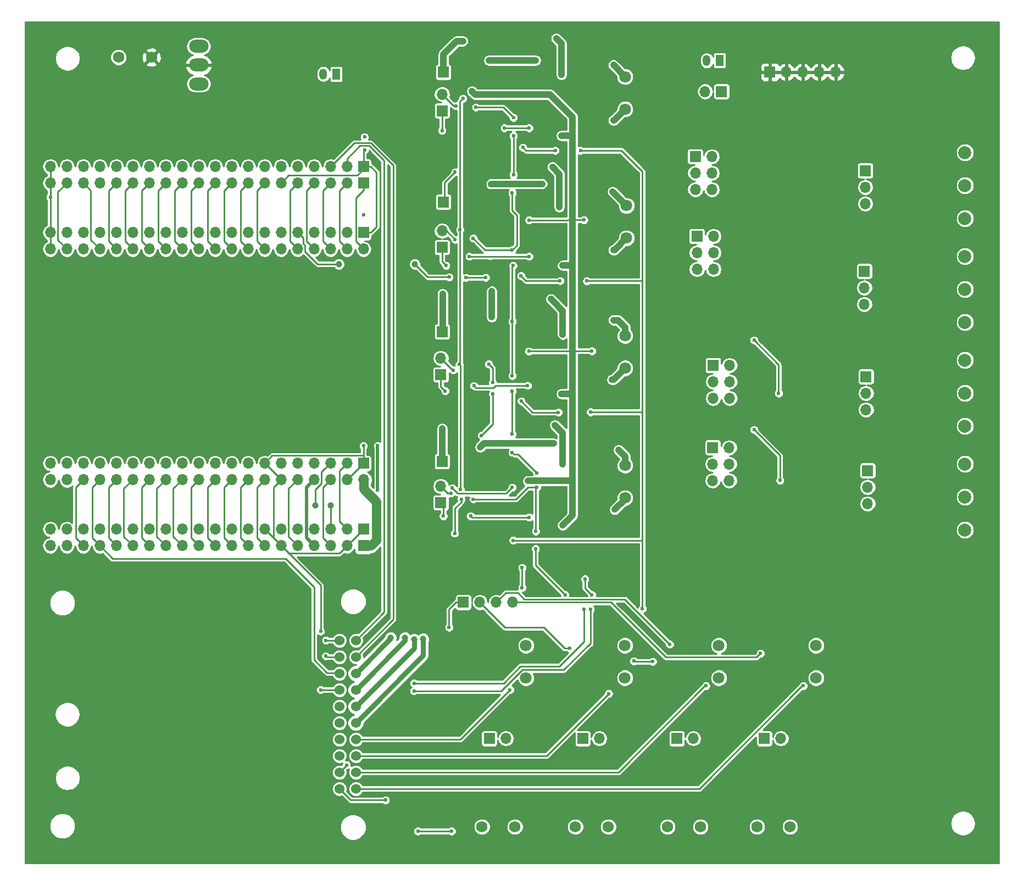
<source format=gbl>
G04 #@! TF.FileFunction,Copper,L2,Bot,Signal*
%FSLAX46Y46*%
G04 Gerber Fmt 4.6, Leading zero omitted, Abs format (unit mm)*
G04 Created by KiCad (PCBNEW 4.0.7-e2-6376~60~ubuntu17.10.1) date Wed Nov  8 13:38:44 2017*
%MOMM*%
%LPD*%
G01*
G04 APERTURE LIST*
%ADD10C,0.100000*%
%ADD11C,1.524000*%
%ADD12R,1.700000X1.700000*%
%ADD13O,1.700000X1.700000*%
%ADD14R,1.200000X1.700000*%
%ADD15O,1.200000X1.700000*%
%ADD16C,1.800000*%
%ADD17C,1.750000*%
%ADD18C,2.000000*%
%ADD19O,3.000000X2.000000*%
%ADD20C,0.600000*%
%ADD21C,1.000000*%
%ADD22C,0.800000*%
%ADD23C,0.250000*%
%ADD24C,1.000000*%
%ADD25C,1.400000*%
%ADD26C,0.800000*%
%ADD27C,0.500000*%
%ADD28C,0.254000*%
G04 APERTURE END LIST*
D10*
D11*
X74422000Y-136652000D03*
X71882000Y-136652000D03*
X74422000Y-134112000D03*
X71882000Y-134112000D03*
X74422000Y-131572000D03*
X71882000Y-131572000D03*
X74422000Y-129032000D03*
X71882000Y-129032000D03*
X74422000Y-126492000D03*
X71882000Y-126492000D03*
X74422000Y-123952000D03*
X71882000Y-123952000D03*
X74422000Y-121412000D03*
X71882000Y-121412000D03*
X74422000Y-118872000D03*
X71882000Y-118872000D03*
X74422000Y-116332000D03*
X71882000Y-116332000D03*
X74422000Y-113792000D03*
X71882000Y-113792000D03*
D12*
X75600000Y-50946000D03*
D13*
X75600000Y-53486000D03*
X73060000Y-50946000D03*
X73060000Y-53486000D03*
X70520000Y-50946000D03*
X70520000Y-53486000D03*
X67980000Y-50946000D03*
X67980000Y-53486000D03*
X65440000Y-50946000D03*
X65440000Y-53486000D03*
X62900000Y-50946000D03*
X62900000Y-53486000D03*
X60360000Y-50946000D03*
X60360000Y-53486000D03*
X57820000Y-50946000D03*
X57820000Y-53486000D03*
X55280000Y-50946000D03*
X55280000Y-53486000D03*
X52740000Y-50946000D03*
X52740000Y-53486000D03*
X50200000Y-50946000D03*
X50200000Y-53486000D03*
X47660000Y-50946000D03*
X47660000Y-53486000D03*
X45120000Y-50946000D03*
X45120000Y-53486000D03*
X42580000Y-50946000D03*
X42580000Y-53486000D03*
X40040000Y-50946000D03*
X40040000Y-53486000D03*
X37500000Y-50946000D03*
X37500000Y-53486000D03*
X34960000Y-50946000D03*
X34960000Y-53486000D03*
X32420000Y-50946000D03*
X32420000Y-53486000D03*
X29880000Y-50946000D03*
X29880000Y-53486000D03*
X27340000Y-50946000D03*
X27340000Y-53486000D03*
D12*
X87725000Y-86225000D03*
X87525000Y-92565000D03*
D13*
X87525000Y-90025000D03*
D12*
X75600000Y-43326000D03*
D13*
X73060000Y-43326000D03*
X70520000Y-43326000D03*
X67980000Y-43326000D03*
X65440000Y-43326000D03*
X62900000Y-43326000D03*
X60360000Y-43326000D03*
X57820000Y-43326000D03*
X55280000Y-43326000D03*
X52740000Y-43326000D03*
X50200000Y-43326000D03*
X47660000Y-43326000D03*
X45120000Y-43326000D03*
X42580000Y-43326000D03*
X40040000Y-43326000D03*
X37500000Y-43326000D03*
X34960000Y-43326000D03*
X32420000Y-43326000D03*
X29880000Y-43326000D03*
X27340000Y-43326000D03*
D12*
X152933000Y-41398000D03*
D13*
X152933000Y-43938000D03*
X152933000Y-46478000D03*
D12*
X152806000Y-56892000D03*
D13*
X152806000Y-59432000D03*
X152806000Y-61972000D03*
D12*
X153060000Y-73148000D03*
D13*
X153060000Y-75688000D03*
X153060000Y-78228000D03*
D12*
X153314000Y-87626000D03*
D13*
X153314000Y-90166000D03*
X153314000Y-92706000D03*
D12*
X126745600Y-39213600D03*
D13*
X129285600Y-39213600D03*
X126745600Y-41753600D03*
X129285600Y-41753600D03*
X126745600Y-44293600D03*
X129285600Y-44293600D03*
D12*
X126999600Y-51507200D03*
D13*
X129539600Y-51507200D03*
X126999600Y-54047200D03*
X129539600Y-54047200D03*
X126999600Y-56587200D03*
X129539600Y-56587200D03*
D12*
X129501500Y-71382700D03*
D13*
X132041500Y-71382700D03*
X129501500Y-73922700D03*
X132041500Y-73922700D03*
X129501500Y-76462700D03*
X132041500Y-76462700D03*
D12*
X129438000Y-84070000D03*
D13*
X131978000Y-84070000D03*
X129438000Y-86610000D03*
X131978000Y-86610000D03*
X129438000Y-89150000D03*
X131978000Y-89150000D03*
D12*
X75600000Y-40786000D03*
D13*
X73060000Y-40786000D03*
X70520000Y-40786000D03*
X67980000Y-40786000D03*
X65440000Y-40786000D03*
X62900000Y-40786000D03*
X60360000Y-40786000D03*
X57820000Y-40786000D03*
X55280000Y-40786000D03*
X52740000Y-40786000D03*
X50200000Y-40786000D03*
X47660000Y-40786000D03*
X45120000Y-40786000D03*
X42580000Y-40786000D03*
X40040000Y-40786000D03*
X37500000Y-40786000D03*
X34960000Y-40786000D03*
X32420000Y-40786000D03*
X29880000Y-40786000D03*
X27340000Y-40786000D03*
D12*
X75600000Y-96666000D03*
D13*
X73060000Y-96666000D03*
X70520000Y-96666000D03*
X67980000Y-96666000D03*
X65440000Y-96666000D03*
X62900000Y-96666000D03*
X60360000Y-96666000D03*
X57820000Y-96666000D03*
X55280000Y-96666000D03*
X52740000Y-96666000D03*
X50200000Y-96666000D03*
X47660000Y-96666000D03*
X45120000Y-96666000D03*
X42580000Y-96666000D03*
X40040000Y-96666000D03*
X37500000Y-96666000D03*
X34960000Y-96666000D03*
X32420000Y-96666000D03*
X29880000Y-96666000D03*
X27340000Y-96666000D03*
D12*
X75600000Y-99206000D03*
D13*
X73060000Y-99206000D03*
X70520000Y-99206000D03*
X67980000Y-99206000D03*
X65440000Y-99206000D03*
X62900000Y-99206000D03*
X60360000Y-99206000D03*
X57820000Y-99206000D03*
X55280000Y-99206000D03*
X52740000Y-99206000D03*
X50200000Y-99206000D03*
X47660000Y-99206000D03*
X45120000Y-99206000D03*
X42580000Y-99206000D03*
X40040000Y-99206000D03*
X37500000Y-99206000D03*
X34960000Y-99206000D03*
X32420000Y-99206000D03*
X29880000Y-99206000D03*
X27340000Y-99206000D03*
D12*
X75600000Y-86506000D03*
D13*
X75600000Y-89046000D03*
X73060000Y-86506000D03*
X73060000Y-89046000D03*
X70520000Y-86506000D03*
X70520000Y-89046000D03*
X67980000Y-86506000D03*
X67980000Y-89046000D03*
X65440000Y-86506000D03*
X65440000Y-89046000D03*
X62900000Y-86506000D03*
X62900000Y-89046000D03*
X60360000Y-86506000D03*
X60360000Y-89046000D03*
X57820000Y-86506000D03*
X57820000Y-89046000D03*
X55280000Y-86506000D03*
X55280000Y-89046000D03*
X52740000Y-86506000D03*
X52740000Y-89046000D03*
X50200000Y-86506000D03*
X50200000Y-89046000D03*
X47660000Y-86506000D03*
X47660000Y-89046000D03*
X45120000Y-86506000D03*
X45120000Y-89046000D03*
X42580000Y-86506000D03*
X42580000Y-89046000D03*
X40040000Y-86506000D03*
X40040000Y-89046000D03*
X37500000Y-86506000D03*
X37500000Y-89046000D03*
X34960000Y-86506000D03*
X34960000Y-89046000D03*
X32420000Y-86506000D03*
X32420000Y-89046000D03*
X29880000Y-86506000D03*
X29880000Y-89046000D03*
X27340000Y-86506000D03*
X27340000Y-89046000D03*
D14*
X71402000Y-26524000D03*
D15*
X69402000Y-26524000D03*
D12*
X87725000Y-32165000D03*
D13*
X87725000Y-29625000D03*
D12*
X87725000Y-53225000D03*
D13*
X87725000Y-50685000D03*
D12*
X87525000Y-72825000D03*
D13*
X87525000Y-70285000D03*
D12*
X90998000Y-107930000D03*
D13*
X93538000Y-107930000D03*
X96078000Y-107930000D03*
X98618000Y-107930000D03*
D16*
X115925000Y-31925000D03*
X115925000Y-26925000D03*
X116139000Y-51785000D03*
X116139000Y-46785000D03*
X115925000Y-71825000D03*
X115925000Y-66825000D03*
X115925000Y-91825000D03*
X115925000Y-86825000D03*
X100650000Y-114574000D03*
X100650000Y-119574000D03*
X115890000Y-114574000D03*
X115890000Y-119574000D03*
X130368000Y-114574000D03*
X130368000Y-119574000D03*
X145354000Y-114574000D03*
X145354000Y-119574000D03*
D12*
X95002000Y-128924000D03*
D13*
X97542000Y-128924000D03*
D12*
X123902000Y-128924000D03*
D13*
X126442000Y-128924000D03*
D12*
X109402000Y-128924000D03*
D13*
X111942000Y-128924000D03*
D12*
X137402000Y-128924000D03*
D13*
X139942000Y-128924000D03*
D12*
X87925000Y-26225000D03*
X87925000Y-46225000D03*
X87725000Y-66225000D03*
X130800000Y-29200000D03*
D13*
X128260000Y-29200000D03*
D17*
X37862000Y-23924000D03*
X42942000Y-23924000D03*
X93862000Y-142524000D03*
X98942000Y-142524000D03*
X122462000Y-142524000D03*
X127542000Y-142524000D03*
X108262000Y-142524000D03*
X113342000Y-142524000D03*
X136262000Y-142524000D03*
X141342000Y-142524000D03*
D18*
X168300000Y-38604000D03*
X168300000Y-43684000D03*
X168300000Y-48764000D03*
X168300000Y-54606000D03*
X168300000Y-59686000D03*
X168300000Y-64766000D03*
X168300000Y-70608000D03*
X168300000Y-75688000D03*
X168300000Y-80768000D03*
X168300000Y-86610000D03*
X168300000Y-91690000D03*
X168300000Y-96770000D03*
D14*
X130505000Y-24419000D03*
D15*
X128505000Y-24419000D03*
D19*
X50202000Y-28024000D03*
X50202000Y-25124000D03*
X50202000Y-22224000D03*
D12*
X138240000Y-26200000D03*
D13*
X140780000Y-26200000D03*
X143320000Y-26200000D03*
X145860000Y-26200000D03*
X148400000Y-26200000D03*
D20*
X75774990Y-38200000D03*
X75774990Y-36200000D03*
X68999998Y-112400000D03*
X69000004Y-121400000D03*
X110800000Y-69200000D03*
X109600000Y-49000000D03*
X109750000Y-104325000D03*
X110800000Y-106800000D03*
X92325000Y-29150000D03*
X89299989Y-90325829D03*
X106125000Y-36025000D03*
X98525000Y-90225000D03*
X100925000Y-89225000D03*
X106325000Y-96025000D03*
X101099990Y-69225000D03*
X106125000Y-75825000D03*
X101125000Y-49025000D03*
X106325000Y-56025000D03*
X99925000Y-29625000D03*
X75600000Y-83800000D03*
X75600000Y-48200000D03*
X27340000Y-45500000D03*
X27340000Y-43326000D03*
D21*
X83500021Y-55800000D03*
D20*
X89200000Y-143200000D03*
X84000000Y-143200000D03*
D21*
X71800000Y-55800000D03*
D20*
X110600000Y-78600000D03*
X110000000Y-58400000D03*
X88825000Y-57800000D03*
X91400000Y-57875000D03*
X94450000Y-57875000D03*
X105900000Y-58375000D03*
X99875000Y-57600000D03*
X100175000Y-37825000D03*
X105150000Y-38300000D03*
X109050000Y-38300000D03*
X118600000Y-108925000D03*
X117275000Y-116975000D03*
X120175000Y-117050000D03*
X98675000Y-98375000D03*
X99925000Y-76925000D03*
X105650000Y-78650000D03*
X89874990Y-31425000D03*
X101125000Y-34825000D03*
X97324998Y-34825000D03*
X89725000Y-52025000D03*
X91925000Y-54625000D03*
X101125000Y-54625000D03*
X89420550Y-72129450D03*
X92625001Y-74550001D03*
X100892948Y-74524999D03*
X89099262Y-91100250D03*
X92125000Y-94625000D03*
X101125000Y-94825000D03*
X88800000Y-111800000D03*
X107400000Y-115000000D03*
X122800000Y-114400000D03*
X136800000Y-115800000D03*
X105325000Y-21025000D03*
X106125000Y-26625000D03*
X105799992Y-47000000D03*
X104725000Y-40825000D03*
X104510474Y-61200010D03*
X106325000Y-66625000D03*
X105125000Y-80625000D03*
X106325000Y-86625000D03*
X98200000Y-121400000D03*
X113400000Y-122000000D03*
X128400000Y-120800000D03*
X143400000Y-120800000D03*
D21*
X79800000Y-113400000D03*
X81999994Y-113400000D03*
X83401139Y-113656809D03*
X84800004Y-113600000D03*
D20*
X102150000Y-96975000D03*
X102125000Y-99675000D03*
X106700000Y-106800000D03*
X98525000Y-44825000D03*
X98725000Y-42025000D03*
X98725000Y-36025000D03*
X98725000Y-33225000D03*
X92925000Y-31625000D03*
X92525000Y-51825000D03*
X98525000Y-53625000D03*
X98674998Y-56025000D03*
X92525000Y-92025000D03*
X102325000Y-90225000D03*
X102325000Y-88025000D03*
X98525000Y-84825000D03*
X98525000Y-82025000D03*
X98525000Y-75425000D03*
X98525000Y-73025000D03*
X98525000Y-64625000D03*
X110600013Y-109000000D03*
X83400000Y-121600000D03*
X69800000Y-116200000D03*
X93800000Y-82200000D03*
X94915516Y-71214175D03*
X95525000Y-74050010D03*
X90675000Y-92024998D03*
X90550000Y-90514834D03*
X89675000Y-97300000D03*
X100050000Y-102575000D03*
X100050000Y-105675000D03*
X90375000Y-71275000D03*
X90475000Y-50500000D03*
X90925000Y-30275000D03*
X95525000Y-75825000D03*
X109600000Y-109000000D03*
X83400000Y-120400000D03*
X69808000Y-113792000D03*
X139602000Y-75724000D03*
X135802000Y-67524000D03*
X139802000Y-89124000D03*
X135802000Y-81324000D03*
X77800000Y-83800000D03*
X77800000Y-90600000D03*
D21*
X68200000Y-93000000D03*
X70600000Y-93000000D03*
D20*
X87725000Y-35225000D03*
X88325000Y-56025000D03*
X88199999Y-75350001D03*
X87925000Y-94625000D03*
D22*
X114125000Y-33625000D03*
D20*
X114125000Y-53625000D03*
X114125000Y-25025000D03*
X94925000Y-24424998D03*
X102125000Y-24425000D03*
X95125000Y-43625000D03*
X103125000Y-43425000D03*
X113925000Y-44625000D03*
X113925000Y-73625000D03*
X114325000Y-93625000D03*
X95400000Y-60000000D03*
X95375000Y-63975000D03*
X114125000Y-64425000D03*
X93600000Y-84000000D03*
X104925000Y-83425000D03*
X114925000Y-84425000D03*
X90925000Y-21425000D03*
X89725000Y-41625000D03*
X87800000Y-60400000D03*
X87800000Y-81000000D03*
X79000000Y-138400002D03*
X73000000Y-133000000D03*
D23*
X70520000Y-43326000D02*
X69344999Y-44501001D01*
X69344999Y-44501001D02*
X69344999Y-52310999D01*
X69344999Y-52310999D02*
X70520000Y-53486000D01*
X75600000Y-40786000D02*
X75600000Y-38374990D01*
X75600000Y-38374990D02*
X75774990Y-38200000D01*
X68999998Y-111975736D02*
X68999998Y-112400000D01*
X68999998Y-105305998D02*
X68999998Y-111975736D01*
X62900000Y-99206000D02*
X68999998Y-105305998D01*
X71882000Y-121412000D02*
X69012004Y-121412000D01*
X69012004Y-121412000D02*
X69000004Y-121400000D01*
D24*
X107800000Y-88550000D02*
X107800000Y-89200000D01*
X107800000Y-89200000D02*
X107800000Y-89900000D01*
X107125000Y-89225000D02*
X107775000Y-89225000D01*
D23*
X107775000Y-89225000D02*
X107800000Y-89200000D01*
D24*
X106325000Y-96025000D02*
X107800000Y-94550000D01*
X107800000Y-94550000D02*
X107800000Y-89900000D01*
X107800000Y-75150000D02*
X107800000Y-75800000D01*
X107800000Y-75800000D02*
X107800000Y-76500000D01*
X107125000Y-75825000D02*
X107775000Y-75825000D01*
D23*
X107775000Y-75825000D02*
X107800000Y-75800000D01*
D24*
X107800000Y-88550000D02*
X107800000Y-76500000D01*
X107800000Y-55350000D02*
X107800000Y-56000000D01*
X107800000Y-56000000D02*
X107800000Y-56700000D01*
X107125000Y-56025000D02*
X107775000Y-56025000D01*
D23*
X107775000Y-56025000D02*
X107800000Y-56000000D01*
D24*
X106125000Y-36025000D02*
X107575000Y-36025000D01*
X107575000Y-36025000D02*
X107600000Y-36000000D01*
X107600000Y-36000000D02*
X107800011Y-36200011D01*
X107800011Y-36200011D02*
X107800011Y-48799989D01*
X107800011Y-48799989D02*
X107800000Y-48800000D01*
X107800000Y-48800000D02*
X107800000Y-55350000D01*
X107800000Y-37200000D02*
X107800000Y-33100000D01*
X107800000Y-33100000D02*
X104325000Y-29625000D01*
X104325000Y-29625000D02*
X99925000Y-29625000D01*
D23*
X107800000Y-69200000D02*
X107775000Y-69225000D01*
X107775000Y-69225000D02*
X101099990Y-69225000D01*
D24*
X107800000Y-68350000D02*
X107800000Y-69200000D01*
X107800000Y-69200000D02*
X107800000Y-70400000D01*
D23*
X110800000Y-69200000D02*
X107800000Y-69200000D01*
D24*
X107800000Y-75150000D02*
X107800000Y-70400000D01*
X107800000Y-70400000D02*
X107800000Y-69825000D01*
D23*
X101099990Y-69225000D02*
X101124990Y-69200000D01*
D24*
X107800000Y-68350000D02*
X107800000Y-56700000D01*
D23*
X107125000Y-49025000D02*
X107150000Y-49000000D01*
X109175736Y-49000000D02*
X109600000Y-49000000D01*
X107150000Y-49000000D02*
X109175736Y-49000000D01*
X110800000Y-106800000D02*
X109750000Y-105750000D01*
X109750000Y-105750000D02*
X109750000Y-104325000D01*
D24*
X99925000Y-29625000D02*
X92800000Y-29625000D01*
X92800000Y-29625000D02*
X92325000Y-29150000D01*
D23*
X90114004Y-91139844D02*
X89299989Y-90325829D01*
X97610156Y-91139844D02*
X90114004Y-91139844D01*
X98525000Y-90225000D02*
X97610156Y-91139844D01*
D24*
X100925000Y-89225000D02*
X107125000Y-89225000D01*
D23*
X101125000Y-49025000D02*
X107125000Y-49025000D01*
D24*
X106325000Y-56025000D02*
X107125000Y-56025000D01*
X106125000Y-75825000D02*
X107125000Y-75825000D01*
D23*
X75600000Y-86506000D02*
X75600000Y-83800000D01*
X75600000Y-96666000D02*
X73060000Y-99206000D01*
X62900000Y-99206000D02*
X64075001Y-100381001D01*
X64075001Y-100381001D02*
X71884999Y-100381001D01*
X71884999Y-100381001D02*
X73060000Y-99206000D01*
X75524999Y-85330999D02*
X61535001Y-85330999D01*
X61535001Y-85330999D02*
X60360000Y-86506000D01*
X75524999Y-85330999D02*
X75600000Y-85406000D01*
X75600000Y-85406000D02*
X75600000Y-86506000D01*
X75600000Y-40786000D02*
X75600000Y-41200000D01*
X75600000Y-41200000D02*
X74649001Y-42150999D01*
X74649001Y-42150999D02*
X64075001Y-42150999D01*
X64075001Y-42150999D02*
X62900000Y-43326000D01*
X77600000Y-50046000D02*
X77600000Y-41686000D01*
X77600000Y-41686000D02*
X76700000Y-40786000D01*
X76700000Y-40786000D02*
X75600000Y-40786000D01*
X75600000Y-50946000D02*
X76700000Y-50946000D01*
X76700000Y-50946000D02*
X77600000Y-50046000D01*
X60360000Y-96666000D02*
X62900000Y-99206000D01*
X73060000Y-89046000D02*
X75600000Y-86506000D01*
X27340000Y-50946000D02*
X27340000Y-45500000D01*
X27340000Y-45500000D02*
X27340000Y-43326000D01*
X27340000Y-43326000D02*
X27340000Y-40786000D01*
X27340000Y-53486000D02*
X27340000Y-50946000D01*
X62900000Y-89046000D02*
X60360000Y-86506000D01*
X62900000Y-89046000D02*
X61724999Y-90221001D01*
X61724999Y-90221001D02*
X61724999Y-98030999D01*
X61724999Y-98030999D02*
X62900000Y-99206000D01*
X65440000Y-43326000D02*
X64264999Y-44501001D01*
X64264999Y-44501001D02*
X64264999Y-52310999D01*
X64264999Y-52310999D02*
X65440000Y-53486000D01*
X88825000Y-57800000D02*
X85500021Y-57800000D01*
X84000020Y-56299999D02*
X83500021Y-55800000D01*
X85500021Y-57800000D02*
X84000020Y-56299999D01*
X84000000Y-143200000D02*
X89200000Y-143200000D01*
X71092894Y-55800000D02*
X71800000Y-55800000D01*
X66615001Y-53860003D02*
X68554998Y-55800000D01*
X66615001Y-52921999D02*
X66615001Y-53860003D01*
X68554998Y-55800000D02*
X71092894Y-55800000D01*
X66289999Y-52596997D02*
X66615001Y-52921999D01*
X66289999Y-51795999D02*
X66289999Y-52596997D01*
X65440000Y-50946000D02*
X66289999Y-51795999D01*
X111024264Y-78600000D02*
X110600000Y-78600000D01*
X118575000Y-78600000D02*
X111024264Y-78600000D01*
X118600000Y-78575000D02*
X118575000Y-78600000D01*
X110424264Y-58400000D02*
X110000000Y-58400000D01*
X118600000Y-58325000D02*
X118525000Y-58400000D01*
X118525000Y-58400000D02*
X110424264Y-58400000D01*
X94450000Y-57875000D02*
X91400000Y-57875000D01*
X118600000Y-78575000D02*
X118600000Y-58325000D01*
X118600000Y-58325000D02*
X118600000Y-41550000D01*
X99875000Y-57600000D02*
X100650000Y-58375000D01*
X100650000Y-58375000D02*
X105900000Y-58375000D01*
X105150000Y-38300000D02*
X100650000Y-38300000D01*
X100650000Y-38300000D02*
X100175000Y-37825000D01*
X118600000Y-41550000D02*
X115350000Y-38300000D01*
X115350000Y-38300000D02*
X109050000Y-38300000D01*
X118600000Y-98375000D02*
X118600000Y-78575000D01*
X118600000Y-108925000D02*
X118600000Y-98375000D01*
X120175000Y-117050000D02*
X117350000Y-117050000D01*
X117350000Y-117050000D02*
X117275000Y-116975000D01*
X118600000Y-98375000D02*
X98675000Y-98375000D01*
X105650000Y-78650000D02*
X101650000Y-78650000D01*
X101650000Y-78650000D02*
X99925000Y-76925000D01*
X89525000Y-31425000D02*
X89874990Y-31425000D01*
X87725000Y-29625000D02*
X89525000Y-31425000D01*
X97324998Y-34825000D02*
X101125000Y-34825000D01*
X94799998Y-54625000D02*
X91925000Y-54625000D01*
X94824999Y-54650001D02*
X94799998Y-54625000D01*
X95425001Y-54650001D02*
X94824999Y-54650001D01*
X101125000Y-54625000D02*
X95450002Y-54625000D01*
X95450002Y-54625000D02*
X95425001Y-54650001D01*
X89725000Y-52025000D02*
X88385000Y-50685000D01*
X88385000Y-50685000D02*
X87725000Y-50685000D01*
X95650014Y-74850000D02*
X92925000Y-74850000D01*
X95975015Y-74524999D02*
X95650014Y-74850000D01*
X100892948Y-74524999D02*
X95975015Y-74524999D01*
X92925000Y-74850000D02*
X92625001Y-74550001D01*
X89369450Y-72129450D02*
X89420550Y-72129450D01*
X87525000Y-70285000D02*
X89369450Y-72129450D01*
X88600250Y-91100250D02*
X89099262Y-91100250D01*
X87525000Y-90025000D02*
X88600250Y-91100250D01*
X101125000Y-94825000D02*
X92325000Y-94825000D01*
X92325000Y-94825000D02*
X92125000Y-94625000D01*
X90998000Y-107930000D02*
X89898000Y-107930000D01*
X89898000Y-107930000D02*
X88800000Y-109028000D01*
X88800000Y-109028000D02*
X88800000Y-111800000D01*
X103400000Y-111800000D02*
X106600000Y-115000000D01*
X106600000Y-115000000D02*
X107400000Y-115000000D01*
X97408000Y-111800000D02*
X103400000Y-111800000D01*
X93538000Y-107930000D02*
X97408000Y-111800000D01*
X96078000Y-107930000D02*
X97533000Y-106475000D01*
X97533000Y-106475000D02*
X99400000Y-106475000D01*
X110549998Y-107475002D02*
X115875002Y-107475002D01*
X115875002Y-107475002D02*
X122800000Y-114400000D01*
X99400000Y-106475000D02*
X100404990Y-107479990D01*
X100404990Y-107479990D02*
X110545010Y-107479990D01*
X110545010Y-107479990D02*
X110549998Y-107475002D01*
X98618000Y-107930000D02*
X113730000Y-107930000D01*
X113730000Y-107930000D02*
X122200000Y-116400000D01*
X122200000Y-116400000D02*
X136200000Y-116400000D01*
X136200000Y-116400000D02*
X136800000Y-115800000D01*
D25*
X76740002Y-99206000D02*
X75600000Y-99206000D01*
X77550001Y-92422003D02*
X77550001Y-98396001D01*
X75600000Y-90472002D02*
X77550001Y-92422003D01*
X75600000Y-89046000D02*
X75600000Y-90472002D01*
X77550001Y-98396001D02*
X76740002Y-99206000D01*
D23*
X75946000Y-98806000D02*
X76200000Y-98806000D01*
D24*
X106125000Y-21825000D02*
X105325000Y-21025000D01*
X106125000Y-26625000D02*
X106125000Y-21825000D01*
X105799992Y-41899992D02*
X105799992Y-46575736D01*
X104725000Y-40825000D02*
X105799992Y-41899992D01*
X105799992Y-46575736D02*
X105799992Y-47000000D01*
X106325000Y-66625000D02*
X106325000Y-63014536D01*
X106325000Y-63014536D02*
X104810473Y-61500009D01*
X104810473Y-61500009D02*
X104510474Y-61200010D01*
X106325000Y-86625000D02*
X106325000Y-81825000D01*
X106325000Y-81825000D02*
X105125000Y-80625000D01*
D23*
X74422000Y-129032000D02*
X90568000Y-129032000D01*
X90568000Y-129032000D02*
X98200000Y-121400000D01*
X74422000Y-131572000D02*
X103828000Y-131572000D01*
X103828000Y-131572000D02*
X113400000Y-122000000D01*
X74422000Y-134112000D02*
X114928998Y-134112000D01*
X114928998Y-134112000D02*
X128240998Y-120800000D01*
X128240998Y-120800000D02*
X128400000Y-120800000D01*
X74422000Y-136652000D02*
X127388998Y-136652000D01*
X127388998Y-136652000D02*
X143240998Y-120800000D01*
X143240998Y-120800000D02*
X143400000Y-120800000D01*
D26*
X79800000Y-113494000D02*
X79800000Y-113400000D01*
X74422000Y-118872000D02*
X79800000Y-113494000D01*
X74422000Y-121412000D02*
X81999994Y-113834006D01*
X81999994Y-113834006D02*
X81999994Y-113400000D01*
X83401139Y-114363915D02*
X83401139Y-113656809D01*
X74422000Y-123952000D02*
X83401139Y-114972861D01*
X83401139Y-114972861D02*
X83401139Y-114363915D01*
X74422000Y-126492000D02*
X84800004Y-116113996D01*
X84800004Y-116113996D02*
X84800004Y-114307106D01*
X84800004Y-114307106D02*
X84800004Y-113600000D01*
D23*
X99225002Y-52924998D02*
X98525000Y-53625000D01*
X98525000Y-44825000D02*
X98525000Y-47550002D01*
X98525000Y-47550002D02*
X99225002Y-48250004D01*
X99225002Y-48250004D02*
X99225002Y-52924998D01*
X94325000Y-53625000D02*
X92525000Y-51825000D01*
X98525000Y-53625000D02*
X94325000Y-53625000D01*
X102150000Y-96975000D02*
X102150000Y-90400000D01*
X102150000Y-90400000D02*
X102325000Y-90225000D01*
X106700000Y-106800000D02*
X102125000Y-102225000D01*
X102125000Y-102225000D02*
X102125000Y-99675000D01*
X98725000Y-36025000D02*
X98725000Y-42025000D01*
X92925000Y-31625000D02*
X97125000Y-31625000D01*
X97125000Y-31625000D02*
X98725000Y-33225000D01*
X98525000Y-64625000D02*
X98525000Y-56174998D01*
X98525000Y-56174998D02*
X98674998Y-56025000D01*
X100925000Y-90225000D02*
X99125000Y-92025000D01*
X99125000Y-92025000D02*
X92525000Y-92025000D01*
X102325000Y-90225000D02*
X100925000Y-90225000D01*
X98525000Y-84825000D02*
X98824999Y-85124999D01*
X98824999Y-85124999D02*
X99424999Y-85124999D01*
X99424999Y-85124999D02*
X102325000Y-88025000D01*
X98525000Y-75425000D02*
X98525000Y-82025000D01*
X98525000Y-64625000D02*
X98525000Y-73025000D01*
X110600013Y-114236398D02*
X110600013Y-109000000D01*
X106487412Y-118348999D02*
X110600013Y-114236398D01*
X100087411Y-118348999D02*
X106487412Y-118348999D01*
X83400000Y-121600000D02*
X96836410Y-121600000D01*
X96836410Y-121600000D02*
X100087411Y-118348999D01*
X71882000Y-116332000D02*
X69932000Y-116332000D01*
X69932000Y-116332000D02*
X69800000Y-116200000D01*
X95525000Y-80475000D02*
X94099999Y-81900001D01*
X94099999Y-81900001D02*
X93800000Y-82200000D01*
X95525000Y-75825000D02*
X95525000Y-80475000D01*
X90375000Y-71275000D02*
X90550000Y-71450000D01*
X90550000Y-90090570D02*
X90550000Y-90514834D01*
X90550000Y-71450000D02*
X90550000Y-90090570D01*
X95525000Y-71823659D02*
X94915516Y-71214175D01*
X95525000Y-74050010D02*
X95525000Y-71823659D01*
X89675000Y-97300000D02*
X89700000Y-97275000D01*
X89700000Y-97275000D02*
X89700000Y-93424262D01*
X89700000Y-93424262D02*
X90675000Y-92449262D01*
X90675000Y-92449262D02*
X90675000Y-92024998D01*
X100050000Y-105675000D02*
X100050000Y-102575000D01*
X90475000Y-50500000D02*
X90475000Y-71175000D01*
X90475000Y-71175000D02*
X90375000Y-71275000D01*
X90925000Y-30275000D02*
X90500000Y-30700000D01*
X90500000Y-30700000D02*
X90500000Y-50150000D01*
X90500000Y-50150000D02*
X90475000Y-50175000D01*
X90475000Y-50175000D02*
X90475000Y-50500000D01*
X83400000Y-120400000D02*
X97200000Y-120400000D01*
X105800000Y-117800000D02*
X109600000Y-114000000D01*
X109600000Y-114000000D02*
X109600000Y-109000000D01*
X99800000Y-117800000D02*
X105800000Y-117800000D01*
X97200000Y-120400000D02*
X99800000Y-117800000D01*
X71882000Y-113792000D02*
X69808000Y-113792000D01*
X74422000Y-116332000D02*
X80200000Y-110554000D01*
X74181012Y-37124988D02*
X71369999Y-39936001D01*
X80200000Y-110554000D02*
X80200000Y-40613577D01*
X71369999Y-39936001D02*
X70520000Y-40786000D01*
X76711411Y-37124988D02*
X74181012Y-37124988D01*
X80200000Y-40613577D02*
X76711411Y-37124988D01*
X74422000Y-113792000D02*
X78775012Y-109438988D01*
X78775012Y-109438988D02*
X78775012Y-39825000D01*
X78775012Y-39825000D02*
X76525011Y-37574999D01*
X76525011Y-37574999D02*
X75068920Y-37574999D01*
X73060000Y-39583919D02*
X73060000Y-40786000D01*
X75068920Y-37574999D02*
X73060000Y-39583919D01*
X34960000Y-99206000D02*
X36954000Y-101200000D01*
X36954000Y-101200000D02*
X63600000Y-101200000D01*
X63600000Y-101200000D02*
X68000000Y-105600000D01*
X68000000Y-105600000D02*
X68000000Y-116800000D01*
X68000000Y-116800000D02*
X70000000Y-118800000D01*
X70000000Y-118800000D02*
X71810000Y-118800000D01*
X71810000Y-118800000D02*
X71882000Y-118872000D01*
X34960000Y-89046000D02*
X33784999Y-90221001D01*
X33784999Y-90221001D02*
X33784999Y-98030999D01*
X33784999Y-98030999D02*
X34960000Y-99206000D01*
X139602000Y-75724000D02*
X139602000Y-71324000D01*
X139602000Y-71324000D02*
X135802000Y-67524000D01*
X139802000Y-89124000D02*
X139802000Y-85324000D01*
X139802000Y-85324000D02*
X135802000Y-81324000D01*
X75600000Y-43326000D02*
X75600000Y-44426000D01*
X74424999Y-45601001D02*
X74424999Y-52310999D01*
X75600000Y-44426000D02*
X74424999Y-45601001D01*
X74424999Y-52310999D02*
X75600000Y-53486000D01*
X73060000Y-43326000D02*
X71884999Y-44501001D01*
X71884999Y-44501001D02*
X71884999Y-52310999D01*
X71884999Y-52310999D02*
X73060000Y-53486000D01*
X67980000Y-43326000D02*
X66804999Y-44501001D01*
X66804999Y-44501001D02*
X66804999Y-52310999D01*
X66804999Y-52310999D02*
X67980000Y-53486000D01*
X60360000Y-43326000D02*
X59184999Y-44501001D01*
X59184999Y-44501001D02*
X59184999Y-52310999D01*
X59184999Y-52310999D02*
X60360000Y-53486000D01*
X57820000Y-43326000D02*
X56644999Y-44501001D01*
X56644999Y-44501001D02*
X56644999Y-52310999D01*
X56644999Y-52310999D02*
X57820000Y-53486000D01*
X55280000Y-43326000D02*
X54104999Y-44501001D01*
X54104999Y-44501001D02*
X54104999Y-52310999D01*
X54104999Y-52310999D02*
X55280000Y-53486000D01*
X52740000Y-43326000D02*
X51564999Y-44501001D01*
X51564999Y-44501001D02*
X51564999Y-52310999D01*
X51564999Y-52310999D02*
X52740000Y-53486000D01*
X50200000Y-43326000D02*
X49024999Y-44501001D01*
X49024999Y-44501001D02*
X49024999Y-52310999D01*
X49024999Y-52310999D02*
X50200000Y-53486000D01*
X47660000Y-43326000D02*
X46484999Y-44501001D01*
X46484999Y-44501001D02*
X46484999Y-52310999D01*
X46484999Y-52310999D02*
X47660000Y-53486000D01*
X45120000Y-43326000D02*
X43944999Y-44501001D01*
X43944999Y-52310999D02*
X45120000Y-53486000D01*
X43944999Y-44501001D02*
X43944999Y-52310999D01*
X42580000Y-43326000D02*
X41404999Y-44501001D01*
X41404999Y-44501001D02*
X41404999Y-52310999D01*
X41404999Y-52310999D02*
X42580000Y-53486000D01*
X40040000Y-43326000D02*
X38864999Y-44501001D01*
X38864999Y-44501001D02*
X38864999Y-52310999D01*
X38864999Y-52310999D02*
X40040000Y-53486000D01*
X37500000Y-43326000D02*
X36324999Y-44501001D01*
X36324999Y-44501001D02*
X36324999Y-52310999D01*
X36324999Y-52310999D02*
X37500000Y-53486000D01*
X29880000Y-43326000D02*
X28515001Y-44690999D01*
X28515001Y-44690999D02*
X28515001Y-52121001D01*
X28515001Y-52121001D02*
X29880000Y-53486000D01*
D27*
X77800000Y-90600000D02*
X77800000Y-83800000D01*
X67980000Y-89046000D02*
X66804999Y-90221001D01*
X66804999Y-90221001D02*
X66804999Y-98030999D01*
X66804999Y-98030999D02*
X67980000Y-99206000D01*
D23*
X70520000Y-89046000D02*
X69344999Y-90221001D01*
X69344999Y-90221001D02*
X69344999Y-98030999D01*
X69344999Y-98030999D02*
X70520000Y-99206000D01*
X65440000Y-89046000D02*
X64075001Y-90410999D01*
X64075001Y-90410999D02*
X64075001Y-97841001D01*
X64075001Y-97841001D02*
X65440000Y-99206000D01*
X73060000Y-86506000D02*
X71884999Y-87681001D01*
X71884999Y-87681001D02*
X71884999Y-95490999D01*
X71884999Y-95490999D02*
X73060000Y-96666000D01*
X73660000Y-86106000D02*
X73660000Y-86360000D01*
X68200000Y-93000000D02*
X68200000Y-90565002D01*
X68200000Y-90565002D02*
X69155001Y-89610001D01*
X69155001Y-89610001D02*
X69155001Y-87870999D01*
X69155001Y-87870999D02*
X69670001Y-87355999D01*
X69670001Y-87355999D02*
X70520000Y-86506000D01*
X70520000Y-96666000D02*
X70520000Y-93080000D01*
X70520000Y-93080000D02*
X70600000Y-93000000D01*
X71120000Y-86106000D02*
X70866000Y-86106000D01*
X60360000Y-89046000D02*
X59184999Y-90221001D01*
X59184999Y-90221001D02*
X59184999Y-98030999D01*
X59184999Y-98030999D02*
X60360000Y-99206000D01*
X57820000Y-89046000D02*
X56644999Y-90221001D01*
X56644999Y-90221001D02*
X56644999Y-98030999D01*
X56644999Y-98030999D02*
X57820000Y-99206000D01*
X55280000Y-89046000D02*
X54104999Y-90221001D01*
X54104999Y-98030999D02*
X55280000Y-99206000D01*
X54104999Y-90221001D02*
X54104999Y-98030999D01*
X52740000Y-89046000D02*
X51564999Y-90221001D01*
X51564999Y-90221001D02*
X51564999Y-98030999D01*
X51564999Y-98030999D02*
X52740000Y-99206000D01*
X50200000Y-89046000D02*
X49024999Y-90221001D01*
X49024999Y-90221001D02*
X49024999Y-98030999D01*
X49024999Y-98030999D02*
X50200000Y-99206000D01*
X47660000Y-89046000D02*
X46295001Y-90410999D01*
X46295001Y-90410999D02*
X46295001Y-97841001D01*
X46295001Y-97841001D02*
X47660000Y-99206000D01*
X45120000Y-89046000D02*
X43755001Y-90410999D01*
X43755001Y-90410999D02*
X43755001Y-97841001D01*
X43755001Y-97841001D02*
X45120000Y-99206000D01*
X42580000Y-89046000D02*
X41404999Y-90221001D01*
X41404999Y-90221001D02*
X41404999Y-98030999D01*
X41404999Y-98030999D02*
X42580000Y-99206000D01*
X40040000Y-89046000D02*
X38675001Y-90410999D01*
X38675001Y-90410999D02*
X38675001Y-97841001D01*
X38675001Y-97841001D02*
X40040000Y-99206000D01*
X37500000Y-89046000D02*
X36324999Y-90221001D01*
X36324999Y-90221001D02*
X36324999Y-98030999D01*
X36324999Y-98030999D02*
X37500000Y-99206000D01*
X32420000Y-89046000D02*
X31244999Y-90221001D01*
X31244999Y-90221001D02*
X31244999Y-98030999D01*
X31244999Y-98030999D02*
X32420000Y-99206000D01*
X87725000Y-35225000D02*
X87725000Y-32165000D01*
X88325000Y-56025000D02*
X87725000Y-55425000D01*
X87725000Y-55425000D02*
X87725000Y-53225000D01*
X87525000Y-72825000D02*
X87525000Y-74675002D01*
X87525000Y-74675002D02*
X88199999Y-75350001D01*
X87925000Y-94625000D02*
X87925000Y-92965000D01*
X87925000Y-92965000D02*
X87525000Y-92565000D01*
D24*
X115925000Y-31925000D02*
X114225000Y-33625000D01*
X114225000Y-33625000D02*
X114125000Y-33625000D01*
X116139000Y-51785000D02*
X114299000Y-53625000D01*
X114299000Y-53625000D02*
X114125000Y-53625000D01*
X115925000Y-26925000D02*
X114125000Y-25125000D01*
D23*
X114125000Y-25125000D02*
X114125000Y-25025000D01*
D24*
X102125000Y-24425000D02*
X94925002Y-24425000D01*
D23*
X94925002Y-24425000D02*
X94925000Y-24424998D01*
D24*
X103125000Y-43425000D02*
X95325000Y-43425000D01*
D23*
X95325000Y-43425000D02*
X95125000Y-43625000D01*
D24*
X116139000Y-46785000D02*
X113979000Y-44625000D01*
D23*
X113979000Y-44625000D02*
X113925000Y-44625000D01*
D24*
X115925000Y-71825000D02*
X114125000Y-73625000D01*
X114125000Y-73625000D02*
X113925000Y-73625000D01*
X115925000Y-91825000D02*
X115925000Y-92025000D01*
X115925000Y-92025000D02*
X114325000Y-93625000D01*
X115925000Y-66825000D02*
X115925000Y-65525000D01*
X114825000Y-64425000D02*
X114125000Y-64425000D01*
X115925000Y-65525000D02*
X114825000Y-64425000D01*
X95375000Y-60025000D02*
X95400000Y-60000000D01*
X95375000Y-63975000D02*
X95375000Y-60025000D01*
X93899999Y-83700001D02*
X93600000Y-84000000D01*
X94175000Y-83425000D02*
X93899999Y-83700001D01*
X104925000Y-83425000D02*
X94175000Y-83425000D01*
X115925000Y-86825000D02*
X115925000Y-85425000D01*
X115925000Y-85425000D02*
X114925000Y-84425000D01*
D23*
X32420000Y-43326000D02*
X33595001Y-44501001D01*
X33595001Y-44501001D02*
X33595001Y-52121001D01*
X33595001Y-52121001D02*
X34960000Y-53486000D01*
D24*
X87925000Y-26225000D02*
X87925000Y-23475000D01*
X87925000Y-23475000D02*
X89975000Y-21425000D01*
X89975000Y-21425000D02*
X90925000Y-21425000D01*
D23*
X89725000Y-41625000D02*
X88125000Y-43225000D01*
X88125000Y-43225000D02*
X88125000Y-46225000D01*
X88125000Y-46225000D02*
X87925000Y-46225000D01*
D24*
X87800000Y-60400000D02*
X87800000Y-66150000D01*
X87800000Y-66150000D02*
X87725000Y-66225000D01*
D23*
X87725000Y-81124994D02*
X87800000Y-81049994D01*
X87800000Y-81049994D02*
X87800000Y-81000000D01*
D24*
X87725000Y-86225000D02*
X87725000Y-81124994D01*
D23*
X78575736Y-138400002D02*
X79000000Y-138400002D01*
X73630002Y-138400002D02*
X78575736Y-138400002D01*
X71882000Y-136652000D02*
X73630002Y-138400002D01*
X71882000Y-134112000D02*
X71888000Y-134112000D01*
X71888000Y-134112000D02*
X73000000Y-133000000D01*
D28*
G36*
X173523000Y-148123000D02*
X23477000Y-148123000D01*
X23477000Y-142801426D01*
X27172649Y-142801426D01*
X27480591Y-143546703D01*
X28050298Y-144117405D01*
X28795036Y-144426647D01*
X29601426Y-144427351D01*
X30346703Y-144119409D01*
X30917405Y-143549702D01*
X31145068Y-143001426D01*
X71972649Y-143001426D01*
X72280591Y-143746703D01*
X72850298Y-144317405D01*
X73595036Y-144626647D01*
X74401426Y-144627351D01*
X75146703Y-144319409D01*
X75717405Y-143749702D01*
X75885877Y-143343975D01*
X83272874Y-143343975D01*
X83383320Y-143611275D01*
X83587650Y-143815961D01*
X83854756Y-143926874D01*
X84143975Y-143927126D01*
X84411275Y-143816680D01*
X84476068Y-143752000D01*
X88723800Y-143752000D01*
X88787650Y-143815961D01*
X89054756Y-143926874D01*
X89343975Y-143927126D01*
X89611275Y-143816680D01*
X89815961Y-143612350D01*
X89926874Y-143345244D01*
X89927126Y-143056025D01*
X89816680Y-142788725D01*
X89809815Y-142781848D01*
X92559774Y-142781848D01*
X92757574Y-143260560D01*
X93123513Y-143627139D01*
X93601880Y-143825774D01*
X94119848Y-143826226D01*
X94598560Y-143628426D01*
X94965139Y-143262487D01*
X95163774Y-142784120D01*
X95163775Y-142781848D01*
X97639774Y-142781848D01*
X97837574Y-143260560D01*
X98203513Y-143627139D01*
X98681880Y-143825774D01*
X99199848Y-143826226D01*
X99678560Y-143628426D01*
X100045139Y-143262487D01*
X100243774Y-142784120D01*
X100243775Y-142781848D01*
X106959774Y-142781848D01*
X107157574Y-143260560D01*
X107523513Y-143627139D01*
X108001880Y-143825774D01*
X108519848Y-143826226D01*
X108998560Y-143628426D01*
X109365139Y-143262487D01*
X109563774Y-142784120D01*
X109563775Y-142781848D01*
X112039774Y-142781848D01*
X112237574Y-143260560D01*
X112603513Y-143627139D01*
X113081880Y-143825774D01*
X113599848Y-143826226D01*
X114078560Y-143628426D01*
X114445139Y-143262487D01*
X114643774Y-142784120D01*
X114643775Y-142781848D01*
X121159774Y-142781848D01*
X121357574Y-143260560D01*
X121723513Y-143627139D01*
X122201880Y-143825774D01*
X122719848Y-143826226D01*
X123198560Y-143628426D01*
X123565139Y-143262487D01*
X123763774Y-142784120D01*
X123763775Y-142781848D01*
X126239774Y-142781848D01*
X126437574Y-143260560D01*
X126803513Y-143627139D01*
X127281880Y-143825774D01*
X127799848Y-143826226D01*
X128278560Y-143628426D01*
X128645139Y-143262487D01*
X128843774Y-142784120D01*
X128843775Y-142781848D01*
X134959774Y-142781848D01*
X135157574Y-143260560D01*
X135523513Y-143627139D01*
X136001880Y-143825774D01*
X136519848Y-143826226D01*
X136998560Y-143628426D01*
X137365139Y-143262487D01*
X137563774Y-142784120D01*
X137563775Y-142781848D01*
X140039774Y-142781848D01*
X140237574Y-143260560D01*
X140603513Y-143627139D01*
X141081880Y-143825774D01*
X141599848Y-143826226D01*
X142078560Y-143628426D01*
X142445139Y-143262487D01*
X142643774Y-142784120D01*
X142644226Y-142266152D01*
X142534255Y-142000000D01*
X166023000Y-142000000D01*
X166173490Y-142756565D01*
X166602050Y-143397950D01*
X167243435Y-143826510D01*
X168000000Y-143977000D01*
X168756565Y-143826510D01*
X169397950Y-143397950D01*
X169826510Y-142756565D01*
X169977000Y-142000000D01*
X169826510Y-141243435D01*
X169397950Y-140602050D01*
X168756565Y-140173490D01*
X168000000Y-140023000D01*
X167243435Y-140173490D01*
X166602050Y-140602050D01*
X166173490Y-141243435D01*
X166023000Y-142000000D01*
X142534255Y-142000000D01*
X142446426Y-141787440D01*
X142080487Y-141420861D01*
X141602120Y-141222226D01*
X141084152Y-141221774D01*
X140605440Y-141419574D01*
X140238861Y-141785513D01*
X140040226Y-142263880D01*
X140039774Y-142781848D01*
X137563775Y-142781848D01*
X137564226Y-142266152D01*
X137366426Y-141787440D01*
X137000487Y-141420861D01*
X136522120Y-141222226D01*
X136004152Y-141221774D01*
X135525440Y-141419574D01*
X135158861Y-141785513D01*
X134960226Y-142263880D01*
X134959774Y-142781848D01*
X128843775Y-142781848D01*
X128844226Y-142266152D01*
X128646426Y-141787440D01*
X128280487Y-141420861D01*
X127802120Y-141222226D01*
X127284152Y-141221774D01*
X126805440Y-141419574D01*
X126438861Y-141785513D01*
X126240226Y-142263880D01*
X126239774Y-142781848D01*
X123763775Y-142781848D01*
X123764226Y-142266152D01*
X123566426Y-141787440D01*
X123200487Y-141420861D01*
X122722120Y-141222226D01*
X122204152Y-141221774D01*
X121725440Y-141419574D01*
X121358861Y-141785513D01*
X121160226Y-142263880D01*
X121159774Y-142781848D01*
X114643775Y-142781848D01*
X114644226Y-142266152D01*
X114446426Y-141787440D01*
X114080487Y-141420861D01*
X113602120Y-141222226D01*
X113084152Y-141221774D01*
X112605440Y-141419574D01*
X112238861Y-141785513D01*
X112040226Y-142263880D01*
X112039774Y-142781848D01*
X109563775Y-142781848D01*
X109564226Y-142266152D01*
X109366426Y-141787440D01*
X109000487Y-141420861D01*
X108522120Y-141222226D01*
X108004152Y-141221774D01*
X107525440Y-141419574D01*
X107158861Y-141785513D01*
X106960226Y-142263880D01*
X106959774Y-142781848D01*
X100243775Y-142781848D01*
X100244226Y-142266152D01*
X100046426Y-141787440D01*
X99680487Y-141420861D01*
X99202120Y-141222226D01*
X98684152Y-141221774D01*
X98205440Y-141419574D01*
X97838861Y-141785513D01*
X97640226Y-142263880D01*
X97639774Y-142781848D01*
X95163775Y-142781848D01*
X95164226Y-142266152D01*
X94966426Y-141787440D01*
X94600487Y-141420861D01*
X94122120Y-141222226D01*
X93604152Y-141221774D01*
X93125440Y-141419574D01*
X92758861Y-141785513D01*
X92560226Y-142263880D01*
X92559774Y-142781848D01*
X89809815Y-142781848D01*
X89612350Y-142584039D01*
X89345244Y-142473126D01*
X89056025Y-142472874D01*
X88788725Y-142583320D01*
X88723932Y-142648000D01*
X84476200Y-142648000D01*
X84412350Y-142584039D01*
X84145244Y-142473126D01*
X83856025Y-142472874D01*
X83588725Y-142583320D01*
X83384039Y-142787650D01*
X83273126Y-143054756D01*
X83272874Y-143343975D01*
X75885877Y-143343975D01*
X76026647Y-143004964D01*
X76027351Y-142198574D01*
X75719409Y-141453297D01*
X75149702Y-140882595D01*
X74404964Y-140573353D01*
X73598574Y-140572649D01*
X72853297Y-140880591D01*
X72282595Y-141450298D01*
X71973353Y-142195036D01*
X71972649Y-143001426D01*
X31145068Y-143001426D01*
X31226647Y-142804964D01*
X31227351Y-141998574D01*
X30919409Y-141253297D01*
X30349702Y-140682595D01*
X29604964Y-140373353D01*
X28798574Y-140372649D01*
X28053297Y-140680591D01*
X27482595Y-141250298D01*
X27173353Y-141995036D01*
X27172649Y-142801426D01*
X23477000Y-142801426D01*
X23477000Y-135000000D01*
X28023000Y-135000000D01*
X28173490Y-135756565D01*
X28602050Y-136397950D01*
X29243435Y-136826510D01*
X30000000Y-136977000D01*
X30450103Y-136887469D01*
X70692794Y-136887469D01*
X70873427Y-137324635D01*
X71207606Y-137659397D01*
X71644456Y-137840793D01*
X72117469Y-137841206D01*
X72239951Y-137790597D01*
X73239679Y-138790325D01*
X73418760Y-138909984D01*
X73630002Y-138952002D01*
X78523800Y-138952002D01*
X78587650Y-139015963D01*
X78854756Y-139126876D01*
X79143975Y-139127128D01*
X79411275Y-139016682D01*
X79615961Y-138812352D01*
X79726874Y-138545246D01*
X79727126Y-138256027D01*
X79616680Y-137988727D01*
X79412350Y-137784041D01*
X79145244Y-137673128D01*
X78856025Y-137672876D01*
X78588725Y-137783322D01*
X78523932Y-137848002D01*
X73858648Y-137848002D01*
X73020737Y-137010091D01*
X73070793Y-136889544D01*
X73070794Y-136887469D01*
X73232794Y-136887469D01*
X73413427Y-137324635D01*
X73747606Y-137659397D01*
X74184456Y-137840793D01*
X74657469Y-137841206D01*
X75094635Y-137660573D01*
X75429397Y-137326394D01*
X75480219Y-137204000D01*
X127388998Y-137204000D01*
X127600240Y-137161982D01*
X127779321Y-137042323D01*
X136116635Y-128705009D01*
X136116635Y-129774000D01*
X136146409Y-129932237D01*
X136239927Y-130077567D01*
X136382619Y-130175064D01*
X136552000Y-130209365D01*
X138252000Y-130209365D01*
X138410237Y-130179591D01*
X138555567Y-130086073D01*
X138653064Y-129943381D01*
X138687365Y-129774000D01*
X138687365Y-129162210D01*
X138737188Y-129412687D01*
X139014007Y-129826975D01*
X139428295Y-130103794D01*
X139916982Y-130201000D01*
X139967018Y-130201000D01*
X140455705Y-130103794D01*
X140869993Y-129826975D01*
X141146812Y-129412687D01*
X141244018Y-128924000D01*
X141146812Y-128435313D01*
X140869993Y-128021025D01*
X140455705Y-127744206D01*
X139967018Y-127647000D01*
X139916982Y-127647000D01*
X139428295Y-127744206D01*
X139014007Y-128021025D01*
X138737188Y-128435313D01*
X138687365Y-128685790D01*
X138687365Y-128074000D01*
X138657591Y-127915763D01*
X138564073Y-127770433D01*
X138421381Y-127672936D01*
X138252000Y-127638635D01*
X137183009Y-127638635D01*
X143294735Y-121526909D01*
X143543975Y-121527126D01*
X143811275Y-121416680D01*
X144015961Y-121212350D01*
X144126874Y-120945244D01*
X144127126Y-120656025D01*
X144016680Y-120388725D01*
X143812350Y-120184039D01*
X143545244Y-120073126D01*
X143256025Y-120072874D01*
X142988725Y-120183320D01*
X142784039Y-120387650D01*
X142721079Y-120539273D01*
X127160352Y-136100000D01*
X75480418Y-136100000D01*
X75430573Y-135979365D01*
X75096394Y-135644603D01*
X74659544Y-135463207D01*
X74186531Y-135462794D01*
X73749365Y-135643427D01*
X73414603Y-135977606D01*
X73233207Y-136414456D01*
X73232794Y-136887469D01*
X73070794Y-136887469D01*
X73071206Y-136416531D01*
X72890573Y-135979365D01*
X72556394Y-135644603D01*
X72119544Y-135463207D01*
X71646531Y-135462794D01*
X71209365Y-135643427D01*
X70874603Y-135977606D01*
X70693207Y-136414456D01*
X70692794Y-136887469D01*
X30450103Y-136887469D01*
X30756565Y-136826510D01*
X31397950Y-136397950D01*
X31826510Y-135756565D01*
X31977000Y-135000000D01*
X31826510Y-134243435D01*
X31397950Y-133602050D01*
X30756565Y-133173490D01*
X30000000Y-133023000D01*
X29243435Y-133173490D01*
X28602050Y-133602050D01*
X28173490Y-134243435D01*
X28023000Y-135000000D01*
X23477000Y-135000000D01*
X23477000Y-131807469D01*
X70692794Y-131807469D01*
X70873427Y-132244635D01*
X71207606Y-132579397D01*
X71644456Y-132760793D01*
X72117469Y-132761206D01*
X72352255Y-132664195D01*
X72273126Y-132854756D01*
X72273046Y-132946308D01*
X72244331Y-132975023D01*
X72119544Y-132923207D01*
X71646531Y-132922794D01*
X71209365Y-133103427D01*
X70874603Y-133437606D01*
X70693207Y-133874456D01*
X70692794Y-134347469D01*
X70873427Y-134784635D01*
X71207606Y-135119397D01*
X71644456Y-135300793D01*
X72117469Y-135301206D01*
X72554635Y-135120573D01*
X72889397Y-134786394D01*
X73070793Y-134349544D01*
X73071206Y-133876531D01*
X73022352Y-133758294D01*
X73053599Y-133727047D01*
X73143975Y-133727126D01*
X73325534Y-133652107D01*
X73233207Y-133874456D01*
X73232794Y-134347469D01*
X73413427Y-134784635D01*
X73747606Y-135119397D01*
X74184456Y-135300793D01*
X74657469Y-135301206D01*
X75094635Y-135120573D01*
X75429397Y-134786394D01*
X75480219Y-134664000D01*
X114928998Y-134664000D01*
X115140240Y-134621982D01*
X115319321Y-134502323D01*
X121747644Y-128074000D01*
X122616635Y-128074000D01*
X122616635Y-129774000D01*
X122646409Y-129932237D01*
X122739927Y-130077567D01*
X122882619Y-130175064D01*
X123052000Y-130209365D01*
X124752000Y-130209365D01*
X124910237Y-130179591D01*
X125055567Y-130086073D01*
X125153064Y-129943381D01*
X125187365Y-129774000D01*
X125187365Y-129162210D01*
X125237188Y-129412687D01*
X125514007Y-129826975D01*
X125928295Y-130103794D01*
X126416982Y-130201000D01*
X126467018Y-130201000D01*
X126955705Y-130103794D01*
X127369993Y-129826975D01*
X127646812Y-129412687D01*
X127744018Y-128924000D01*
X127646812Y-128435313D01*
X127369993Y-128021025D01*
X126955705Y-127744206D01*
X126467018Y-127647000D01*
X126416982Y-127647000D01*
X125928295Y-127744206D01*
X125514007Y-128021025D01*
X125237188Y-128435313D01*
X125187365Y-128685790D01*
X125187365Y-128074000D01*
X125157591Y-127915763D01*
X125064073Y-127770433D01*
X124921381Y-127672936D01*
X124752000Y-127638635D01*
X123052000Y-127638635D01*
X122893763Y-127668409D01*
X122748433Y-127761927D01*
X122650936Y-127904619D01*
X122616635Y-128074000D01*
X121747644Y-128074000D01*
X128294735Y-121526909D01*
X128543975Y-121527126D01*
X128811275Y-121416680D01*
X129015961Y-121212350D01*
X129126874Y-120945244D01*
X129127126Y-120656025D01*
X129016680Y-120388725D01*
X128812350Y-120184039D01*
X128545244Y-120073126D01*
X128256025Y-120072874D01*
X127988725Y-120183320D01*
X127784039Y-120387650D01*
X127721079Y-120539273D01*
X114700352Y-133560000D01*
X75480418Y-133560000D01*
X75430573Y-133439365D01*
X75096394Y-133104603D01*
X74659544Y-132923207D01*
X74186531Y-132922794D01*
X73749365Y-133103427D01*
X73726891Y-133125862D01*
X73727126Y-132856025D01*
X73616680Y-132588725D01*
X73412350Y-132384039D01*
X73145244Y-132273126D01*
X72862865Y-132272880D01*
X72889397Y-132246394D01*
X73070793Y-131809544D01*
X73070794Y-131807469D01*
X73232794Y-131807469D01*
X73413427Y-132244635D01*
X73747606Y-132579397D01*
X74184456Y-132760793D01*
X74657469Y-132761206D01*
X75094635Y-132580573D01*
X75429397Y-132246394D01*
X75480219Y-132124000D01*
X103828000Y-132124000D01*
X104039242Y-132081982D01*
X104218323Y-131962323D01*
X108119172Y-128061474D01*
X108116635Y-128074000D01*
X108116635Y-129774000D01*
X108146409Y-129932237D01*
X108239927Y-130077567D01*
X108382619Y-130175064D01*
X108552000Y-130209365D01*
X110252000Y-130209365D01*
X110410237Y-130179591D01*
X110555567Y-130086073D01*
X110653064Y-129943381D01*
X110687365Y-129774000D01*
X110687365Y-129162210D01*
X110737188Y-129412687D01*
X111014007Y-129826975D01*
X111428295Y-130103794D01*
X111916982Y-130201000D01*
X111967018Y-130201000D01*
X112455705Y-130103794D01*
X112869993Y-129826975D01*
X113146812Y-129412687D01*
X113244018Y-128924000D01*
X113146812Y-128435313D01*
X112869993Y-128021025D01*
X112455705Y-127744206D01*
X111967018Y-127647000D01*
X111916982Y-127647000D01*
X111428295Y-127744206D01*
X111014007Y-128021025D01*
X110737188Y-128435313D01*
X110687365Y-128685790D01*
X110687365Y-128074000D01*
X110657591Y-127915763D01*
X110564073Y-127770433D01*
X110421381Y-127672936D01*
X110252000Y-127638635D01*
X108552000Y-127638635D01*
X108539696Y-127640950D01*
X113453599Y-122727047D01*
X113543975Y-122727126D01*
X113811275Y-122616680D01*
X114015961Y-122412350D01*
X114126874Y-122145244D01*
X114127126Y-121856025D01*
X114016680Y-121588725D01*
X113812350Y-121384039D01*
X113545244Y-121273126D01*
X113256025Y-121272874D01*
X112988725Y-121383320D01*
X112784039Y-121587650D01*
X112673126Y-121854756D01*
X112673046Y-121946308D01*
X103599354Y-131020000D01*
X75480418Y-131020000D01*
X75430573Y-130899365D01*
X75096394Y-130564603D01*
X74659544Y-130383207D01*
X74186531Y-130382794D01*
X73749365Y-130563427D01*
X73414603Y-130897606D01*
X73233207Y-131334456D01*
X73232794Y-131807469D01*
X73070794Y-131807469D01*
X73071206Y-131336531D01*
X72890573Y-130899365D01*
X72556394Y-130564603D01*
X72119544Y-130383207D01*
X71646531Y-130382794D01*
X71209365Y-130563427D01*
X70874603Y-130897606D01*
X70693207Y-131334456D01*
X70692794Y-131807469D01*
X23477000Y-131807469D01*
X23477000Y-129267469D01*
X70692794Y-129267469D01*
X70873427Y-129704635D01*
X71207606Y-130039397D01*
X71644456Y-130220793D01*
X72117469Y-130221206D01*
X72554635Y-130040573D01*
X72889397Y-129706394D01*
X73070793Y-129269544D01*
X73070794Y-129267469D01*
X73232794Y-129267469D01*
X73413427Y-129704635D01*
X73747606Y-130039397D01*
X74184456Y-130220793D01*
X74657469Y-130221206D01*
X75094635Y-130040573D01*
X75429397Y-129706394D01*
X75480219Y-129584000D01*
X90568000Y-129584000D01*
X90779242Y-129541982D01*
X90958323Y-129422323D01*
X92306646Y-128074000D01*
X93716635Y-128074000D01*
X93716635Y-129774000D01*
X93746409Y-129932237D01*
X93839927Y-130077567D01*
X93982619Y-130175064D01*
X94152000Y-130209365D01*
X95852000Y-130209365D01*
X96010237Y-130179591D01*
X96155567Y-130086073D01*
X96253064Y-129943381D01*
X96287365Y-129774000D01*
X96287365Y-129162210D01*
X96337188Y-129412687D01*
X96614007Y-129826975D01*
X97028295Y-130103794D01*
X97516982Y-130201000D01*
X97567018Y-130201000D01*
X98055705Y-130103794D01*
X98469993Y-129826975D01*
X98746812Y-129412687D01*
X98844018Y-128924000D01*
X98746812Y-128435313D01*
X98469993Y-128021025D01*
X98055705Y-127744206D01*
X97567018Y-127647000D01*
X97516982Y-127647000D01*
X97028295Y-127744206D01*
X96614007Y-128021025D01*
X96337188Y-128435313D01*
X96287365Y-128685790D01*
X96287365Y-128074000D01*
X96257591Y-127915763D01*
X96164073Y-127770433D01*
X96021381Y-127672936D01*
X95852000Y-127638635D01*
X94152000Y-127638635D01*
X93993763Y-127668409D01*
X93848433Y-127761927D01*
X93750936Y-127904619D01*
X93716635Y-128074000D01*
X92306646Y-128074000D01*
X98253599Y-122127047D01*
X98343975Y-122127126D01*
X98611275Y-122016680D01*
X98815961Y-121812350D01*
X98926874Y-121545244D01*
X98927126Y-121256025D01*
X98816680Y-120988725D01*
X98612350Y-120784039D01*
X98485634Y-120731422D01*
X99339579Y-119877477D01*
X99524369Y-120324703D01*
X99897334Y-120698319D01*
X100384885Y-120900769D01*
X100912798Y-120901229D01*
X101400703Y-120699631D01*
X101774319Y-120326666D01*
X101976769Y-119839115D01*
X101976771Y-119836798D01*
X114562771Y-119836798D01*
X114764369Y-120324703D01*
X115137334Y-120698319D01*
X115624885Y-120900769D01*
X116152798Y-120901229D01*
X116640703Y-120699631D01*
X117014319Y-120326666D01*
X117216769Y-119839115D01*
X117216771Y-119836798D01*
X129040771Y-119836798D01*
X129242369Y-120324703D01*
X129615334Y-120698319D01*
X130102885Y-120900769D01*
X130630798Y-120901229D01*
X131118703Y-120699631D01*
X131492319Y-120326666D01*
X131694769Y-119839115D01*
X131694771Y-119836798D01*
X144026771Y-119836798D01*
X144228369Y-120324703D01*
X144601334Y-120698319D01*
X145088885Y-120900769D01*
X145616798Y-120901229D01*
X146104703Y-120699631D01*
X146478319Y-120326666D01*
X146680769Y-119839115D01*
X146681229Y-119311202D01*
X146479631Y-118823297D01*
X146106666Y-118449681D01*
X145619115Y-118247231D01*
X145091202Y-118246771D01*
X144603297Y-118448369D01*
X144229681Y-118821334D01*
X144027231Y-119308885D01*
X144026771Y-119836798D01*
X131694771Y-119836798D01*
X131695229Y-119311202D01*
X131493631Y-118823297D01*
X131120666Y-118449681D01*
X130633115Y-118247231D01*
X130105202Y-118246771D01*
X129617297Y-118448369D01*
X129243681Y-118821334D01*
X129041231Y-119308885D01*
X129040771Y-119836798D01*
X117216771Y-119836798D01*
X117217229Y-119311202D01*
X117015631Y-118823297D01*
X116642666Y-118449681D01*
X116155115Y-118247231D01*
X115627202Y-118246771D01*
X115139297Y-118448369D01*
X114765681Y-118821334D01*
X114563231Y-119308885D01*
X114562771Y-119836798D01*
X101976771Y-119836798D01*
X101977229Y-119311202D01*
X101807737Y-118900999D01*
X106487412Y-118900999D01*
X106698654Y-118858981D01*
X106877735Y-118739322D01*
X108498082Y-117118975D01*
X116547874Y-117118975D01*
X116658320Y-117386275D01*
X116862650Y-117590961D01*
X117129756Y-117701874D01*
X117418975Y-117702126D01*
X117661299Y-117602000D01*
X119698800Y-117602000D01*
X119762650Y-117665961D01*
X120029756Y-117776874D01*
X120318975Y-117777126D01*
X120586275Y-117666680D01*
X120790961Y-117462350D01*
X120901874Y-117195244D01*
X120902126Y-116906025D01*
X120791680Y-116638725D01*
X120587350Y-116434039D01*
X120320244Y-116323126D01*
X120031025Y-116322874D01*
X119763725Y-116433320D01*
X119698932Y-116498000D01*
X117826069Y-116498000D01*
X117687350Y-116359039D01*
X117420244Y-116248126D01*
X117131025Y-116247874D01*
X116863725Y-116358320D01*
X116659039Y-116562650D01*
X116548126Y-116829756D01*
X116547874Y-117118975D01*
X108498082Y-117118975D01*
X110780259Y-114836798D01*
X114562771Y-114836798D01*
X114764369Y-115324703D01*
X115137334Y-115698319D01*
X115624885Y-115900769D01*
X116152798Y-115901229D01*
X116640703Y-115699631D01*
X117014319Y-115326666D01*
X117216769Y-114839115D01*
X117217229Y-114311202D01*
X117015631Y-113823297D01*
X116642666Y-113449681D01*
X116155115Y-113247231D01*
X115627202Y-113246771D01*
X115139297Y-113448369D01*
X114765681Y-113821334D01*
X114563231Y-114308885D01*
X114562771Y-114836798D01*
X110780259Y-114836798D01*
X110990336Y-114626721D01*
X111109995Y-114447640D01*
X111152013Y-114236398D01*
X111152013Y-109476200D01*
X111215974Y-109412350D01*
X111326887Y-109145244D01*
X111327139Y-108856025D01*
X111216693Y-108588725D01*
X111110154Y-108482000D01*
X113501354Y-108482000D01*
X121809677Y-116790323D01*
X121988758Y-116909982D01*
X122200000Y-116952000D01*
X136200000Y-116952000D01*
X136411242Y-116909982D01*
X136590323Y-116790323D01*
X136853599Y-116527047D01*
X136943975Y-116527126D01*
X137211275Y-116416680D01*
X137415961Y-116212350D01*
X137526874Y-115945244D01*
X137527126Y-115656025D01*
X137416680Y-115388725D01*
X137212350Y-115184039D01*
X136945244Y-115073126D01*
X136656025Y-115072874D01*
X136388725Y-115183320D01*
X136184039Y-115387650D01*
X136073126Y-115654756D01*
X136073046Y-115746308D01*
X135971354Y-115848000D01*
X130759622Y-115848000D01*
X131118703Y-115699631D01*
X131492319Y-115326666D01*
X131694769Y-114839115D01*
X131694771Y-114836798D01*
X144026771Y-114836798D01*
X144228369Y-115324703D01*
X144601334Y-115698319D01*
X145088885Y-115900769D01*
X145616798Y-115901229D01*
X146104703Y-115699631D01*
X146478319Y-115326666D01*
X146680769Y-114839115D01*
X146681229Y-114311202D01*
X146479631Y-113823297D01*
X146106666Y-113449681D01*
X145619115Y-113247231D01*
X145091202Y-113246771D01*
X144603297Y-113448369D01*
X144229681Y-113821334D01*
X144027231Y-114308885D01*
X144026771Y-114836798D01*
X131694771Y-114836798D01*
X131695229Y-114311202D01*
X131493631Y-113823297D01*
X131120666Y-113449681D01*
X130633115Y-113247231D01*
X130105202Y-113246771D01*
X129617297Y-113448369D01*
X129243681Y-113821334D01*
X129041231Y-114308885D01*
X129040771Y-114836798D01*
X129242369Y-115324703D01*
X129615334Y-115698319D01*
X129975804Y-115848000D01*
X122428646Y-115848000D01*
X114607648Y-108027002D01*
X115646356Y-108027002D01*
X122072953Y-114453599D01*
X122072874Y-114543975D01*
X122183320Y-114811275D01*
X122387650Y-115015961D01*
X122654756Y-115126874D01*
X122943975Y-115127126D01*
X123211275Y-115016680D01*
X123415961Y-114812350D01*
X123526874Y-114545244D01*
X123527126Y-114256025D01*
X123416680Y-113988725D01*
X123212350Y-113784039D01*
X122945244Y-113673126D01*
X122853692Y-113673046D01*
X118806809Y-109626163D01*
X119011275Y-109541680D01*
X119215961Y-109337350D01*
X119326874Y-109070244D01*
X119327126Y-108781025D01*
X119216680Y-108513725D01*
X119152000Y-108448932D01*
X119152000Y-97052603D01*
X166872752Y-97052603D01*
X167089543Y-97577275D01*
X167490614Y-97979047D01*
X168014907Y-98196752D01*
X168582603Y-98197248D01*
X169107275Y-97980457D01*
X169509047Y-97579386D01*
X169726752Y-97055093D01*
X169727248Y-96487397D01*
X169510457Y-95962725D01*
X169109386Y-95560953D01*
X168585093Y-95343248D01*
X168017397Y-95342752D01*
X167492725Y-95559543D01*
X167090953Y-95960614D01*
X166873248Y-96484907D01*
X166872752Y-97052603D01*
X119152000Y-97052603D01*
X119152000Y-86610000D01*
X128135982Y-86610000D01*
X128233188Y-87098687D01*
X128510007Y-87512975D01*
X128924295Y-87789794D01*
X129377791Y-87880000D01*
X128924295Y-87970206D01*
X128510007Y-88247025D01*
X128233188Y-88661313D01*
X128135982Y-89150000D01*
X128233188Y-89638687D01*
X128510007Y-90052975D01*
X128924295Y-90329794D01*
X129412982Y-90427000D01*
X129463018Y-90427000D01*
X129951705Y-90329794D01*
X130365993Y-90052975D01*
X130642812Y-89638687D01*
X130708000Y-89310965D01*
X130773188Y-89638687D01*
X131050007Y-90052975D01*
X131464295Y-90329794D01*
X131952982Y-90427000D01*
X132003018Y-90427000D01*
X132491705Y-90329794D01*
X132736839Y-90166000D01*
X152011982Y-90166000D01*
X152109188Y-90654687D01*
X152386007Y-91068975D01*
X152800295Y-91345794D01*
X153253791Y-91436000D01*
X152800295Y-91526206D01*
X152386007Y-91803025D01*
X152109188Y-92217313D01*
X152011982Y-92706000D01*
X152109188Y-93194687D01*
X152386007Y-93608975D01*
X152800295Y-93885794D01*
X153288982Y-93983000D01*
X153339018Y-93983000D01*
X153827705Y-93885794D01*
X154241993Y-93608975D01*
X154518812Y-93194687D01*
X154616018Y-92706000D01*
X154518812Y-92217313D01*
X154355302Y-91972603D01*
X166872752Y-91972603D01*
X167089543Y-92497275D01*
X167490614Y-92899047D01*
X168014907Y-93116752D01*
X168582603Y-93117248D01*
X169107275Y-92900457D01*
X169509047Y-92499386D01*
X169726752Y-91975093D01*
X169727248Y-91407397D01*
X169510457Y-90882725D01*
X169109386Y-90480953D01*
X168585093Y-90263248D01*
X168017397Y-90262752D01*
X167492725Y-90479543D01*
X167090953Y-90880614D01*
X166873248Y-91404907D01*
X166872752Y-91972603D01*
X154355302Y-91972603D01*
X154241993Y-91803025D01*
X153827705Y-91526206D01*
X153374209Y-91436000D01*
X153827705Y-91345794D01*
X154241993Y-91068975D01*
X154518812Y-90654687D01*
X154616018Y-90166000D01*
X154518812Y-89677313D01*
X154241993Y-89263025D01*
X153827705Y-88986206D01*
X153451454Y-88911365D01*
X154164000Y-88911365D01*
X154322237Y-88881591D01*
X154467567Y-88788073D01*
X154565064Y-88645381D01*
X154599365Y-88476000D01*
X154599365Y-86892603D01*
X166872752Y-86892603D01*
X167089543Y-87417275D01*
X167490614Y-87819047D01*
X168014907Y-88036752D01*
X168582603Y-88037248D01*
X169107275Y-87820457D01*
X169509047Y-87419386D01*
X169726752Y-86895093D01*
X169727248Y-86327397D01*
X169510457Y-85802725D01*
X169109386Y-85400953D01*
X168585093Y-85183248D01*
X168017397Y-85182752D01*
X167492725Y-85399543D01*
X167090953Y-85800614D01*
X166873248Y-86324907D01*
X166872752Y-86892603D01*
X154599365Y-86892603D01*
X154599365Y-86776000D01*
X154569591Y-86617763D01*
X154476073Y-86472433D01*
X154333381Y-86374936D01*
X154164000Y-86340635D01*
X152464000Y-86340635D01*
X152305763Y-86370409D01*
X152160433Y-86463927D01*
X152062936Y-86606619D01*
X152028635Y-86776000D01*
X152028635Y-88476000D01*
X152058409Y-88634237D01*
X152151927Y-88779567D01*
X152294619Y-88877064D01*
X152464000Y-88911365D01*
X153176546Y-88911365D01*
X152800295Y-88986206D01*
X152386007Y-89263025D01*
X152109188Y-89677313D01*
X152011982Y-90166000D01*
X132736839Y-90166000D01*
X132905993Y-90052975D01*
X133182812Y-89638687D01*
X133280018Y-89150000D01*
X133182812Y-88661313D01*
X132905993Y-88247025D01*
X132491705Y-87970206D01*
X132038209Y-87880000D01*
X132491705Y-87789794D01*
X132905993Y-87512975D01*
X133182812Y-87098687D01*
X133280018Y-86610000D01*
X133182812Y-86121313D01*
X132905993Y-85707025D01*
X132491705Y-85430206D01*
X132038209Y-85340000D01*
X132491705Y-85249794D01*
X132905993Y-84972975D01*
X133182812Y-84558687D01*
X133280018Y-84070000D01*
X133182812Y-83581313D01*
X132905993Y-83167025D01*
X132491705Y-82890206D01*
X132003018Y-82793000D01*
X131952982Y-82793000D01*
X131464295Y-82890206D01*
X131050007Y-83167025D01*
X130773188Y-83581313D01*
X130723365Y-83831790D01*
X130723365Y-83220000D01*
X130693591Y-83061763D01*
X130600073Y-82916433D01*
X130457381Y-82818936D01*
X130288000Y-82784635D01*
X128588000Y-82784635D01*
X128429763Y-82814409D01*
X128284433Y-82907927D01*
X128186936Y-83050619D01*
X128152635Y-83220000D01*
X128152635Y-84920000D01*
X128182409Y-85078237D01*
X128275927Y-85223567D01*
X128418619Y-85321064D01*
X128588000Y-85355365D01*
X129300546Y-85355365D01*
X128924295Y-85430206D01*
X128510007Y-85707025D01*
X128233188Y-86121313D01*
X128135982Y-86610000D01*
X119152000Y-86610000D01*
X119152000Y-81467975D01*
X135074874Y-81467975D01*
X135185320Y-81735275D01*
X135389650Y-81939961D01*
X135656756Y-82050874D01*
X135748308Y-82050954D01*
X139250000Y-85552646D01*
X139250000Y-88647800D01*
X139186039Y-88711650D01*
X139075126Y-88978756D01*
X139074874Y-89267975D01*
X139185320Y-89535275D01*
X139389650Y-89739961D01*
X139656756Y-89850874D01*
X139945975Y-89851126D01*
X140213275Y-89740680D01*
X140417961Y-89536350D01*
X140528874Y-89269244D01*
X140529126Y-88980025D01*
X140418680Y-88712725D01*
X140354000Y-88647932D01*
X140354000Y-85324000D01*
X140311982Y-85112759D01*
X140192323Y-84933677D01*
X136529047Y-81270401D01*
X136529126Y-81180025D01*
X136475650Y-81050603D01*
X166872752Y-81050603D01*
X167089543Y-81575275D01*
X167490614Y-81977047D01*
X168014907Y-82194752D01*
X168582603Y-82195248D01*
X169107275Y-81978457D01*
X169509047Y-81577386D01*
X169726752Y-81053093D01*
X169727248Y-80485397D01*
X169510457Y-79960725D01*
X169109386Y-79558953D01*
X168585093Y-79341248D01*
X168017397Y-79340752D01*
X167492725Y-79557543D01*
X167090953Y-79958614D01*
X166873248Y-80482907D01*
X166872752Y-81050603D01*
X136475650Y-81050603D01*
X136418680Y-80912725D01*
X136214350Y-80708039D01*
X135947244Y-80597126D01*
X135658025Y-80596874D01*
X135390725Y-80707320D01*
X135186039Y-80911650D01*
X135075126Y-81178756D01*
X135074874Y-81467975D01*
X119152000Y-81467975D01*
X119152000Y-73922700D01*
X128199482Y-73922700D01*
X128296688Y-74411387D01*
X128573507Y-74825675D01*
X128987795Y-75102494D01*
X129441291Y-75192700D01*
X128987795Y-75282906D01*
X128573507Y-75559725D01*
X128296688Y-75974013D01*
X128199482Y-76462700D01*
X128296688Y-76951387D01*
X128573507Y-77365675D01*
X128987795Y-77642494D01*
X129476482Y-77739700D01*
X129526518Y-77739700D01*
X130015205Y-77642494D01*
X130429493Y-77365675D01*
X130706312Y-76951387D01*
X130771500Y-76623665D01*
X130836688Y-76951387D01*
X131113507Y-77365675D01*
X131527795Y-77642494D01*
X132016482Y-77739700D01*
X132066518Y-77739700D01*
X132555205Y-77642494D01*
X132969493Y-77365675D01*
X133246312Y-76951387D01*
X133343518Y-76462700D01*
X133246312Y-75974013D01*
X132969493Y-75559725D01*
X132555205Y-75282906D01*
X132101709Y-75192700D01*
X132555205Y-75102494D01*
X132969493Y-74825675D01*
X133246312Y-74411387D01*
X133343518Y-73922700D01*
X133246312Y-73434013D01*
X132969493Y-73019725D01*
X132555205Y-72742906D01*
X132101709Y-72652700D01*
X132555205Y-72562494D01*
X132969493Y-72285675D01*
X133246312Y-71871387D01*
X133343518Y-71382700D01*
X133246312Y-70894013D01*
X132969493Y-70479725D01*
X132555205Y-70202906D01*
X132066518Y-70105700D01*
X132016482Y-70105700D01*
X131527795Y-70202906D01*
X131113507Y-70479725D01*
X130836688Y-70894013D01*
X130786865Y-71144490D01*
X130786865Y-70532700D01*
X130757091Y-70374463D01*
X130663573Y-70229133D01*
X130520881Y-70131636D01*
X130351500Y-70097335D01*
X128651500Y-70097335D01*
X128493263Y-70127109D01*
X128347933Y-70220627D01*
X128250436Y-70363319D01*
X128216135Y-70532700D01*
X128216135Y-72232700D01*
X128245909Y-72390937D01*
X128339427Y-72536267D01*
X128482119Y-72633764D01*
X128651500Y-72668065D01*
X129364046Y-72668065D01*
X128987795Y-72742906D01*
X128573507Y-73019725D01*
X128296688Y-73434013D01*
X128199482Y-73922700D01*
X119152000Y-73922700D01*
X119152000Y-67667975D01*
X135074874Y-67667975D01*
X135185320Y-67935275D01*
X135389650Y-68139961D01*
X135656756Y-68250874D01*
X135748308Y-68250954D01*
X139050000Y-71552646D01*
X139050000Y-75247800D01*
X138986039Y-75311650D01*
X138875126Y-75578756D01*
X138874874Y-75867975D01*
X138985320Y-76135275D01*
X139189650Y-76339961D01*
X139456756Y-76450874D01*
X139745975Y-76451126D01*
X140013275Y-76340680D01*
X140217961Y-76136350D01*
X140328874Y-75869244D01*
X140329031Y-75688000D01*
X151757982Y-75688000D01*
X151855188Y-76176687D01*
X152132007Y-76590975D01*
X152546295Y-76867794D01*
X152999791Y-76958000D01*
X152546295Y-77048206D01*
X152132007Y-77325025D01*
X151855188Y-77739313D01*
X151757982Y-78228000D01*
X151855188Y-78716687D01*
X152132007Y-79130975D01*
X152546295Y-79407794D01*
X153034982Y-79505000D01*
X153085018Y-79505000D01*
X153573705Y-79407794D01*
X153987993Y-79130975D01*
X154264812Y-78716687D01*
X154362018Y-78228000D01*
X154264812Y-77739313D01*
X153987993Y-77325025D01*
X153573705Y-77048206D01*
X153120209Y-76958000D01*
X153573705Y-76867794D01*
X153987993Y-76590975D01*
X154264812Y-76176687D01*
X154305804Y-75970603D01*
X166872752Y-75970603D01*
X167089543Y-76495275D01*
X167490614Y-76897047D01*
X168014907Y-77114752D01*
X168582603Y-77115248D01*
X169107275Y-76898457D01*
X169509047Y-76497386D01*
X169726752Y-75973093D01*
X169727248Y-75405397D01*
X169510457Y-74880725D01*
X169109386Y-74478953D01*
X168585093Y-74261248D01*
X168017397Y-74260752D01*
X167492725Y-74477543D01*
X167090953Y-74878614D01*
X166873248Y-75402907D01*
X166872752Y-75970603D01*
X154305804Y-75970603D01*
X154362018Y-75688000D01*
X154264812Y-75199313D01*
X153987993Y-74785025D01*
X153573705Y-74508206D01*
X153197454Y-74433365D01*
X153910000Y-74433365D01*
X154068237Y-74403591D01*
X154213567Y-74310073D01*
X154311064Y-74167381D01*
X154345365Y-73998000D01*
X154345365Y-72298000D01*
X154315591Y-72139763D01*
X154222073Y-71994433D01*
X154079381Y-71896936D01*
X153910000Y-71862635D01*
X152210000Y-71862635D01*
X152051763Y-71892409D01*
X151906433Y-71985927D01*
X151808936Y-72128619D01*
X151774635Y-72298000D01*
X151774635Y-73998000D01*
X151804409Y-74156237D01*
X151897927Y-74301567D01*
X152040619Y-74399064D01*
X152210000Y-74433365D01*
X152922546Y-74433365D01*
X152546295Y-74508206D01*
X152132007Y-74785025D01*
X151855188Y-75199313D01*
X151757982Y-75688000D01*
X140329031Y-75688000D01*
X140329126Y-75580025D01*
X140218680Y-75312725D01*
X140154000Y-75247932D01*
X140154000Y-71324000D01*
X140111982Y-71112759D01*
X139992323Y-70933677D01*
X139949249Y-70890603D01*
X166872752Y-70890603D01*
X167089543Y-71415275D01*
X167490614Y-71817047D01*
X168014907Y-72034752D01*
X168582603Y-72035248D01*
X169107275Y-71818457D01*
X169509047Y-71417386D01*
X169726752Y-70893093D01*
X169727248Y-70325397D01*
X169510457Y-69800725D01*
X169109386Y-69398953D01*
X168585093Y-69181248D01*
X168017397Y-69180752D01*
X167492725Y-69397543D01*
X167090953Y-69798614D01*
X166873248Y-70322907D01*
X166872752Y-70890603D01*
X139949249Y-70890603D01*
X136529047Y-67470401D01*
X136529126Y-67380025D01*
X136418680Y-67112725D01*
X136214350Y-66908039D01*
X135947244Y-66797126D01*
X135658025Y-66796874D01*
X135390725Y-66907320D01*
X135186039Y-67111650D01*
X135075126Y-67378756D01*
X135074874Y-67667975D01*
X119152000Y-67667975D01*
X119152000Y-65048603D01*
X166872752Y-65048603D01*
X167089543Y-65573275D01*
X167490614Y-65975047D01*
X168014907Y-66192752D01*
X168582603Y-66193248D01*
X169107275Y-65976457D01*
X169509047Y-65575386D01*
X169726752Y-65051093D01*
X169727248Y-64483397D01*
X169510457Y-63958725D01*
X169109386Y-63556953D01*
X168585093Y-63339248D01*
X168017397Y-63338752D01*
X167492725Y-63555543D01*
X167090953Y-63956614D01*
X166873248Y-64480907D01*
X166872752Y-65048603D01*
X119152000Y-65048603D01*
X119152000Y-59432000D01*
X151503982Y-59432000D01*
X151601188Y-59920687D01*
X151878007Y-60334975D01*
X152292295Y-60611794D01*
X152745791Y-60702000D01*
X152292295Y-60792206D01*
X151878007Y-61069025D01*
X151601188Y-61483313D01*
X151503982Y-61972000D01*
X151601188Y-62460687D01*
X151878007Y-62874975D01*
X152292295Y-63151794D01*
X152780982Y-63249000D01*
X152831018Y-63249000D01*
X153319705Y-63151794D01*
X153733993Y-62874975D01*
X154010812Y-62460687D01*
X154108018Y-61972000D01*
X154010812Y-61483313D01*
X153733993Y-61069025D01*
X153319705Y-60792206D01*
X152866209Y-60702000D01*
X153319705Y-60611794D01*
X153733993Y-60334975D01*
X153978795Y-59968603D01*
X166872752Y-59968603D01*
X167089543Y-60493275D01*
X167490614Y-60895047D01*
X168014907Y-61112752D01*
X168582603Y-61113248D01*
X169107275Y-60896457D01*
X169509047Y-60495386D01*
X169726752Y-59971093D01*
X169727248Y-59403397D01*
X169510457Y-58878725D01*
X169109386Y-58476953D01*
X168585093Y-58259248D01*
X168017397Y-58258752D01*
X167492725Y-58475543D01*
X167090953Y-58876614D01*
X166873248Y-59400907D01*
X166872752Y-59968603D01*
X153978795Y-59968603D01*
X154010812Y-59920687D01*
X154108018Y-59432000D01*
X154010812Y-58943313D01*
X153733993Y-58529025D01*
X153319705Y-58252206D01*
X152943454Y-58177365D01*
X153656000Y-58177365D01*
X153814237Y-58147591D01*
X153959567Y-58054073D01*
X154057064Y-57911381D01*
X154091365Y-57742000D01*
X154091365Y-56042000D01*
X154061591Y-55883763D01*
X153968073Y-55738433D01*
X153825381Y-55640936D01*
X153656000Y-55606635D01*
X151956000Y-55606635D01*
X151797763Y-55636409D01*
X151652433Y-55729927D01*
X151554936Y-55872619D01*
X151520635Y-56042000D01*
X151520635Y-57742000D01*
X151550409Y-57900237D01*
X151643927Y-58045567D01*
X151786619Y-58143064D01*
X151956000Y-58177365D01*
X152668546Y-58177365D01*
X152292295Y-58252206D01*
X151878007Y-58529025D01*
X151601188Y-58943313D01*
X151503982Y-59432000D01*
X119152000Y-59432000D01*
X119152000Y-54047200D01*
X125697582Y-54047200D01*
X125794788Y-54535887D01*
X126071607Y-54950175D01*
X126485895Y-55226994D01*
X126939391Y-55317200D01*
X126485895Y-55407406D01*
X126071607Y-55684225D01*
X125794788Y-56098513D01*
X125697582Y-56587200D01*
X125794788Y-57075887D01*
X126071607Y-57490175D01*
X126485895Y-57766994D01*
X126974582Y-57864200D01*
X127024618Y-57864200D01*
X127513305Y-57766994D01*
X127927593Y-57490175D01*
X128204412Y-57075887D01*
X128269600Y-56748165D01*
X128334788Y-57075887D01*
X128611607Y-57490175D01*
X129025895Y-57766994D01*
X129514582Y-57864200D01*
X129564618Y-57864200D01*
X130053305Y-57766994D01*
X130467593Y-57490175D01*
X130744412Y-57075887D01*
X130841618Y-56587200D01*
X130744412Y-56098513D01*
X130467593Y-55684225D01*
X130053305Y-55407406D01*
X129599809Y-55317200D01*
X130053305Y-55226994D01*
X130467593Y-54950175D01*
X130508734Y-54888603D01*
X166872752Y-54888603D01*
X167089543Y-55413275D01*
X167490614Y-55815047D01*
X168014907Y-56032752D01*
X168582603Y-56033248D01*
X169107275Y-55816457D01*
X169509047Y-55415386D01*
X169726752Y-54891093D01*
X169727248Y-54323397D01*
X169510457Y-53798725D01*
X169109386Y-53396953D01*
X168585093Y-53179248D01*
X168017397Y-53178752D01*
X167492725Y-53395543D01*
X167090953Y-53796614D01*
X166873248Y-54320907D01*
X166872752Y-54888603D01*
X130508734Y-54888603D01*
X130744412Y-54535887D01*
X130841618Y-54047200D01*
X130744412Y-53558513D01*
X130467593Y-53144225D01*
X130053305Y-52867406D01*
X129599809Y-52777200D01*
X130053305Y-52686994D01*
X130467593Y-52410175D01*
X130744412Y-51995887D01*
X130841618Y-51507200D01*
X130744412Y-51018513D01*
X130467593Y-50604225D01*
X130053305Y-50327406D01*
X129564618Y-50230200D01*
X129514582Y-50230200D01*
X129025895Y-50327406D01*
X128611607Y-50604225D01*
X128334788Y-51018513D01*
X128284965Y-51268990D01*
X128284965Y-50657200D01*
X128255191Y-50498963D01*
X128161673Y-50353633D01*
X128018981Y-50256136D01*
X127849600Y-50221835D01*
X126149600Y-50221835D01*
X125991363Y-50251609D01*
X125846033Y-50345127D01*
X125748536Y-50487819D01*
X125714235Y-50657200D01*
X125714235Y-52357200D01*
X125744009Y-52515437D01*
X125837527Y-52660767D01*
X125980219Y-52758264D01*
X126149600Y-52792565D01*
X126862146Y-52792565D01*
X126485895Y-52867406D01*
X126071607Y-53144225D01*
X125794788Y-53558513D01*
X125697582Y-54047200D01*
X119152000Y-54047200D01*
X119152000Y-49046603D01*
X166872752Y-49046603D01*
X167089543Y-49571275D01*
X167490614Y-49973047D01*
X168014907Y-50190752D01*
X168582603Y-50191248D01*
X169107275Y-49974457D01*
X169509047Y-49573386D01*
X169726752Y-49049093D01*
X169727248Y-48481397D01*
X169510457Y-47956725D01*
X169109386Y-47554953D01*
X168585093Y-47337248D01*
X168017397Y-47336752D01*
X167492725Y-47553543D01*
X167090953Y-47954614D01*
X166873248Y-48478907D01*
X166872752Y-49046603D01*
X119152000Y-49046603D01*
X119152000Y-41753600D01*
X125443582Y-41753600D01*
X125540788Y-42242287D01*
X125817607Y-42656575D01*
X126231895Y-42933394D01*
X126685391Y-43023600D01*
X126231895Y-43113806D01*
X125817607Y-43390625D01*
X125540788Y-43804913D01*
X125443582Y-44293600D01*
X125540788Y-44782287D01*
X125817607Y-45196575D01*
X126231895Y-45473394D01*
X126720582Y-45570600D01*
X126770618Y-45570600D01*
X127259305Y-45473394D01*
X127673593Y-45196575D01*
X127950412Y-44782287D01*
X128015600Y-44454565D01*
X128080788Y-44782287D01*
X128357607Y-45196575D01*
X128771895Y-45473394D01*
X129260582Y-45570600D01*
X129310618Y-45570600D01*
X129799305Y-45473394D01*
X130213593Y-45196575D01*
X130490412Y-44782287D01*
X130587618Y-44293600D01*
X130516885Y-43938000D01*
X151630982Y-43938000D01*
X151728188Y-44426687D01*
X152005007Y-44840975D01*
X152419295Y-45117794D01*
X152872791Y-45208000D01*
X152419295Y-45298206D01*
X152005007Y-45575025D01*
X151728188Y-45989313D01*
X151630982Y-46478000D01*
X151728188Y-46966687D01*
X152005007Y-47380975D01*
X152419295Y-47657794D01*
X152907982Y-47755000D01*
X152958018Y-47755000D01*
X153446705Y-47657794D01*
X153860993Y-47380975D01*
X154137812Y-46966687D01*
X154235018Y-46478000D01*
X154137812Y-45989313D01*
X153860993Y-45575025D01*
X153446705Y-45298206D01*
X152993209Y-45208000D01*
X153446705Y-45117794D01*
X153860993Y-44840975D01*
X154137812Y-44426687D01*
X154229328Y-43966603D01*
X166872752Y-43966603D01*
X167089543Y-44491275D01*
X167490614Y-44893047D01*
X168014907Y-45110752D01*
X168582603Y-45111248D01*
X169107275Y-44894457D01*
X169509047Y-44493386D01*
X169726752Y-43969093D01*
X169727248Y-43401397D01*
X169510457Y-42876725D01*
X169109386Y-42474953D01*
X168585093Y-42257248D01*
X168017397Y-42256752D01*
X167492725Y-42473543D01*
X167090953Y-42874614D01*
X166873248Y-43398907D01*
X166872752Y-43966603D01*
X154229328Y-43966603D01*
X154235018Y-43938000D01*
X154137812Y-43449313D01*
X153860993Y-43035025D01*
X153446705Y-42758206D01*
X153070454Y-42683365D01*
X153783000Y-42683365D01*
X153941237Y-42653591D01*
X154086567Y-42560073D01*
X154184064Y-42417381D01*
X154218365Y-42248000D01*
X154218365Y-40548000D01*
X154188591Y-40389763D01*
X154095073Y-40244433D01*
X153952381Y-40146936D01*
X153783000Y-40112635D01*
X152083000Y-40112635D01*
X151924763Y-40142409D01*
X151779433Y-40235927D01*
X151681936Y-40378619D01*
X151647635Y-40548000D01*
X151647635Y-42248000D01*
X151677409Y-42406237D01*
X151770927Y-42551567D01*
X151913619Y-42649064D01*
X152083000Y-42683365D01*
X152795546Y-42683365D01*
X152419295Y-42758206D01*
X152005007Y-43035025D01*
X151728188Y-43449313D01*
X151630982Y-43938000D01*
X130516885Y-43938000D01*
X130490412Y-43804913D01*
X130213593Y-43390625D01*
X129799305Y-43113806D01*
X129345809Y-43023600D01*
X129799305Y-42933394D01*
X130213593Y-42656575D01*
X130490412Y-42242287D01*
X130587618Y-41753600D01*
X130490412Y-41264913D01*
X130213593Y-40850625D01*
X129799305Y-40573806D01*
X129345809Y-40483600D01*
X129799305Y-40393394D01*
X130213593Y-40116575D01*
X130490412Y-39702287D01*
X130587618Y-39213600D01*
X130522575Y-38886603D01*
X166872752Y-38886603D01*
X167089543Y-39411275D01*
X167490614Y-39813047D01*
X168014907Y-40030752D01*
X168582603Y-40031248D01*
X169107275Y-39814457D01*
X169509047Y-39413386D01*
X169726752Y-38889093D01*
X169727248Y-38321397D01*
X169510457Y-37796725D01*
X169109386Y-37394953D01*
X168585093Y-37177248D01*
X168017397Y-37176752D01*
X167492725Y-37393543D01*
X167090953Y-37794614D01*
X166873248Y-38318907D01*
X166872752Y-38886603D01*
X130522575Y-38886603D01*
X130490412Y-38724913D01*
X130213593Y-38310625D01*
X129799305Y-38033806D01*
X129310618Y-37936600D01*
X129260582Y-37936600D01*
X128771895Y-38033806D01*
X128357607Y-38310625D01*
X128080788Y-38724913D01*
X128030965Y-38975390D01*
X128030965Y-38363600D01*
X128001191Y-38205363D01*
X127907673Y-38060033D01*
X127764981Y-37962536D01*
X127595600Y-37928235D01*
X125895600Y-37928235D01*
X125737363Y-37958009D01*
X125592033Y-38051527D01*
X125494536Y-38194219D01*
X125460235Y-38363600D01*
X125460235Y-40063600D01*
X125490009Y-40221837D01*
X125583527Y-40367167D01*
X125726219Y-40464664D01*
X125895600Y-40498965D01*
X126608146Y-40498965D01*
X126231895Y-40573806D01*
X125817607Y-40850625D01*
X125540788Y-41264913D01*
X125443582Y-41753600D01*
X119152000Y-41753600D01*
X119152000Y-41550000D01*
X119124400Y-41411242D01*
X119109982Y-41338758D01*
X118990323Y-41159677D01*
X115740323Y-37909677D01*
X115561242Y-37790018D01*
X115350000Y-37748000D01*
X109526200Y-37748000D01*
X109462350Y-37684039D01*
X109195244Y-37573126D01*
X108906025Y-37572874D01*
X108727011Y-37646841D01*
X108727011Y-36200011D01*
X108727000Y-36199956D01*
X108727000Y-33625000D01*
X113198000Y-33625000D01*
X113268564Y-33979748D01*
X113469512Y-34280488D01*
X113770252Y-34481436D01*
X114125000Y-34552000D01*
X114225000Y-34552000D01*
X114579748Y-34481436D01*
X114880488Y-34280488D01*
X115908990Y-33251986D01*
X116187798Y-33252229D01*
X116675703Y-33050631D01*
X117049319Y-32677666D01*
X117251769Y-32190115D01*
X117252229Y-31662202D01*
X117050631Y-31174297D01*
X116677666Y-30800681D01*
X116190115Y-30598231D01*
X115662202Y-30597771D01*
X115174297Y-30799369D01*
X114800681Y-31172334D01*
X114598231Y-31659885D01*
X114597986Y-31941038D01*
X113770512Y-32768512D01*
X113770252Y-32768564D01*
X113469512Y-32969512D01*
X113268564Y-33270252D01*
X113198000Y-33625000D01*
X108727000Y-33625000D01*
X108727000Y-33100000D01*
X108656436Y-32745252D01*
X108455488Y-32444512D01*
X105185958Y-29174982D01*
X126983000Y-29174982D01*
X126983000Y-29225018D01*
X127080206Y-29713705D01*
X127357025Y-30127993D01*
X127771313Y-30404812D01*
X128260000Y-30502018D01*
X128748687Y-30404812D01*
X129162975Y-30127993D01*
X129439794Y-29713705D01*
X129514635Y-29337454D01*
X129514635Y-30050000D01*
X129544409Y-30208237D01*
X129637927Y-30353567D01*
X129780619Y-30451064D01*
X129950000Y-30485365D01*
X131650000Y-30485365D01*
X131808237Y-30455591D01*
X131953567Y-30362073D01*
X132051064Y-30219381D01*
X132085365Y-30050000D01*
X132085365Y-28350000D01*
X132055591Y-28191763D01*
X131962073Y-28046433D01*
X131819381Y-27948936D01*
X131650000Y-27914635D01*
X129950000Y-27914635D01*
X129791763Y-27944409D01*
X129646433Y-28037927D01*
X129548936Y-28180619D01*
X129514635Y-28350000D01*
X129514635Y-29062546D01*
X129439794Y-28686295D01*
X129162975Y-28272007D01*
X128748687Y-27995188D01*
X128260000Y-27897982D01*
X127771313Y-27995188D01*
X127357025Y-28272007D01*
X127080206Y-28686295D01*
X126983000Y-29174982D01*
X105185958Y-29174982D01*
X104980488Y-28969512D01*
X104873274Y-28897874D01*
X104679748Y-28768564D01*
X104325000Y-28698000D01*
X93183976Y-28698000D01*
X92980488Y-28494512D01*
X92679747Y-28293564D01*
X92325000Y-28223000D01*
X91970253Y-28293564D01*
X91669512Y-28494512D01*
X91468564Y-28795253D01*
X91398000Y-29150000D01*
X91468564Y-29504747D01*
X91669512Y-29805488D01*
X92144512Y-30280488D01*
X92445252Y-30481436D01*
X92800000Y-30552000D01*
X103941024Y-30552000D01*
X106873000Y-33483976D01*
X106873000Y-35098000D01*
X106125000Y-35098000D01*
X105770252Y-35168564D01*
X105469512Y-35369512D01*
X105268564Y-35670252D01*
X105198000Y-36025000D01*
X105268564Y-36379748D01*
X105469512Y-36680488D01*
X105770252Y-36881436D01*
X106125000Y-36952000D01*
X106873000Y-36952000D01*
X106873000Y-37200000D01*
X106873011Y-37200055D01*
X106873011Y-48473000D01*
X101601200Y-48473000D01*
X101537350Y-48409039D01*
X101270244Y-48298126D01*
X100981025Y-48297874D01*
X100713725Y-48408320D01*
X100509039Y-48612650D01*
X100398126Y-48879756D01*
X100397874Y-49168975D01*
X100508320Y-49436275D01*
X100712650Y-49640961D01*
X100979756Y-49751874D01*
X101268975Y-49752126D01*
X101536275Y-49641680D01*
X101601068Y-49577000D01*
X106873000Y-49577000D01*
X106873000Y-55098000D01*
X106325000Y-55098000D01*
X105970252Y-55168564D01*
X105669512Y-55369512D01*
X105468564Y-55670252D01*
X105398000Y-56025000D01*
X105468564Y-56379748D01*
X105669512Y-56680488D01*
X105970252Y-56881436D01*
X106325000Y-56952000D01*
X106873000Y-56952000D01*
X106873000Y-62251560D01*
X105165962Y-60544522D01*
X104865221Y-60343574D01*
X104510474Y-60273010D01*
X104155727Y-60343574D01*
X103854986Y-60544522D01*
X103654038Y-60845263D01*
X103583474Y-61200010D01*
X103654038Y-61554757D01*
X103854986Y-61855498D01*
X105398000Y-63398512D01*
X105398000Y-66625000D01*
X105468564Y-66979748D01*
X105669512Y-67280488D01*
X105970252Y-67481436D01*
X106325000Y-67552000D01*
X106679748Y-67481436D01*
X106873000Y-67352309D01*
X106873000Y-68673000D01*
X101576190Y-68673000D01*
X101512340Y-68609039D01*
X101245234Y-68498126D01*
X100956015Y-68497874D01*
X100688715Y-68608320D01*
X100484029Y-68812650D01*
X100373116Y-69079756D01*
X100372864Y-69368975D01*
X100483310Y-69636275D01*
X100687640Y-69840961D01*
X100954746Y-69951874D01*
X101243965Y-69952126D01*
X101511265Y-69841680D01*
X101576058Y-69777000D01*
X106873000Y-69777000D01*
X106873000Y-74898000D01*
X106125000Y-74898000D01*
X105770252Y-74968564D01*
X105469512Y-75169512D01*
X105268564Y-75470252D01*
X105198000Y-75825000D01*
X105268564Y-76179748D01*
X105469512Y-76480488D01*
X105770252Y-76681436D01*
X106125000Y-76752000D01*
X106873000Y-76752000D01*
X106873000Y-81062024D01*
X105780488Y-79969512D01*
X105479747Y-79768564D01*
X105125000Y-79698000D01*
X104770253Y-79768564D01*
X104469512Y-79969512D01*
X104268564Y-80270253D01*
X104198000Y-80625000D01*
X104268564Y-80979747D01*
X104469512Y-81280488D01*
X105398000Y-82208976D01*
X105398000Y-82647577D01*
X105279748Y-82568564D01*
X104925000Y-82498000D01*
X99080205Y-82498000D01*
X99140961Y-82437350D01*
X99251874Y-82170244D01*
X99252126Y-81881025D01*
X99141680Y-81613725D01*
X99077000Y-81548932D01*
X99077000Y-77068975D01*
X99197874Y-77068975D01*
X99308320Y-77336275D01*
X99512650Y-77540961D01*
X99779756Y-77651874D01*
X99871308Y-77651954D01*
X101259677Y-79040323D01*
X101438759Y-79159982D01*
X101650000Y-79202000D01*
X105173800Y-79202000D01*
X105237650Y-79265961D01*
X105504756Y-79376874D01*
X105793975Y-79377126D01*
X106061275Y-79266680D01*
X106265961Y-79062350D01*
X106376874Y-78795244D01*
X106377126Y-78506025D01*
X106266680Y-78238725D01*
X106062350Y-78034039D01*
X105795244Y-77923126D01*
X105506025Y-77922874D01*
X105238725Y-78033320D01*
X105173932Y-78098000D01*
X101878646Y-78098000D01*
X100652047Y-76871401D01*
X100652126Y-76781025D01*
X100541680Y-76513725D01*
X100337350Y-76309039D01*
X100070244Y-76198126D01*
X99781025Y-76197874D01*
X99513725Y-76308320D01*
X99309039Y-76512650D01*
X99198126Y-76779756D01*
X99197874Y-77068975D01*
X99077000Y-77068975D01*
X99077000Y-75901200D01*
X99140961Y-75837350D01*
X99251874Y-75570244D01*
X99252126Y-75281025D01*
X99167824Y-75076999D01*
X100416748Y-75076999D01*
X100480598Y-75140960D01*
X100747704Y-75251873D01*
X101036923Y-75252125D01*
X101304223Y-75141679D01*
X101508909Y-74937349D01*
X101619822Y-74670243D01*
X101620074Y-74381024D01*
X101509628Y-74113724D01*
X101305298Y-73909038D01*
X101038192Y-73798125D01*
X100748973Y-73797873D01*
X100481673Y-73908319D01*
X100416880Y-73972999D01*
X96252068Y-73972999D01*
X96252126Y-73906035D01*
X96141680Y-73638735D01*
X96077000Y-73573942D01*
X96077000Y-71823659D01*
X96034982Y-71612418D01*
X95915323Y-71433336D01*
X95642563Y-71160576D01*
X95642642Y-71070200D01*
X95532196Y-70802900D01*
X95327866Y-70598214D01*
X95060760Y-70487301D01*
X94771541Y-70487049D01*
X94504241Y-70597495D01*
X94299555Y-70801825D01*
X94188642Y-71068931D01*
X94188390Y-71358150D01*
X94298836Y-71625450D01*
X94503166Y-71830136D01*
X94770272Y-71941049D01*
X94861824Y-71941129D01*
X94973000Y-72052305D01*
X94973000Y-73573810D01*
X94909039Y-73637660D01*
X94798126Y-73904766D01*
X94797874Y-74193985D01*
X94840852Y-74298000D01*
X93307492Y-74298000D01*
X93241681Y-74138726D01*
X93037351Y-73934040D01*
X92770245Y-73823127D01*
X92481026Y-73822875D01*
X92213726Y-73933321D01*
X92009040Y-74137651D01*
X91898127Y-74404757D01*
X91897875Y-74693976D01*
X92008321Y-74961276D01*
X92212651Y-75165962D01*
X92479757Y-75276875D01*
X92589524Y-75276971D01*
X92713758Y-75359982D01*
X92925000Y-75402000D01*
X94919708Y-75402000D01*
X94909039Y-75412650D01*
X94798126Y-75679756D01*
X94797874Y-75968975D01*
X94908320Y-76236275D01*
X94973000Y-76301068D01*
X94973000Y-80246354D01*
X93746401Y-81472953D01*
X93656025Y-81472874D01*
X93388725Y-81583320D01*
X93184039Y-81787650D01*
X93073126Y-82054756D01*
X93072874Y-82343975D01*
X93183320Y-82611275D01*
X93387650Y-82815961D01*
X93448002Y-82841022D01*
X92944512Y-83344512D01*
X92743564Y-83645253D01*
X92673000Y-84000000D01*
X92743564Y-84354747D01*
X92944512Y-84655488D01*
X93245253Y-84856436D01*
X93600000Y-84927000D01*
X93954747Y-84856436D01*
X94255488Y-84655488D01*
X94558976Y-84352000D01*
X97969795Y-84352000D01*
X97909039Y-84412650D01*
X97798126Y-84679756D01*
X97797874Y-84968975D01*
X97908320Y-85236275D01*
X98112650Y-85440961D01*
X98379756Y-85551874D01*
X98489523Y-85551970D01*
X98613757Y-85634981D01*
X98824999Y-85676999D01*
X99196353Y-85676999D01*
X101597953Y-88078599D01*
X101597874Y-88168975D01*
X101651186Y-88298000D01*
X100925000Y-88298000D01*
X100570252Y-88368564D01*
X100269512Y-88569512D01*
X100068564Y-88870252D01*
X99998000Y-89225000D01*
X100068564Y-89579748D01*
X100269512Y-89880488D01*
X100401005Y-89968349D01*
X98896354Y-91473000D01*
X98057646Y-91473000D01*
X98578599Y-90952047D01*
X98668975Y-90952126D01*
X98936275Y-90841680D01*
X99140961Y-90637350D01*
X99251874Y-90370244D01*
X99252126Y-90081025D01*
X99141680Y-89813725D01*
X98937350Y-89609039D01*
X98670244Y-89498126D01*
X98381025Y-89497874D01*
X98113725Y-89608320D01*
X97909039Y-89812650D01*
X97798126Y-90079756D01*
X97798046Y-90171308D01*
X97381510Y-90587844D01*
X91276937Y-90587844D01*
X91277126Y-90370859D01*
X91166680Y-90103559D01*
X91102000Y-90038766D01*
X91102000Y-71450000D01*
X91097957Y-71429676D01*
X91101874Y-71420244D01*
X91102126Y-71131025D01*
X91027000Y-70949206D01*
X91027000Y-60025000D01*
X94448000Y-60025000D01*
X94448000Y-63975000D01*
X94518564Y-64329748D01*
X94719512Y-64630488D01*
X95020252Y-64831436D01*
X95375000Y-64902000D01*
X95729748Y-64831436D01*
X95823227Y-64768975D01*
X97797874Y-64768975D01*
X97908320Y-65036275D01*
X97973000Y-65101068D01*
X97973000Y-72548800D01*
X97909039Y-72612650D01*
X97798126Y-72879756D01*
X97797874Y-73168975D01*
X97908320Y-73436275D01*
X98112650Y-73640961D01*
X98379756Y-73751874D01*
X98668975Y-73752126D01*
X98936275Y-73641680D01*
X99140961Y-73437350D01*
X99251874Y-73170244D01*
X99252126Y-72881025D01*
X99141680Y-72613725D01*
X99077000Y-72548932D01*
X99077000Y-65101200D01*
X99140961Y-65037350D01*
X99251874Y-64770244D01*
X99252126Y-64481025D01*
X99141680Y-64213725D01*
X99077000Y-64148932D01*
X99077000Y-57743975D01*
X99147874Y-57743975D01*
X99258320Y-58011275D01*
X99462650Y-58215961D01*
X99729756Y-58326874D01*
X99821308Y-58326954D01*
X100259677Y-58765323D01*
X100438759Y-58884982D01*
X100650000Y-58927000D01*
X105423800Y-58927000D01*
X105487650Y-58990961D01*
X105754756Y-59101874D01*
X106043975Y-59102126D01*
X106311275Y-58991680D01*
X106515961Y-58787350D01*
X106626874Y-58520244D01*
X106627126Y-58231025D01*
X106516680Y-57963725D01*
X106312350Y-57759039D01*
X106045244Y-57648126D01*
X105756025Y-57647874D01*
X105488725Y-57758320D01*
X105423932Y-57823000D01*
X100878646Y-57823000D01*
X100602047Y-57546401D01*
X100602126Y-57456025D01*
X100491680Y-57188725D01*
X100287350Y-56984039D01*
X100020244Y-56873126D01*
X99731025Y-56872874D01*
X99463725Y-56983320D01*
X99259039Y-57187650D01*
X99148126Y-57454756D01*
X99147874Y-57743975D01*
X99077000Y-57743975D01*
X99077000Y-56645512D01*
X99086273Y-56641680D01*
X99290959Y-56437350D01*
X99401872Y-56170244D01*
X99402124Y-55881025D01*
X99291678Y-55613725D01*
X99087348Y-55409039D01*
X98820242Y-55298126D01*
X98531023Y-55297874D01*
X98263723Y-55408320D01*
X98059037Y-55612650D01*
X97948124Y-55879756D01*
X97947872Y-56168975D01*
X97973000Y-56229789D01*
X97973000Y-64148800D01*
X97909039Y-64212650D01*
X97798126Y-64479756D01*
X97797874Y-64768975D01*
X95823227Y-64768975D01*
X96030488Y-64630488D01*
X96231436Y-64329748D01*
X96302000Y-63975000D01*
X96302000Y-60125683D01*
X96327000Y-60000000D01*
X96256436Y-59645253D01*
X96055488Y-59344512D01*
X95754747Y-59143564D01*
X95400000Y-59073000D01*
X95045253Y-59143564D01*
X94744512Y-59344512D01*
X94719512Y-59369512D01*
X94518564Y-59670252D01*
X94448000Y-60025000D01*
X91027000Y-60025000D01*
X91027000Y-58507301D01*
X91254756Y-58601874D01*
X91543975Y-58602126D01*
X91811275Y-58491680D01*
X91876068Y-58427000D01*
X93973800Y-58427000D01*
X94037650Y-58490961D01*
X94304756Y-58601874D01*
X94593975Y-58602126D01*
X94861275Y-58491680D01*
X95065961Y-58287350D01*
X95176874Y-58020244D01*
X95177126Y-57731025D01*
X95066680Y-57463725D01*
X94862350Y-57259039D01*
X94595244Y-57148126D01*
X94306025Y-57147874D01*
X94038725Y-57258320D01*
X93973932Y-57323000D01*
X91876200Y-57323000D01*
X91812350Y-57259039D01*
X91545244Y-57148126D01*
X91256025Y-57147874D01*
X91027000Y-57242505D01*
X91027000Y-54768975D01*
X91197874Y-54768975D01*
X91308320Y-55036275D01*
X91512650Y-55240961D01*
X91779756Y-55351874D01*
X92068975Y-55352126D01*
X92336275Y-55241680D01*
X92401068Y-55177000D01*
X94699309Y-55177000D01*
X94824999Y-55202001D01*
X95425001Y-55202001D01*
X95550691Y-55177000D01*
X100648800Y-55177000D01*
X100712650Y-55240961D01*
X100979756Y-55351874D01*
X101268975Y-55352126D01*
X101536275Y-55241680D01*
X101740961Y-55037350D01*
X101851874Y-54770244D01*
X101852126Y-54481025D01*
X101741680Y-54213725D01*
X101537350Y-54009039D01*
X101270244Y-53898126D01*
X100981025Y-53897874D01*
X100713725Y-54008320D01*
X100648932Y-54073000D01*
X99105249Y-54073000D01*
X99140961Y-54037350D01*
X99251874Y-53770244D01*
X99251954Y-53678692D01*
X99615325Y-53315321D01*
X99642428Y-53274758D01*
X99734984Y-53136239D01*
X99777002Y-52924998D01*
X99777002Y-48250004D01*
X99734984Y-48038763D01*
X99615325Y-47859681D01*
X99077000Y-47321356D01*
X99077000Y-45301200D01*
X99140961Y-45237350D01*
X99251874Y-44970244D01*
X99252126Y-44681025D01*
X99141680Y-44413725D01*
X99080062Y-44352000D01*
X103125000Y-44352000D01*
X103479748Y-44281436D01*
X103780488Y-44080488D01*
X103981436Y-43779748D01*
X104052000Y-43425000D01*
X103981436Y-43070252D01*
X103780488Y-42769512D01*
X103479748Y-42568564D01*
X103125000Y-42498000D01*
X99280205Y-42498000D01*
X99340961Y-42437350D01*
X99451874Y-42170244D01*
X99452126Y-41881025D01*
X99341680Y-41613725D01*
X99277000Y-41548932D01*
X99277000Y-40825000D01*
X103798000Y-40825000D01*
X103868564Y-41179747D01*
X104069512Y-41480488D01*
X104872992Y-42283968D01*
X104872992Y-47000000D01*
X104943556Y-47354748D01*
X105144504Y-47655488D01*
X105445244Y-47856436D01*
X105799992Y-47927000D01*
X106154740Y-47856436D01*
X106455480Y-47655488D01*
X106656428Y-47354748D01*
X106726992Y-47000000D01*
X106726992Y-41899992D01*
X106656428Y-41545244D01*
X106455480Y-41244504D01*
X105380488Y-40169512D01*
X105079747Y-39968564D01*
X104725000Y-39898000D01*
X104370253Y-39968564D01*
X104069512Y-40169512D01*
X103868564Y-40470253D01*
X103798000Y-40825000D01*
X99277000Y-40825000D01*
X99277000Y-37968975D01*
X99447874Y-37968975D01*
X99558320Y-38236275D01*
X99762650Y-38440961D01*
X100029756Y-38551874D01*
X100121308Y-38551954D01*
X100259677Y-38690323D01*
X100438759Y-38809982D01*
X100650000Y-38852000D01*
X104673800Y-38852000D01*
X104737650Y-38915961D01*
X105004756Y-39026874D01*
X105293975Y-39027126D01*
X105561275Y-38916680D01*
X105765961Y-38712350D01*
X105876874Y-38445244D01*
X105877126Y-38156025D01*
X105766680Y-37888725D01*
X105562350Y-37684039D01*
X105295244Y-37573126D01*
X105006025Y-37572874D01*
X104738725Y-37683320D01*
X104673932Y-37748000D01*
X100902068Y-37748000D01*
X100902126Y-37681025D01*
X100791680Y-37413725D01*
X100587350Y-37209039D01*
X100320244Y-37098126D01*
X100031025Y-37097874D01*
X99763725Y-37208320D01*
X99559039Y-37412650D01*
X99448126Y-37679756D01*
X99447874Y-37968975D01*
X99277000Y-37968975D01*
X99277000Y-36501200D01*
X99340961Y-36437350D01*
X99451874Y-36170244D01*
X99452126Y-35881025D01*
X99341680Y-35613725D01*
X99137350Y-35409039D01*
X99060192Y-35377000D01*
X100648800Y-35377000D01*
X100712650Y-35440961D01*
X100979756Y-35551874D01*
X101268975Y-35552126D01*
X101536275Y-35441680D01*
X101740961Y-35237350D01*
X101851874Y-34970244D01*
X101852126Y-34681025D01*
X101741680Y-34413725D01*
X101537350Y-34209039D01*
X101270244Y-34098126D01*
X100981025Y-34097874D01*
X100713725Y-34208320D01*
X100648932Y-34273000D01*
X97801198Y-34273000D01*
X97737348Y-34209039D01*
X97470242Y-34098126D01*
X97181023Y-34097874D01*
X96913723Y-34208320D01*
X96709037Y-34412650D01*
X96598124Y-34679756D01*
X96597872Y-34968975D01*
X96708318Y-35236275D01*
X96912648Y-35440961D01*
X97179754Y-35551874D01*
X97468973Y-35552126D01*
X97736273Y-35441680D01*
X97801066Y-35377000D01*
X98389525Y-35377000D01*
X98313725Y-35408320D01*
X98109039Y-35612650D01*
X97998126Y-35879756D01*
X97997874Y-36168975D01*
X98108320Y-36436275D01*
X98173000Y-36501068D01*
X98173000Y-41548800D01*
X98109039Y-41612650D01*
X97998126Y-41879756D01*
X97997874Y-42168975D01*
X98108320Y-42436275D01*
X98169938Y-42498000D01*
X95325000Y-42498000D01*
X94970252Y-42568564D01*
X94669512Y-42769512D01*
X94468564Y-43070252D01*
X94398000Y-43425000D01*
X94405405Y-43462227D01*
X94398126Y-43479756D01*
X94397874Y-43768975D01*
X94508320Y-44036275D01*
X94712650Y-44240961D01*
X94979756Y-44351874D01*
X95268975Y-44352126D01*
X95287387Y-44344518D01*
X95325000Y-44352000D01*
X97969795Y-44352000D01*
X97909039Y-44412650D01*
X97798126Y-44679756D01*
X97797874Y-44968975D01*
X97908320Y-45236275D01*
X97973000Y-45301068D01*
X97973000Y-47550002D01*
X98015018Y-47761244D01*
X98134677Y-47940325D01*
X98673002Y-48478650D01*
X98673002Y-52696352D01*
X98471401Y-52897953D01*
X98381025Y-52897874D01*
X98113725Y-53008320D01*
X98048932Y-53073000D01*
X94553646Y-53073000D01*
X93252047Y-51771401D01*
X93252126Y-51681025D01*
X93141680Y-51413725D01*
X92937350Y-51209039D01*
X92670244Y-51098126D01*
X92381025Y-51097874D01*
X92113725Y-51208320D01*
X91909039Y-51412650D01*
X91798126Y-51679756D01*
X91797874Y-51968975D01*
X91908320Y-52236275D01*
X92112650Y-52440961D01*
X92379756Y-52551874D01*
X92471308Y-52551954D01*
X93934677Y-54015323D01*
X94020997Y-54073000D01*
X92401200Y-54073000D01*
X92337350Y-54009039D01*
X92070244Y-53898126D01*
X91781025Y-53897874D01*
X91513725Y-54008320D01*
X91309039Y-54212650D01*
X91198126Y-54479756D01*
X91197874Y-54768975D01*
X91027000Y-54768975D01*
X91027000Y-50976200D01*
X91090961Y-50912350D01*
X91201874Y-50645244D01*
X91202126Y-50356025D01*
X91091680Y-50088725D01*
X91052000Y-50048976D01*
X91052000Y-31768975D01*
X92197874Y-31768975D01*
X92308320Y-32036275D01*
X92512650Y-32240961D01*
X92779756Y-32351874D01*
X93068975Y-32352126D01*
X93336275Y-32241680D01*
X93401068Y-32177000D01*
X96896354Y-32177000D01*
X97997953Y-33278599D01*
X97997874Y-33368975D01*
X98108320Y-33636275D01*
X98312650Y-33840961D01*
X98579756Y-33951874D01*
X98868975Y-33952126D01*
X99136275Y-33841680D01*
X99340961Y-33637350D01*
X99451874Y-33370244D01*
X99452126Y-33081025D01*
X99341680Y-32813725D01*
X99137350Y-32609039D01*
X98870244Y-32498126D01*
X98778692Y-32498046D01*
X97515323Y-31234677D01*
X97336242Y-31115018D01*
X97125000Y-31073000D01*
X93401200Y-31073000D01*
X93337350Y-31009039D01*
X93070244Y-30898126D01*
X92781025Y-30897874D01*
X92513725Y-31008320D01*
X92309039Y-31212650D01*
X92198126Y-31479756D01*
X92197874Y-31768975D01*
X91052000Y-31768975D01*
X91052000Y-31002111D01*
X91068975Y-31002126D01*
X91336275Y-30891680D01*
X91540961Y-30687350D01*
X91651874Y-30420244D01*
X91652126Y-30131025D01*
X91541680Y-29863725D01*
X91337350Y-29659039D01*
X91070244Y-29548126D01*
X90781025Y-29547874D01*
X90513725Y-29658320D01*
X90309039Y-29862650D01*
X90198126Y-30129756D01*
X90198046Y-30221308D01*
X90109677Y-30309677D01*
X89990018Y-30488758D01*
X89977439Y-30552000D01*
X89948385Y-30698063D01*
X89731015Y-30697874D01*
X89623107Y-30742461D01*
X88940517Y-30059871D01*
X89027018Y-29625000D01*
X88929812Y-29136313D01*
X88652993Y-28722025D01*
X88238705Y-28445206D01*
X87750018Y-28348000D01*
X87699982Y-28348000D01*
X87211295Y-28445206D01*
X86797007Y-28722025D01*
X86520188Y-29136313D01*
X86422982Y-29625000D01*
X86520188Y-30113687D01*
X86797007Y-30527975D01*
X87211295Y-30804794D01*
X87587546Y-30879635D01*
X86875000Y-30879635D01*
X86716763Y-30909409D01*
X86571433Y-31002927D01*
X86473936Y-31145619D01*
X86439635Y-31315000D01*
X86439635Y-33015000D01*
X86469409Y-33173237D01*
X86562927Y-33318567D01*
X86705619Y-33416064D01*
X86875000Y-33450365D01*
X87173000Y-33450365D01*
X87173000Y-34748800D01*
X87109039Y-34812650D01*
X86998126Y-35079756D01*
X86997874Y-35368975D01*
X87108320Y-35636275D01*
X87312650Y-35840961D01*
X87579756Y-35951874D01*
X87868975Y-35952126D01*
X88136275Y-35841680D01*
X88340961Y-35637350D01*
X88451874Y-35370244D01*
X88452126Y-35081025D01*
X88341680Y-34813725D01*
X88277000Y-34748932D01*
X88277000Y-33450365D01*
X88575000Y-33450365D01*
X88733237Y-33420591D01*
X88878567Y-33327073D01*
X88976064Y-33184381D01*
X89010365Y-33015000D01*
X89010365Y-31691011D01*
X89134677Y-31815323D01*
X89313759Y-31934982D01*
X89367520Y-31945676D01*
X89462640Y-32040961D01*
X89729746Y-32151874D01*
X89948000Y-32152064D01*
X89948000Y-40930413D01*
X89870244Y-40898126D01*
X89581025Y-40897874D01*
X89313725Y-41008320D01*
X89109039Y-41212650D01*
X88998126Y-41479756D01*
X88998046Y-41571308D01*
X87734677Y-42834677D01*
X87615018Y-43013758D01*
X87615018Y-43013759D01*
X87573000Y-43225000D01*
X87573000Y-44939635D01*
X87075000Y-44939635D01*
X86916763Y-44969409D01*
X86771433Y-45062927D01*
X86673936Y-45205619D01*
X86639635Y-45375000D01*
X86639635Y-47075000D01*
X86669409Y-47233237D01*
X86762927Y-47378567D01*
X86905619Y-47476064D01*
X87075000Y-47510365D01*
X88775000Y-47510365D01*
X88933237Y-47480591D01*
X89078567Y-47387073D01*
X89176064Y-47244381D01*
X89210365Y-47075000D01*
X89210365Y-45375000D01*
X89180591Y-45216763D01*
X89087073Y-45071433D01*
X88944381Y-44973936D01*
X88775000Y-44939635D01*
X88677000Y-44939635D01*
X88677000Y-43453646D01*
X89778599Y-42352047D01*
X89868975Y-42352126D01*
X89948000Y-42319474D01*
X89948000Y-49998844D01*
X89859039Y-50087650D01*
X89748126Y-50354756D01*
X89747874Y-50643975D01*
X89858320Y-50911275D01*
X89923000Y-50976068D01*
X89923000Y-51320032D01*
X89870244Y-51298126D01*
X89778692Y-51298046D01*
X88992596Y-50511950D01*
X88929812Y-50196313D01*
X88652993Y-49782025D01*
X88238705Y-49505206D01*
X87750018Y-49408000D01*
X87699982Y-49408000D01*
X87211295Y-49505206D01*
X86797007Y-49782025D01*
X86520188Y-50196313D01*
X86422982Y-50685000D01*
X86520188Y-51173687D01*
X86797007Y-51587975D01*
X87211295Y-51864794D01*
X87587546Y-51939635D01*
X86875000Y-51939635D01*
X86716763Y-51969409D01*
X86571433Y-52062927D01*
X86473936Y-52205619D01*
X86439635Y-52375000D01*
X86439635Y-54075000D01*
X86469409Y-54233237D01*
X86562927Y-54378567D01*
X86705619Y-54476064D01*
X86875000Y-54510365D01*
X87173000Y-54510365D01*
X87173000Y-55425000D01*
X87215018Y-55636242D01*
X87334677Y-55815323D01*
X87597953Y-56078599D01*
X87597874Y-56168975D01*
X87708320Y-56436275D01*
X87912650Y-56640961D01*
X88179756Y-56751874D01*
X88468975Y-56752126D01*
X88736275Y-56641680D01*
X88940961Y-56437350D01*
X89051874Y-56170244D01*
X89052126Y-55881025D01*
X88941680Y-55613725D01*
X88737350Y-55409039D01*
X88470244Y-55298126D01*
X88378692Y-55298046D01*
X88277000Y-55196354D01*
X88277000Y-54510365D01*
X88575000Y-54510365D01*
X88733237Y-54480591D01*
X88878567Y-54387073D01*
X88976064Y-54244381D01*
X89010365Y-54075000D01*
X89010365Y-52375000D01*
X88980591Y-52216763D01*
X88887073Y-52071433D01*
X88744381Y-51973936D01*
X88575000Y-51939635D01*
X87862454Y-51939635D01*
X88238705Y-51864794D01*
X88565674Y-51646320D01*
X88997953Y-52078599D01*
X88997874Y-52168975D01*
X89108320Y-52436275D01*
X89312650Y-52640961D01*
X89579756Y-52751874D01*
X89868975Y-52752126D01*
X89923000Y-52729803D01*
X89923000Y-70698974D01*
X89759039Y-70862650D01*
X89648126Y-71129756D01*
X89647874Y-71418975D01*
X89656694Y-71440321D01*
X89565794Y-71402576D01*
X89423098Y-71402452D01*
X88740517Y-70719871D01*
X88827018Y-70285000D01*
X88729812Y-69796313D01*
X88452993Y-69382025D01*
X88038705Y-69105206D01*
X87550018Y-69008000D01*
X87499982Y-69008000D01*
X87011295Y-69105206D01*
X86597007Y-69382025D01*
X86320188Y-69796313D01*
X86222982Y-70285000D01*
X86320188Y-70773687D01*
X86597007Y-71187975D01*
X87011295Y-71464794D01*
X87387546Y-71539635D01*
X86675000Y-71539635D01*
X86516763Y-71569409D01*
X86371433Y-71662927D01*
X86273936Y-71805619D01*
X86239635Y-71975000D01*
X86239635Y-73675000D01*
X86269409Y-73833237D01*
X86362927Y-73978567D01*
X86505619Y-74076064D01*
X86675000Y-74110365D01*
X86973000Y-74110365D01*
X86973000Y-74675002D01*
X87015018Y-74886244D01*
X87134677Y-75065325D01*
X87472952Y-75403600D01*
X87472873Y-75493976D01*
X87583319Y-75761276D01*
X87787649Y-75965962D01*
X88054755Y-76076875D01*
X88343974Y-76077127D01*
X88611274Y-75966681D01*
X88815960Y-75762351D01*
X88926873Y-75495245D01*
X88927125Y-75206026D01*
X88816679Y-74938726D01*
X88612349Y-74734040D01*
X88345243Y-74623127D01*
X88253691Y-74623047D01*
X88077000Y-74446356D01*
X88077000Y-74110365D01*
X88375000Y-74110365D01*
X88533237Y-74080591D01*
X88678567Y-73987073D01*
X88776064Y-73844381D01*
X88810365Y-73675000D01*
X88810365Y-72547231D01*
X89008200Y-72745411D01*
X89275306Y-72856324D01*
X89564525Y-72856576D01*
X89831825Y-72746130D01*
X89998000Y-72580244D01*
X89998000Y-90038634D01*
X89976717Y-90059881D01*
X89916669Y-89914554D01*
X89712339Y-89709868D01*
X89445233Y-89598955D01*
X89156014Y-89598703D01*
X88888714Y-89709149D01*
X88784821Y-89812861D01*
X88729812Y-89536313D01*
X88452993Y-89122025D01*
X88038705Y-88845206D01*
X87550018Y-88748000D01*
X87499982Y-88748000D01*
X87011295Y-88845206D01*
X86597007Y-89122025D01*
X86320188Y-89536313D01*
X86222982Y-90025000D01*
X86320188Y-90513687D01*
X86597007Y-90927975D01*
X87011295Y-91204794D01*
X87387546Y-91279635D01*
X86675000Y-91279635D01*
X86516763Y-91309409D01*
X86371433Y-91402927D01*
X86273936Y-91545619D01*
X86239635Y-91715000D01*
X86239635Y-93415000D01*
X86269409Y-93573237D01*
X86362927Y-93718567D01*
X86505619Y-93816064D01*
X86675000Y-93850365D01*
X87373000Y-93850365D01*
X87373000Y-94148800D01*
X87309039Y-94212650D01*
X87198126Y-94479756D01*
X87197874Y-94768975D01*
X87308320Y-95036275D01*
X87512650Y-95240961D01*
X87779756Y-95351874D01*
X88068975Y-95352126D01*
X88336275Y-95241680D01*
X88540961Y-95037350D01*
X88651874Y-94770244D01*
X88652126Y-94481025D01*
X88541680Y-94213725D01*
X88477000Y-94148932D01*
X88477000Y-93831173D01*
X88533237Y-93820591D01*
X88678567Y-93727073D01*
X88776064Y-93584381D01*
X88810365Y-93415000D01*
X88810365Y-91767474D01*
X88954018Y-91827124D01*
X89243237Y-91827376D01*
X89510537Y-91716930D01*
X89710665Y-91517151D01*
X89723681Y-91530167D01*
X89902762Y-91649826D01*
X90032856Y-91675703D01*
X89948126Y-91879754D01*
X89947874Y-92168973D01*
X90014177Y-92329439D01*
X89309677Y-93033939D01*
X89190018Y-93213020D01*
X89190018Y-93213021D01*
X89148000Y-93424262D01*
X89148000Y-96798844D01*
X89059039Y-96887650D01*
X88948126Y-97154756D01*
X88947874Y-97443975D01*
X89058320Y-97711275D01*
X89262650Y-97915961D01*
X89529756Y-98026874D01*
X89818975Y-98027126D01*
X90086275Y-97916680D01*
X90290961Y-97712350D01*
X90401874Y-97445244D01*
X90402126Y-97156025D01*
X90291680Y-96888725D01*
X90252000Y-96848976D01*
X90252000Y-93652908D01*
X91065323Y-92839585D01*
X91184982Y-92660504D01*
X91214110Y-92514065D01*
X91290961Y-92437348D01*
X91401874Y-92170242D01*
X91402126Y-91881023D01*
X91323959Y-91691844D01*
X91876155Y-91691844D01*
X91798126Y-91879756D01*
X91797874Y-92168975D01*
X91908320Y-92436275D01*
X92112650Y-92640961D01*
X92379756Y-92751874D01*
X92668975Y-92752126D01*
X92936275Y-92641680D01*
X93001068Y-92577000D01*
X99125000Y-92577000D01*
X99336242Y-92534982D01*
X99515323Y-92415323D01*
X101153646Y-90777000D01*
X101598000Y-90777000D01*
X101598000Y-94269795D01*
X101537350Y-94209039D01*
X101270244Y-94098126D01*
X100981025Y-94097874D01*
X100713725Y-94208320D01*
X100648932Y-94273000D01*
X92766172Y-94273000D01*
X92741680Y-94213725D01*
X92537350Y-94009039D01*
X92270244Y-93898126D01*
X91981025Y-93897874D01*
X91713725Y-94008320D01*
X91509039Y-94212650D01*
X91398126Y-94479756D01*
X91397874Y-94768975D01*
X91508320Y-95036275D01*
X91712650Y-95240961D01*
X91979756Y-95351874D01*
X92199644Y-95352066D01*
X92325000Y-95377000D01*
X100648800Y-95377000D01*
X100712650Y-95440961D01*
X100979756Y-95551874D01*
X101268975Y-95552126D01*
X101536275Y-95441680D01*
X101598000Y-95380062D01*
X101598000Y-96498800D01*
X101534039Y-96562650D01*
X101423126Y-96829756D01*
X101422874Y-97118975D01*
X101533320Y-97386275D01*
X101737650Y-97590961D01*
X102004756Y-97701874D01*
X102293975Y-97702126D01*
X102561275Y-97591680D01*
X102765961Y-97387350D01*
X102876874Y-97120244D01*
X102877126Y-96831025D01*
X102766680Y-96563725D01*
X102702000Y-96498932D01*
X102702000Y-90855842D01*
X102736275Y-90841680D01*
X102940961Y-90637350D01*
X103051874Y-90370244D01*
X103052064Y-90152000D01*
X106873000Y-90152000D01*
X106873000Y-94166024D01*
X105669512Y-95369512D01*
X105468564Y-95670253D01*
X105398000Y-96025000D01*
X105468564Y-96379747D01*
X105669512Y-96680488D01*
X105970253Y-96881436D01*
X106325000Y-96952000D01*
X106679747Y-96881436D01*
X106980488Y-96680488D01*
X108455488Y-95205488D01*
X108474523Y-95177000D01*
X108656436Y-94904748D01*
X108727000Y-94550000D01*
X108727000Y-93625000D01*
X113398000Y-93625000D01*
X113468564Y-93979747D01*
X113669512Y-94280488D01*
X113970253Y-94481436D01*
X114325000Y-94552000D01*
X114679747Y-94481436D01*
X114980488Y-94280488D01*
X116108816Y-93152160D01*
X116187798Y-93152229D01*
X116675703Y-92950631D01*
X117049319Y-92577666D01*
X117251769Y-92090115D01*
X117252229Y-91562202D01*
X117050631Y-91074297D01*
X116677666Y-90700681D01*
X116190115Y-90498231D01*
X115662202Y-90497771D01*
X115174297Y-90699369D01*
X114800681Y-91072334D01*
X114598231Y-91559885D01*
X114597812Y-92041212D01*
X113669512Y-92969512D01*
X113468564Y-93270253D01*
X113398000Y-93625000D01*
X108727000Y-93625000D01*
X108727000Y-84425000D01*
X113998000Y-84425000D01*
X114068564Y-84779747D01*
X114269512Y-85080488D01*
X114998000Y-85808976D01*
X114998000Y-85875359D01*
X114800681Y-86072334D01*
X114598231Y-86559885D01*
X114597771Y-87087798D01*
X114799369Y-87575703D01*
X115172334Y-87949319D01*
X115659885Y-88151769D01*
X116187798Y-88152229D01*
X116675703Y-87950631D01*
X117049319Y-87577666D01*
X117251769Y-87090115D01*
X117252229Y-86562202D01*
X117050631Y-86074297D01*
X116852000Y-85875319D01*
X116852000Y-85425000D01*
X116838149Y-85355365D01*
X116781437Y-85070253D01*
X116580488Y-84769512D01*
X115580488Y-83769512D01*
X115279747Y-83568564D01*
X114925000Y-83498000D01*
X114570253Y-83568564D01*
X114269512Y-83769512D01*
X114068564Y-84070253D01*
X113998000Y-84425000D01*
X108727000Y-84425000D01*
X108727000Y-73625000D01*
X112998000Y-73625000D01*
X113068564Y-73979748D01*
X113269512Y-74280488D01*
X113570252Y-74481436D01*
X113925000Y-74552000D01*
X114125000Y-74552000D01*
X114479748Y-74481436D01*
X114780488Y-74280488D01*
X115908990Y-73151986D01*
X116187798Y-73152229D01*
X116675703Y-72950631D01*
X117049319Y-72577666D01*
X117251769Y-72090115D01*
X117252229Y-71562202D01*
X117050631Y-71074297D01*
X116677666Y-70700681D01*
X116190115Y-70498231D01*
X115662202Y-70497771D01*
X115174297Y-70699369D01*
X114800681Y-71072334D01*
X114598231Y-71559885D01*
X114597986Y-71841038D01*
X113695342Y-72743682D01*
X113570252Y-72768564D01*
X113269512Y-72969512D01*
X113068564Y-73270252D01*
X112998000Y-73625000D01*
X108727000Y-73625000D01*
X108727000Y-69752000D01*
X110323800Y-69752000D01*
X110387650Y-69815961D01*
X110654756Y-69926874D01*
X110943975Y-69927126D01*
X111211275Y-69816680D01*
X111415961Y-69612350D01*
X111526874Y-69345244D01*
X111527126Y-69056025D01*
X111416680Y-68788725D01*
X111212350Y-68584039D01*
X110945244Y-68473126D01*
X110656025Y-68472874D01*
X110388725Y-68583320D01*
X110323932Y-68648000D01*
X108727000Y-68648000D01*
X108727000Y-64425000D01*
X113198000Y-64425000D01*
X113268564Y-64779748D01*
X113469512Y-65080488D01*
X113770252Y-65281436D01*
X114125000Y-65352000D01*
X114441024Y-65352000D01*
X114981177Y-65892153D01*
X114800681Y-66072334D01*
X114598231Y-66559885D01*
X114597771Y-67087798D01*
X114799369Y-67575703D01*
X115172334Y-67949319D01*
X115659885Y-68151769D01*
X116187798Y-68152229D01*
X116675703Y-67950631D01*
X117049319Y-67577666D01*
X117251769Y-67090115D01*
X117252229Y-66562202D01*
X117050631Y-66074297D01*
X116852000Y-65875319D01*
X116852000Y-65525000D01*
X116781436Y-65170252D01*
X116580488Y-64869512D01*
X115480488Y-63769512D01*
X115373274Y-63697874D01*
X115179748Y-63568564D01*
X114825000Y-63498000D01*
X114125000Y-63498000D01*
X113770252Y-63568564D01*
X113469512Y-63769512D01*
X113268564Y-64070252D01*
X113198000Y-64425000D01*
X108727000Y-64425000D01*
X108727000Y-53625000D01*
X113198000Y-53625000D01*
X113268564Y-53979748D01*
X113469512Y-54280488D01*
X113770252Y-54481436D01*
X114125000Y-54552000D01*
X114299000Y-54552000D01*
X114653748Y-54481436D01*
X114954488Y-54280488D01*
X116122990Y-53111986D01*
X116401798Y-53112229D01*
X116889703Y-52910631D01*
X117263319Y-52537666D01*
X117465769Y-52050115D01*
X117466229Y-51522202D01*
X117264631Y-51034297D01*
X116891666Y-50660681D01*
X116404115Y-50458231D01*
X115876202Y-50457771D01*
X115388297Y-50659369D01*
X115014681Y-51032334D01*
X114812231Y-51519885D01*
X114811986Y-51801038D01*
X113862886Y-52750138D01*
X113770252Y-52768564D01*
X113469512Y-52969512D01*
X113268564Y-53270252D01*
X113198000Y-53625000D01*
X108727000Y-53625000D01*
X108727000Y-49552000D01*
X109123800Y-49552000D01*
X109187650Y-49615961D01*
X109454756Y-49726874D01*
X109743975Y-49727126D01*
X110011275Y-49616680D01*
X110215961Y-49412350D01*
X110326874Y-49145244D01*
X110327126Y-48856025D01*
X110216680Y-48588725D01*
X110012350Y-48384039D01*
X109745244Y-48273126D01*
X109456025Y-48272874D01*
X109188725Y-48383320D01*
X109123932Y-48448000D01*
X108727011Y-48448000D01*
X108727011Y-44625000D01*
X113052000Y-44625000D01*
X113122564Y-44979747D01*
X113323512Y-45280488D01*
X114812014Y-46768990D01*
X114811771Y-47047798D01*
X115013369Y-47535703D01*
X115386334Y-47909319D01*
X115873885Y-48111769D01*
X116401798Y-48112229D01*
X116889703Y-47910631D01*
X117263319Y-47537666D01*
X117465769Y-47050115D01*
X117466229Y-46522202D01*
X117264631Y-46034297D01*
X116891666Y-45660681D01*
X116404115Y-45458231D01*
X116122962Y-45457986D01*
X114634488Y-43969512D01*
X114333747Y-43768564D01*
X113979000Y-43698000D01*
X113624253Y-43768564D01*
X113323512Y-43969512D01*
X113122564Y-44270253D01*
X113052000Y-44625000D01*
X108727011Y-44625000D01*
X108727011Y-38953067D01*
X108904756Y-39026874D01*
X109193975Y-39027126D01*
X109461275Y-38916680D01*
X109526068Y-38852000D01*
X115121354Y-38852000D01*
X118048000Y-41778646D01*
X118048000Y-57848000D01*
X110476200Y-57848000D01*
X110412350Y-57784039D01*
X110145244Y-57673126D01*
X109856025Y-57672874D01*
X109588725Y-57783320D01*
X109384039Y-57987650D01*
X109273126Y-58254756D01*
X109272874Y-58543975D01*
X109383320Y-58811275D01*
X109587650Y-59015961D01*
X109854756Y-59126874D01*
X110143975Y-59127126D01*
X110411275Y-59016680D01*
X110476068Y-58952000D01*
X118048000Y-58952000D01*
X118048000Y-78048000D01*
X111076200Y-78048000D01*
X111012350Y-77984039D01*
X110745244Y-77873126D01*
X110456025Y-77872874D01*
X110188725Y-77983320D01*
X109984039Y-78187650D01*
X109873126Y-78454756D01*
X109872874Y-78743975D01*
X109983320Y-79011275D01*
X110187650Y-79215961D01*
X110454756Y-79326874D01*
X110743975Y-79327126D01*
X111011275Y-79216680D01*
X111076068Y-79152000D01*
X118048000Y-79152000D01*
X118048000Y-97823000D01*
X99151200Y-97823000D01*
X99087350Y-97759039D01*
X98820244Y-97648126D01*
X98531025Y-97647874D01*
X98263725Y-97758320D01*
X98059039Y-97962650D01*
X97948126Y-98229756D01*
X97947874Y-98518975D01*
X98058320Y-98786275D01*
X98262650Y-98990961D01*
X98529756Y-99101874D01*
X98818975Y-99102126D01*
X99086275Y-98991680D01*
X99151068Y-98927000D01*
X118048000Y-98927000D01*
X118048000Y-108448800D01*
X117984039Y-108512650D01*
X117898733Y-108718087D01*
X116265325Y-107084679D01*
X116086244Y-106965020D01*
X115875002Y-106923002D01*
X111526893Y-106923002D01*
X111527126Y-106656025D01*
X111416680Y-106388725D01*
X111212350Y-106184039D01*
X110945244Y-106073126D01*
X110853692Y-106073046D01*
X110302000Y-105521354D01*
X110302000Y-104801200D01*
X110365961Y-104737350D01*
X110476874Y-104470244D01*
X110477126Y-104181025D01*
X110366680Y-103913725D01*
X110162350Y-103709039D01*
X109895244Y-103598126D01*
X109606025Y-103597874D01*
X109338725Y-103708320D01*
X109134039Y-103912650D01*
X109023126Y-104179756D01*
X109022874Y-104468975D01*
X109133320Y-104736275D01*
X109198000Y-104801068D01*
X109198000Y-105750000D01*
X109240018Y-105961242D01*
X109359677Y-106140323D01*
X110072953Y-106853599D01*
X110072888Y-106927990D01*
X107426889Y-106927990D01*
X107427126Y-106656025D01*
X107316680Y-106388725D01*
X107112350Y-106184039D01*
X106845244Y-106073126D01*
X106753692Y-106073046D01*
X102677000Y-101996354D01*
X102677000Y-100151200D01*
X102740961Y-100087350D01*
X102851874Y-99820244D01*
X102852126Y-99531025D01*
X102741680Y-99263725D01*
X102537350Y-99059039D01*
X102270244Y-98948126D01*
X101981025Y-98947874D01*
X101713725Y-99058320D01*
X101509039Y-99262650D01*
X101398126Y-99529756D01*
X101397874Y-99818975D01*
X101508320Y-100086275D01*
X101573000Y-100151068D01*
X101573000Y-102225000D01*
X101615018Y-102436242D01*
X101734677Y-102615323D01*
X105972953Y-106853599D01*
X105972888Y-106927990D01*
X100633636Y-106927990D01*
X100107697Y-106402051D01*
X100193975Y-106402126D01*
X100461275Y-106291680D01*
X100665961Y-106087350D01*
X100776874Y-105820244D01*
X100777126Y-105531025D01*
X100666680Y-105263725D01*
X100602000Y-105198932D01*
X100602000Y-103051200D01*
X100665961Y-102987350D01*
X100776874Y-102720244D01*
X100777126Y-102431025D01*
X100666680Y-102163725D01*
X100462350Y-101959039D01*
X100195244Y-101848126D01*
X99906025Y-101847874D01*
X99638725Y-101958320D01*
X99434039Y-102162650D01*
X99323126Y-102429756D01*
X99322874Y-102718975D01*
X99433320Y-102986275D01*
X99498000Y-103051068D01*
X99498000Y-105198800D01*
X99434039Y-105262650D01*
X99323126Y-105529756D01*
X99322874Y-105818975D01*
X99365856Y-105923000D01*
X97533000Y-105923000D01*
X97321758Y-105965018D01*
X97142677Y-106084677D01*
X96512871Y-106714483D01*
X96078000Y-106627982D01*
X95589313Y-106725188D01*
X95175025Y-107002007D01*
X94898206Y-107416295D01*
X94808000Y-107869791D01*
X94717794Y-107416295D01*
X94440975Y-107002007D01*
X94026687Y-106725188D01*
X93538000Y-106627982D01*
X93049313Y-106725188D01*
X92635025Y-107002007D01*
X92358206Y-107416295D01*
X92283365Y-107792546D01*
X92283365Y-107080000D01*
X92253591Y-106921763D01*
X92160073Y-106776433D01*
X92017381Y-106678936D01*
X91848000Y-106644635D01*
X90148000Y-106644635D01*
X89989763Y-106674409D01*
X89844433Y-106767927D01*
X89746936Y-106910619D01*
X89712635Y-107080000D01*
X89712635Y-107414871D01*
X89686759Y-107420018D01*
X89686757Y-107420019D01*
X89686758Y-107420019D01*
X89507677Y-107539677D01*
X88409677Y-108637677D01*
X88290018Y-108816758D01*
X88281816Y-108857993D01*
X88248000Y-109028000D01*
X88248000Y-111323800D01*
X88184039Y-111387650D01*
X88073126Y-111654756D01*
X88072874Y-111943975D01*
X88183320Y-112211275D01*
X88387650Y-112415961D01*
X88654756Y-112526874D01*
X88943975Y-112527126D01*
X89211275Y-112416680D01*
X89415961Y-112212350D01*
X89526874Y-111945244D01*
X89527126Y-111656025D01*
X89416680Y-111388725D01*
X89352000Y-111323932D01*
X89352000Y-109256646D01*
X89731007Y-108877639D01*
X89742409Y-108938237D01*
X89835927Y-109083567D01*
X89978619Y-109181064D01*
X90148000Y-109215365D01*
X91848000Y-109215365D01*
X92006237Y-109185591D01*
X92151567Y-109092073D01*
X92249064Y-108949381D01*
X92283365Y-108780000D01*
X92283365Y-108067454D01*
X92358206Y-108443705D01*
X92635025Y-108857993D01*
X93049313Y-109134812D01*
X93538000Y-109232018D01*
X93972871Y-109145517D01*
X97017677Y-112190323D01*
X97196759Y-112309982D01*
X97408000Y-112352000D01*
X103171354Y-112352000D01*
X106209677Y-115390323D01*
X106388759Y-115509982D01*
X106600000Y-115552000D01*
X106923800Y-115552000D01*
X106987650Y-115615961D01*
X107140093Y-115679261D01*
X105571354Y-117248000D01*
X99800000Y-117248000D01*
X99588759Y-117290018D01*
X99443092Y-117387350D01*
X99409677Y-117409677D01*
X96971354Y-119848000D01*
X83876200Y-119848000D01*
X83812350Y-119784039D01*
X83545244Y-119673126D01*
X83256025Y-119672874D01*
X82988725Y-119783320D01*
X82784039Y-119987650D01*
X82673126Y-120254756D01*
X82672874Y-120543975D01*
X82783320Y-120811275D01*
X82971866Y-121000150D01*
X82784039Y-121187650D01*
X82673126Y-121454756D01*
X82672874Y-121743975D01*
X82783320Y-122011275D01*
X82987650Y-122215961D01*
X83254756Y-122326874D01*
X83543975Y-122327126D01*
X83811275Y-122216680D01*
X83876068Y-122152000D01*
X96667354Y-122152000D01*
X90339354Y-128480000D01*
X75480418Y-128480000D01*
X75430573Y-128359365D01*
X75096394Y-128024603D01*
X74659544Y-127843207D01*
X74186531Y-127842794D01*
X73749365Y-128023427D01*
X73414603Y-128357606D01*
X73233207Y-128794456D01*
X73232794Y-129267469D01*
X73070794Y-129267469D01*
X73071206Y-128796531D01*
X72890573Y-128359365D01*
X72556394Y-128024603D01*
X72119544Y-127843207D01*
X71646531Y-127842794D01*
X71209365Y-128023427D01*
X70874603Y-128357606D01*
X70693207Y-128794456D01*
X70692794Y-129267469D01*
X23477000Y-129267469D01*
X23477000Y-125200000D01*
X28003000Y-125200000D01*
X28153490Y-125956565D01*
X28582050Y-126597950D01*
X29223435Y-127026510D01*
X29980000Y-127177000D01*
X30736565Y-127026510D01*
X31184111Y-126727469D01*
X70692794Y-126727469D01*
X70873427Y-127164635D01*
X71207606Y-127499397D01*
X71644456Y-127680793D01*
X72117469Y-127681206D01*
X72554635Y-127500573D01*
X72889397Y-127166394D01*
X73070793Y-126729544D01*
X73071206Y-126256531D01*
X72890573Y-125819365D01*
X72556394Y-125484603D01*
X72119544Y-125303207D01*
X71646531Y-125302794D01*
X71209365Y-125483427D01*
X70874603Y-125817606D01*
X70693207Y-126254456D01*
X70692794Y-126727469D01*
X31184111Y-126727469D01*
X31377950Y-126597950D01*
X31806510Y-125956565D01*
X31957000Y-125200000D01*
X31806510Y-124443435D01*
X31635479Y-124187469D01*
X70692794Y-124187469D01*
X70873427Y-124624635D01*
X71207606Y-124959397D01*
X71644456Y-125140793D01*
X72117469Y-125141206D01*
X72554635Y-124960573D01*
X72889397Y-124626394D01*
X73070793Y-124189544D01*
X73071206Y-123716531D01*
X72890573Y-123279365D01*
X72556394Y-122944603D01*
X72119544Y-122763207D01*
X71646531Y-122762794D01*
X71209365Y-122943427D01*
X70874603Y-123277606D01*
X70693207Y-123714456D01*
X70692794Y-124187469D01*
X31635479Y-124187469D01*
X31377950Y-123802050D01*
X30736565Y-123373490D01*
X29980000Y-123223000D01*
X29223435Y-123373490D01*
X28582050Y-123802050D01*
X28153490Y-124443435D01*
X28003000Y-125200000D01*
X23477000Y-125200000D01*
X23477000Y-121543975D01*
X68272878Y-121543975D01*
X68383324Y-121811275D01*
X68587654Y-122015961D01*
X68854760Y-122126874D01*
X69143979Y-122127126D01*
X69411279Y-122016680D01*
X69464051Y-121964000D01*
X70823582Y-121964000D01*
X70873427Y-122084635D01*
X71207606Y-122419397D01*
X71644456Y-122600793D01*
X72117469Y-122601206D01*
X72554635Y-122420573D01*
X72889397Y-122086394D01*
X73070793Y-121649544D01*
X73071206Y-121176531D01*
X72890573Y-120739365D01*
X72556394Y-120404603D01*
X72119544Y-120223207D01*
X71646531Y-120222794D01*
X71209365Y-120403427D01*
X70874603Y-120737606D01*
X70823781Y-120860000D01*
X69488183Y-120860000D01*
X69412354Y-120784039D01*
X69145248Y-120673126D01*
X68856029Y-120672874D01*
X68588729Y-120783320D01*
X68384043Y-120987650D01*
X68273130Y-121254756D01*
X68272878Y-121543975D01*
X23477000Y-121543975D01*
X23477000Y-108401426D01*
X27172649Y-108401426D01*
X27480591Y-109146703D01*
X28050298Y-109717405D01*
X28795036Y-110026647D01*
X29601426Y-110027351D01*
X30346703Y-109719409D01*
X30917405Y-109149702D01*
X31226647Y-108404964D01*
X31227351Y-107598574D01*
X30919409Y-106853297D01*
X30349702Y-106282595D01*
X29604964Y-105973353D01*
X28798574Y-105972649D01*
X28053297Y-106280591D01*
X27482595Y-106850298D01*
X27173353Y-107595036D01*
X27172649Y-108401426D01*
X23477000Y-108401426D01*
X23477000Y-40760982D01*
X26063000Y-40760982D01*
X26063000Y-40811018D01*
X26160206Y-41299705D01*
X26437025Y-41713993D01*
X26788000Y-41948508D01*
X26788000Y-42163492D01*
X26437025Y-42398007D01*
X26160206Y-42812295D01*
X26063000Y-43300982D01*
X26063000Y-43351018D01*
X26160206Y-43839705D01*
X26437025Y-44253993D01*
X26788000Y-44488508D01*
X26788000Y-45023800D01*
X26724039Y-45087650D01*
X26613126Y-45354756D01*
X26612874Y-45643975D01*
X26723320Y-45911275D01*
X26788000Y-45976068D01*
X26788000Y-49783492D01*
X26437025Y-50018007D01*
X26160206Y-50432295D01*
X26063000Y-50920982D01*
X26063000Y-50971018D01*
X26160206Y-51459705D01*
X26437025Y-51873993D01*
X26788000Y-52108508D01*
X26788000Y-52323492D01*
X26437025Y-52558007D01*
X26160206Y-52972295D01*
X26063000Y-53460982D01*
X26063000Y-53511018D01*
X26160206Y-53999705D01*
X26437025Y-54413993D01*
X26851313Y-54690812D01*
X27340000Y-54788018D01*
X27828687Y-54690812D01*
X28242975Y-54413993D01*
X28519794Y-53999705D01*
X28610000Y-53546209D01*
X28700206Y-53999705D01*
X28977025Y-54413993D01*
X29391313Y-54690812D01*
X29880000Y-54788018D01*
X30368687Y-54690812D01*
X30782975Y-54413993D01*
X31059794Y-53999705D01*
X31150000Y-53546209D01*
X31240206Y-53999705D01*
X31517025Y-54413993D01*
X31931313Y-54690812D01*
X32420000Y-54788018D01*
X32908687Y-54690812D01*
X33322975Y-54413993D01*
X33599794Y-53999705D01*
X33690000Y-53546209D01*
X33780206Y-53999705D01*
X34057025Y-54413993D01*
X34471313Y-54690812D01*
X34960000Y-54788018D01*
X35448687Y-54690812D01*
X35862975Y-54413993D01*
X36139794Y-53999705D01*
X36230000Y-53546209D01*
X36320206Y-53999705D01*
X36597025Y-54413993D01*
X37011313Y-54690812D01*
X37500000Y-54788018D01*
X37988687Y-54690812D01*
X38402975Y-54413993D01*
X38679794Y-53999705D01*
X38770000Y-53546209D01*
X38860206Y-53999705D01*
X39137025Y-54413993D01*
X39551313Y-54690812D01*
X40040000Y-54788018D01*
X40528687Y-54690812D01*
X40942975Y-54413993D01*
X41219794Y-53999705D01*
X41310000Y-53546209D01*
X41400206Y-53999705D01*
X41677025Y-54413993D01*
X42091313Y-54690812D01*
X42580000Y-54788018D01*
X43068687Y-54690812D01*
X43482975Y-54413993D01*
X43759794Y-53999705D01*
X43850000Y-53546209D01*
X43940206Y-53999705D01*
X44217025Y-54413993D01*
X44631313Y-54690812D01*
X45120000Y-54788018D01*
X45608687Y-54690812D01*
X46022975Y-54413993D01*
X46299794Y-53999705D01*
X46390000Y-53546209D01*
X46480206Y-53999705D01*
X46757025Y-54413993D01*
X47171313Y-54690812D01*
X47660000Y-54788018D01*
X48148687Y-54690812D01*
X48562975Y-54413993D01*
X48839794Y-53999705D01*
X48930000Y-53546209D01*
X49020206Y-53999705D01*
X49297025Y-54413993D01*
X49711313Y-54690812D01*
X50200000Y-54788018D01*
X50688687Y-54690812D01*
X51102975Y-54413993D01*
X51379794Y-53999705D01*
X51470000Y-53546209D01*
X51560206Y-53999705D01*
X51837025Y-54413993D01*
X52251313Y-54690812D01*
X52740000Y-54788018D01*
X53228687Y-54690812D01*
X53642975Y-54413993D01*
X53919794Y-53999705D01*
X54010000Y-53546209D01*
X54100206Y-53999705D01*
X54377025Y-54413993D01*
X54791313Y-54690812D01*
X55280000Y-54788018D01*
X55768687Y-54690812D01*
X56182975Y-54413993D01*
X56459794Y-53999705D01*
X56550000Y-53546209D01*
X56640206Y-53999705D01*
X56917025Y-54413993D01*
X57331313Y-54690812D01*
X57820000Y-54788018D01*
X58308687Y-54690812D01*
X58722975Y-54413993D01*
X58999794Y-53999705D01*
X59090000Y-53546209D01*
X59180206Y-53999705D01*
X59457025Y-54413993D01*
X59871313Y-54690812D01*
X60360000Y-54788018D01*
X60848687Y-54690812D01*
X61262975Y-54413993D01*
X61539794Y-53999705D01*
X61630000Y-53546209D01*
X61720206Y-53999705D01*
X61997025Y-54413993D01*
X62411313Y-54690812D01*
X62900000Y-54788018D01*
X63388687Y-54690812D01*
X63802975Y-54413993D01*
X64079794Y-53999705D01*
X64170000Y-53546209D01*
X64260206Y-53999705D01*
X64537025Y-54413993D01*
X64951313Y-54690812D01*
X65440000Y-54788018D01*
X65928687Y-54690812D01*
X66342975Y-54413993D01*
X66361148Y-54386796D01*
X68164675Y-56190323D01*
X68343756Y-56309982D01*
X68554998Y-56352000D01*
X71041204Y-56352000D01*
X71274211Y-56585414D01*
X71614799Y-56726839D01*
X71983583Y-56727161D01*
X72324417Y-56586331D01*
X72585414Y-56325789D01*
X72726839Y-55985201D01*
X72727161Y-55616417D01*
X72586331Y-55275583D01*
X72325789Y-55014586D01*
X71985201Y-54873161D01*
X71616417Y-54872839D01*
X71275583Y-55013669D01*
X71040843Y-55248000D01*
X68783644Y-55248000D01*
X68266645Y-54731001D01*
X68468687Y-54690812D01*
X68882975Y-54413993D01*
X69159794Y-53999705D01*
X69250000Y-53546209D01*
X69340206Y-53999705D01*
X69617025Y-54413993D01*
X70031313Y-54690812D01*
X70520000Y-54788018D01*
X71008687Y-54690812D01*
X71422975Y-54413993D01*
X71699794Y-53999705D01*
X71790000Y-53546209D01*
X71880206Y-53999705D01*
X72157025Y-54413993D01*
X72571313Y-54690812D01*
X73060000Y-54788018D01*
X73548687Y-54690812D01*
X73962975Y-54413993D01*
X74239794Y-53999705D01*
X74330000Y-53546209D01*
X74420206Y-53999705D01*
X74697025Y-54413993D01*
X75111313Y-54690812D01*
X75600000Y-54788018D01*
X76088687Y-54690812D01*
X76502975Y-54413993D01*
X76779794Y-53999705D01*
X76877000Y-53511018D01*
X76877000Y-53460982D01*
X76779794Y-52972295D01*
X76502975Y-52558007D01*
X76088687Y-52281188D01*
X75838210Y-52231365D01*
X76450000Y-52231365D01*
X76608237Y-52201591D01*
X76753567Y-52108073D01*
X76851064Y-51965381D01*
X76885365Y-51796000D01*
X76885365Y-51461129D01*
X76911242Y-51455982D01*
X77090323Y-51336323D01*
X77990323Y-50436323D01*
X78109982Y-50257242D01*
X78152000Y-50046000D01*
X78152000Y-41686000D01*
X78143052Y-41641017D01*
X78109982Y-41474758D01*
X77990323Y-41295677D01*
X77090323Y-40395677D01*
X76911242Y-40276018D01*
X76885365Y-40270871D01*
X76885365Y-39936000D01*
X76855591Y-39777763D01*
X76762073Y-39632433D01*
X76619381Y-39534936D01*
X76450000Y-39500635D01*
X76152000Y-39500635D01*
X76152000Y-38830838D01*
X76186265Y-38816680D01*
X76390951Y-38612350D01*
X76501864Y-38345244D01*
X76501875Y-38332509D01*
X78223012Y-40053646D01*
X78223012Y-83194720D01*
X78212350Y-83184039D01*
X77945244Y-83073126D01*
X77656025Y-83072874D01*
X77388725Y-83183320D01*
X77184039Y-83387650D01*
X77073126Y-83654756D01*
X77072874Y-83943975D01*
X77123000Y-84065289D01*
X77123000Y-90259762D01*
X76827000Y-89963762D01*
X76827000Y-89667552D01*
X76872182Y-89599932D01*
X76977000Y-89072977D01*
X76977000Y-89019023D01*
X76872182Y-88492068D01*
X76573686Y-88045337D01*
X76193590Y-87791365D01*
X76450000Y-87791365D01*
X76608237Y-87761591D01*
X76753567Y-87668073D01*
X76851064Y-87525381D01*
X76885365Y-87356000D01*
X76885365Y-85656000D01*
X76855591Y-85497763D01*
X76762073Y-85352433D01*
X76619381Y-85254936D01*
X76450000Y-85220635D01*
X76152000Y-85220635D01*
X76152000Y-84276200D01*
X76215961Y-84212350D01*
X76326874Y-83945244D01*
X76327126Y-83656025D01*
X76216680Y-83388725D01*
X76012350Y-83184039D01*
X75745244Y-83073126D01*
X75456025Y-83072874D01*
X75188725Y-83183320D01*
X74984039Y-83387650D01*
X74873126Y-83654756D01*
X74872874Y-83943975D01*
X74983320Y-84211275D01*
X75048000Y-84276068D01*
X75048000Y-84778999D01*
X61535001Y-84778999D01*
X61323760Y-84821017D01*
X61300925Y-84836275D01*
X61144678Y-84940676D01*
X60794871Y-85290483D01*
X60360000Y-85203982D01*
X59871313Y-85301188D01*
X59457025Y-85578007D01*
X59180206Y-85992295D01*
X59090000Y-86445791D01*
X58999794Y-85992295D01*
X58722975Y-85578007D01*
X58308687Y-85301188D01*
X57820000Y-85203982D01*
X57331313Y-85301188D01*
X56917025Y-85578007D01*
X56640206Y-85992295D01*
X56550000Y-86445791D01*
X56459794Y-85992295D01*
X56182975Y-85578007D01*
X55768687Y-85301188D01*
X55280000Y-85203982D01*
X54791313Y-85301188D01*
X54377025Y-85578007D01*
X54100206Y-85992295D01*
X54010000Y-86445791D01*
X53919794Y-85992295D01*
X53642975Y-85578007D01*
X53228687Y-85301188D01*
X52740000Y-85203982D01*
X52251313Y-85301188D01*
X51837025Y-85578007D01*
X51560206Y-85992295D01*
X51470000Y-86445791D01*
X51379794Y-85992295D01*
X51102975Y-85578007D01*
X50688687Y-85301188D01*
X50200000Y-85203982D01*
X49711313Y-85301188D01*
X49297025Y-85578007D01*
X49020206Y-85992295D01*
X48930000Y-86445791D01*
X48839794Y-85992295D01*
X48562975Y-85578007D01*
X48148687Y-85301188D01*
X47660000Y-85203982D01*
X47171313Y-85301188D01*
X46757025Y-85578007D01*
X46480206Y-85992295D01*
X46390000Y-86445791D01*
X46299794Y-85992295D01*
X46022975Y-85578007D01*
X45608687Y-85301188D01*
X45120000Y-85203982D01*
X44631313Y-85301188D01*
X44217025Y-85578007D01*
X43940206Y-85992295D01*
X43850000Y-86445791D01*
X43759794Y-85992295D01*
X43482975Y-85578007D01*
X43068687Y-85301188D01*
X42580000Y-85203982D01*
X42091313Y-85301188D01*
X41677025Y-85578007D01*
X41400206Y-85992295D01*
X41310000Y-86445791D01*
X41219794Y-85992295D01*
X40942975Y-85578007D01*
X40528687Y-85301188D01*
X40040000Y-85203982D01*
X39551313Y-85301188D01*
X39137025Y-85578007D01*
X38860206Y-85992295D01*
X38770000Y-86445791D01*
X38679794Y-85992295D01*
X38402975Y-85578007D01*
X37988687Y-85301188D01*
X37500000Y-85203982D01*
X37011313Y-85301188D01*
X36597025Y-85578007D01*
X36320206Y-85992295D01*
X36230000Y-86445791D01*
X36139794Y-85992295D01*
X35862975Y-85578007D01*
X35448687Y-85301188D01*
X34960000Y-85203982D01*
X34471313Y-85301188D01*
X34057025Y-85578007D01*
X33780206Y-85992295D01*
X33690000Y-86445791D01*
X33599794Y-85992295D01*
X33322975Y-85578007D01*
X32908687Y-85301188D01*
X32420000Y-85203982D01*
X31931313Y-85301188D01*
X31517025Y-85578007D01*
X31240206Y-85992295D01*
X31150000Y-86445791D01*
X31059794Y-85992295D01*
X30782975Y-85578007D01*
X30368687Y-85301188D01*
X29880000Y-85203982D01*
X29391313Y-85301188D01*
X28977025Y-85578007D01*
X28700206Y-85992295D01*
X28610000Y-86445791D01*
X28519794Y-85992295D01*
X28242975Y-85578007D01*
X27828687Y-85301188D01*
X27340000Y-85203982D01*
X26851313Y-85301188D01*
X26437025Y-85578007D01*
X26160206Y-85992295D01*
X26063000Y-86480982D01*
X26063000Y-86531018D01*
X26160206Y-87019705D01*
X26437025Y-87433993D01*
X26851313Y-87710812D01*
X27179035Y-87776000D01*
X26851313Y-87841188D01*
X26437025Y-88118007D01*
X26160206Y-88532295D01*
X26063000Y-89020982D01*
X26063000Y-89071018D01*
X26160206Y-89559705D01*
X26437025Y-89973993D01*
X26851313Y-90250812D01*
X27340000Y-90348018D01*
X27828687Y-90250812D01*
X28242975Y-89973993D01*
X28519794Y-89559705D01*
X28610000Y-89106209D01*
X28700206Y-89559705D01*
X28977025Y-89973993D01*
X29391313Y-90250812D01*
X29880000Y-90348018D01*
X30368687Y-90250812D01*
X30739509Y-90003036D01*
X30735017Y-90009759D01*
X30711697Y-90127000D01*
X30692999Y-90221001D01*
X30692999Y-95677887D01*
X30368687Y-95461188D01*
X29880000Y-95363982D01*
X29391313Y-95461188D01*
X28977025Y-95738007D01*
X28700206Y-96152295D01*
X28610000Y-96605791D01*
X28519794Y-96152295D01*
X28242975Y-95738007D01*
X27828687Y-95461188D01*
X27340000Y-95363982D01*
X26851313Y-95461188D01*
X26437025Y-95738007D01*
X26160206Y-96152295D01*
X26063000Y-96640982D01*
X26063000Y-96691018D01*
X26160206Y-97179705D01*
X26437025Y-97593993D01*
X26851313Y-97870812D01*
X27179035Y-97936000D01*
X26851313Y-98001188D01*
X26437025Y-98278007D01*
X26160206Y-98692295D01*
X26063000Y-99180982D01*
X26063000Y-99231018D01*
X26160206Y-99719705D01*
X26437025Y-100133993D01*
X26851313Y-100410812D01*
X27340000Y-100508018D01*
X27828687Y-100410812D01*
X28242975Y-100133993D01*
X28519794Y-99719705D01*
X28610000Y-99266209D01*
X28700206Y-99719705D01*
X28977025Y-100133993D01*
X29391313Y-100410812D01*
X29880000Y-100508018D01*
X30368687Y-100410812D01*
X30782975Y-100133993D01*
X31059794Y-99719705D01*
X31150000Y-99266209D01*
X31240206Y-99719705D01*
X31517025Y-100133993D01*
X31931313Y-100410812D01*
X32420000Y-100508018D01*
X32908687Y-100410812D01*
X33322975Y-100133993D01*
X33599794Y-99719705D01*
X33690000Y-99266209D01*
X33780206Y-99719705D01*
X34057025Y-100133993D01*
X34471313Y-100410812D01*
X34960000Y-100508018D01*
X35394871Y-100421517D01*
X36563677Y-101590323D01*
X36742758Y-101709982D01*
X36954000Y-101752000D01*
X63371354Y-101752000D01*
X67448000Y-105828646D01*
X67448000Y-116800000D01*
X67490018Y-117011242D01*
X67609677Y-117190323D01*
X69609677Y-119190323D01*
X69788758Y-119309982D01*
X70000000Y-119352000D01*
X70793832Y-119352000D01*
X70873427Y-119544635D01*
X71207606Y-119879397D01*
X71644456Y-120060793D01*
X72117469Y-120061206D01*
X72554635Y-119880573D01*
X72889397Y-119546394D01*
X73070793Y-119109544D01*
X73071206Y-118636531D01*
X72890573Y-118199365D01*
X72556394Y-117864603D01*
X72119544Y-117683207D01*
X71646531Y-117682794D01*
X71209365Y-117863427D01*
X70874603Y-118197606D01*
X70853678Y-118248000D01*
X70228646Y-118248000D01*
X68552000Y-116571354D01*
X68552000Y-116343975D01*
X69072874Y-116343975D01*
X69183320Y-116611275D01*
X69387650Y-116815961D01*
X69654756Y-116926874D01*
X69943975Y-116927126D01*
X70048348Y-116884000D01*
X70823582Y-116884000D01*
X70873427Y-117004635D01*
X71207606Y-117339397D01*
X71644456Y-117520793D01*
X72117469Y-117521206D01*
X72554635Y-117340573D01*
X72889397Y-117006394D01*
X73070793Y-116569544D01*
X73071206Y-116096531D01*
X72890573Y-115659365D01*
X72556394Y-115324603D01*
X72119544Y-115143207D01*
X71646531Y-115142794D01*
X71209365Y-115323427D01*
X70874603Y-115657606D01*
X70823781Y-115780000D01*
X70407970Y-115780000D01*
X70212350Y-115584039D01*
X69945244Y-115473126D01*
X69656025Y-115472874D01*
X69388725Y-115583320D01*
X69184039Y-115787650D01*
X69073126Y-116054756D01*
X69072874Y-116343975D01*
X68552000Y-116343975D01*
X68552000Y-113935975D01*
X69080874Y-113935975D01*
X69191320Y-114203275D01*
X69395650Y-114407961D01*
X69662756Y-114518874D01*
X69951975Y-114519126D01*
X70219275Y-114408680D01*
X70284068Y-114344000D01*
X70823582Y-114344000D01*
X70873427Y-114464635D01*
X71207606Y-114799397D01*
X71644456Y-114980793D01*
X72117469Y-114981206D01*
X72554635Y-114800573D01*
X72889397Y-114466394D01*
X73070793Y-114029544D01*
X73071206Y-113556531D01*
X72890573Y-113119365D01*
X72556394Y-112784603D01*
X72119544Y-112603207D01*
X71646531Y-112602794D01*
X71209365Y-112783427D01*
X70874603Y-113117606D01*
X70823781Y-113240000D01*
X70284200Y-113240000D01*
X70220350Y-113176039D01*
X69953244Y-113065126D01*
X69664025Y-113064874D01*
X69396725Y-113175320D01*
X69192039Y-113379650D01*
X69081126Y-113646756D01*
X69080874Y-113935975D01*
X68552000Y-113935975D01*
X68552000Y-112980251D01*
X68587648Y-113015961D01*
X68854754Y-113126874D01*
X69143973Y-113127126D01*
X69411273Y-113016680D01*
X69615959Y-112812350D01*
X69726872Y-112545244D01*
X69727124Y-112256025D01*
X69616678Y-111988725D01*
X69551998Y-111923932D01*
X69551998Y-108201426D01*
X71972649Y-108201426D01*
X72280591Y-108946703D01*
X72850298Y-109517405D01*
X73595036Y-109826647D01*
X74401426Y-109827351D01*
X75146703Y-109519409D01*
X75717405Y-108949702D01*
X76026647Y-108204964D01*
X76027351Y-107398574D01*
X75719409Y-106653297D01*
X75149702Y-106082595D01*
X74404964Y-105773353D01*
X73598574Y-105772649D01*
X72853297Y-106080591D01*
X72282595Y-106650298D01*
X71973353Y-107395036D01*
X71972649Y-108201426D01*
X69551998Y-108201426D01*
X69551998Y-105305998D01*
X69509980Y-105094756D01*
X69390321Y-104915675D01*
X65407647Y-100933001D01*
X71884999Y-100933001D01*
X72096241Y-100890983D01*
X72275322Y-100771324D01*
X72625129Y-100421517D01*
X73060000Y-100508018D01*
X73548687Y-100410812D01*
X73962975Y-100133993D01*
X74212676Y-99760290D01*
X74212676Y-100056000D01*
X74249423Y-100251294D01*
X74364842Y-100430660D01*
X74540951Y-100550990D01*
X74750000Y-100593324D01*
X76450000Y-100593324D01*
X76645294Y-100556577D01*
X76824660Y-100441158D01*
X76844427Y-100412229D01*
X77209555Y-100339600D01*
X77607622Y-100073620D01*
X78223012Y-99458230D01*
X78223012Y-109210342D01*
X74780091Y-112653263D01*
X74659544Y-112603207D01*
X74186531Y-112602794D01*
X73749365Y-112783427D01*
X73414603Y-113117606D01*
X73233207Y-113554456D01*
X73232794Y-114027469D01*
X73413427Y-114464635D01*
X73747606Y-114799397D01*
X74184456Y-114980793D01*
X74657469Y-114981206D01*
X75094635Y-114800573D01*
X75429397Y-114466394D01*
X75610793Y-114029544D01*
X75611206Y-113556531D01*
X75560597Y-113434049D01*
X79165335Y-109829311D01*
X79284994Y-109650230D01*
X79327012Y-109438988D01*
X79327012Y-40521235D01*
X79648000Y-40842223D01*
X79648000Y-110325354D01*
X74780091Y-115193263D01*
X74659544Y-115143207D01*
X74186531Y-115142794D01*
X73749365Y-115323427D01*
X73414603Y-115657606D01*
X73233207Y-116094456D01*
X73232794Y-116567469D01*
X73413427Y-117004635D01*
X73747606Y-117339397D01*
X74184456Y-117520793D01*
X74461989Y-117521035D01*
X74400044Y-117582980D01*
X74166727Y-117582777D01*
X73692794Y-117778602D01*
X73329876Y-118140887D01*
X73133224Y-118614477D01*
X73132777Y-119127273D01*
X73328602Y-119601206D01*
X73690887Y-119964124D01*
X74119730Y-120142196D01*
X73692794Y-120318602D01*
X73329876Y-120680887D01*
X73133224Y-121154477D01*
X73132777Y-121667273D01*
X73328602Y-122141206D01*
X73690887Y-122504124D01*
X74119730Y-122682196D01*
X73692794Y-122858602D01*
X73329876Y-123220887D01*
X73133224Y-123694477D01*
X73132777Y-124207273D01*
X73328602Y-124681206D01*
X73690887Y-125044124D01*
X74119730Y-125222196D01*
X73692794Y-125398602D01*
X73329876Y-125760887D01*
X73133224Y-126234477D01*
X73132777Y-126747273D01*
X73328602Y-127221206D01*
X73690887Y-127584124D01*
X74164477Y-127780776D01*
X74677273Y-127781223D01*
X75151206Y-127585398D01*
X75514124Y-127223113D01*
X75710776Y-126749523D01*
X75710981Y-126513995D01*
X85455492Y-116769484D01*
X85487004Y-116722323D01*
X85656440Y-116468744D01*
X85727004Y-116113996D01*
X85727004Y-114836798D01*
X99322771Y-114836798D01*
X99524369Y-115324703D01*
X99897334Y-115698319D01*
X100384885Y-115900769D01*
X100912798Y-115901229D01*
X101400703Y-115699631D01*
X101774319Y-115326666D01*
X101976769Y-114839115D01*
X101977229Y-114311202D01*
X101775631Y-113823297D01*
X101402666Y-113449681D01*
X100915115Y-113247231D01*
X100387202Y-113246771D01*
X99899297Y-113448369D01*
X99525681Y-113821334D01*
X99323231Y-114308885D01*
X99322771Y-114836798D01*
X85727004Y-114836798D01*
X85727004Y-114045574D01*
X85826825Y-113805179D01*
X85827182Y-113396613D01*
X85671160Y-113019011D01*
X85382512Y-112729860D01*
X85005183Y-112573179D01*
X84596617Y-112572822D01*
X84219015Y-112728844D01*
X84072214Y-112875390D01*
X83983647Y-112786669D01*
X83606318Y-112629988D01*
X83197752Y-112629631D01*
X82832681Y-112780475D01*
X82582502Y-112529860D01*
X82205173Y-112373179D01*
X81796607Y-112372822D01*
X81419005Y-112528844D01*
X81129854Y-112817492D01*
X80973173Y-113194821D01*
X80972863Y-113550161D01*
X80762185Y-113760839D01*
X80826821Y-113605179D01*
X80827178Y-113196613D01*
X80671156Y-112819011D01*
X80382508Y-112529860D01*
X80005179Y-112373179D01*
X79596613Y-112372822D01*
X79219011Y-112528844D01*
X78929860Y-112817492D01*
X78773179Y-113194821D01*
X78773166Y-113209858D01*
X75610965Y-116372059D01*
X75611206Y-116096531D01*
X75560597Y-115974049D01*
X80590323Y-110944323D01*
X80709982Y-110765242D01*
X80752000Y-110554000D01*
X80752000Y-85375000D01*
X86439635Y-85375000D01*
X86439635Y-87075000D01*
X86469409Y-87233237D01*
X86562927Y-87378567D01*
X86705619Y-87476064D01*
X86875000Y-87510365D01*
X88575000Y-87510365D01*
X88733237Y-87480591D01*
X88878567Y-87387073D01*
X88976064Y-87244381D01*
X89010365Y-87075000D01*
X89010365Y-85375000D01*
X88980591Y-85216763D01*
X88887073Y-85071433D01*
X88744381Y-84973936D01*
X88652000Y-84955228D01*
X88652000Y-81124994D01*
X88581436Y-80770246D01*
X88380488Y-80469506D01*
X88079748Y-80268558D01*
X87725000Y-80197994D01*
X87370252Y-80268558D01*
X87069512Y-80469506D01*
X86868564Y-80770246D01*
X86798000Y-81124994D01*
X86798000Y-84954123D01*
X86716763Y-84969409D01*
X86571433Y-85062927D01*
X86473936Y-85205619D01*
X86439635Y-85375000D01*
X80752000Y-85375000D01*
X80752000Y-65375000D01*
X86439635Y-65375000D01*
X86439635Y-67075000D01*
X86469409Y-67233237D01*
X86562927Y-67378567D01*
X86705619Y-67476064D01*
X86875000Y-67510365D01*
X88575000Y-67510365D01*
X88733237Y-67480591D01*
X88878567Y-67387073D01*
X88976064Y-67244381D01*
X89010365Y-67075000D01*
X89010365Y-65375000D01*
X88980591Y-65216763D01*
X88887073Y-65071433D01*
X88744381Y-64973936D01*
X88727000Y-64970416D01*
X88727000Y-60400000D01*
X88656436Y-60045252D01*
X88455488Y-59744512D01*
X88154748Y-59543564D01*
X87800000Y-59473000D01*
X87445252Y-59543564D01*
X87144512Y-59744512D01*
X86943564Y-60045252D01*
X86873000Y-60400000D01*
X86873000Y-64940011D01*
X86716763Y-64969409D01*
X86571433Y-65062927D01*
X86473936Y-65205619D01*
X86439635Y-65375000D01*
X80752000Y-65375000D01*
X80752000Y-55983583D01*
X82572860Y-55983583D01*
X82713690Y-56324417D01*
X82974232Y-56585414D01*
X83314820Y-56726839D01*
X83646504Y-56727129D01*
X85109698Y-58190323D01*
X85288779Y-58309982D01*
X85500021Y-58352000D01*
X88348800Y-58352000D01*
X88412650Y-58415961D01*
X88679756Y-58526874D01*
X88968975Y-58527126D01*
X89236275Y-58416680D01*
X89440961Y-58212350D01*
X89551874Y-57945244D01*
X89552126Y-57656025D01*
X89441680Y-57388725D01*
X89237350Y-57184039D01*
X88970244Y-57073126D01*
X88681025Y-57072874D01*
X88413725Y-57183320D01*
X88348932Y-57248000D01*
X85728667Y-57248000D01*
X84426894Y-55946227D01*
X84427182Y-55616417D01*
X84286352Y-55275583D01*
X84025810Y-55014586D01*
X83685222Y-54873161D01*
X83316438Y-54872839D01*
X82975604Y-55013669D01*
X82714607Y-55274211D01*
X82573182Y-55614799D01*
X82572860Y-55983583D01*
X80752000Y-55983583D01*
X80752000Y-40613577D01*
X80738956Y-40548000D01*
X80709982Y-40402335D01*
X80590323Y-40223254D01*
X77101734Y-36734665D01*
X76922653Y-36615006D01*
X76711411Y-36572988D01*
X76407296Y-36572988D01*
X76501864Y-36345244D01*
X76502116Y-36056025D01*
X76391670Y-35788725D01*
X76187340Y-35584039D01*
X75920234Y-35473126D01*
X75631015Y-35472874D01*
X75363715Y-35583320D01*
X75159029Y-35787650D01*
X75048116Y-36054756D01*
X75047864Y-36343975D01*
X75142490Y-36572988D01*
X74181012Y-36572988D01*
X73969770Y-36615006D01*
X73790689Y-36734665D01*
X70954871Y-39570483D01*
X70520000Y-39483982D01*
X70031313Y-39581188D01*
X69617025Y-39858007D01*
X69340206Y-40272295D01*
X69250000Y-40725791D01*
X69159794Y-40272295D01*
X68882975Y-39858007D01*
X68468687Y-39581188D01*
X67980000Y-39483982D01*
X67491313Y-39581188D01*
X67077025Y-39858007D01*
X66800206Y-40272295D01*
X66710000Y-40725791D01*
X66619794Y-40272295D01*
X66342975Y-39858007D01*
X65928687Y-39581188D01*
X65440000Y-39483982D01*
X64951313Y-39581188D01*
X64537025Y-39858007D01*
X64260206Y-40272295D01*
X64170000Y-40725791D01*
X64079794Y-40272295D01*
X63802975Y-39858007D01*
X63388687Y-39581188D01*
X62900000Y-39483982D01*
X62411313Y-39581188D01*
X61997025Y-39858007D01*
X61720206Y-40272295D01*
X61630000Y-40725791D01*
X61539794Y-40272295D01*
X61262975Y-39858007D01*
X60848687Y-39581188D01*
X60360000Y-39483982D01*
X59871313Y-39581188D01*
X59457025Y-39858007D01*
X59180206Y-40272295D01*
X59090000Y-40725791D01*
X58999794Y-40272295D01*
X58722975Y-39858007D01*
X58308687Y-39581188D01*
X57820000Y-39483982D01*
X57331313Y-39581188D01*
X56917025Y-39858007D01*
X56640206Y-40272295D01*
X56550000Y-40725791D01*
X56459794Y-40272295D01*
X56182975Y-39858007D01*
X55768687Y-39581188D01*
X55280000Y-39483982D01*
X54791313Y-39581188D01*
X54377025Y-39858007D01*
X54100206Y-40272295D01*
X54010000Y-40725791D01*
X53919794Y-40272295D01*
X53642975Y-39858007D01*
X53228687Y-39581188D01*
X52740000Y-39483982D01*
X52251313Y-39581188D01*
X51837025Y-39858007D01*
X51560206Y-40272295D01*
X51470000Y-40725791D01*
X51379794Y-40272295D01*
X51102975Y-39858007D01*
X50688687Y-39581188D01*
X50200000Y-39483982D01*
X49711313Y-39581188D01*
X49297025Y-39858007D01*
X49020206Y-40272295D01*
X48930000Y-40725791D01*
X48839794Y-40272295D01*
X48562975Y-39858007D01*
X48148687Y-39581188D01*
X47660000Y-39483982D01*
X47171313Y-39581188D01*
X46757025Y-39858007D01*
X46480206Y-40272295D01*
X46390000Y-40725791D01*
X46299794Y-40272295D01*
X46022975Y-39858007D01*
X45608687Y-39581188D01*
X45120000Y-39483982D01*
X44631313Y-39581188D01*
X44217025Y-39858007D01*
X43940206Y-40272295D01*
X43850000Y-40725791D01*
X43759794Y-40272295D01*
X43482975Y-39858007D01*
X43068687Y-39581188D01*
X42580000Y-39483982D01*
X42091313Y-39581188D01*
X41677025Y-39858007D01*
X41400206Y-40272295D01*
X41310000Y-40725791D01*
X41219794Y-40272295D01*
X40942975Y-39858007D01*
X40528687Y-39581188D01*
X40040000Y-39483982D01*
X39551313Y-39581188D01*
X39137025Y-39858007D01*
X38860206Y-40272295D01*
X38770000Y-40725791D01*
X38679794Y-40272295D01*
X38402975Y-39858007D01*
X37988687Y-39581188D01*
X37500000Y-39483982D01*
X37011313Y-39581188D01*
X36597025Y-39858007D01*
X36320206Y-40272295D01*
X36230000Y-40725791D01*
X36139794Y-40272295D01*
X35862975Y-39858007D01*
X35448687Y-39581188D01*
X34960000Y-39483982D01*
X34471313Y-39581188D01*
X34057025Y-39858007D01*
X33780206Y-40272295D01*
X33690000Y-40725791D01*
X33599794Y-40272295D01*
X33322975Y-39858007D01*
X32908687Y-39581188D01*
X32420000Y-39483982D01*
X31931313Y-39581188D01*
X31517025Y-39858007D01*
X31240206Y-40272295D01*
X31150000Y-40725791D01*
X31059794Y-40272295D01*
X30782975Y-39858007D01*
X30368687Y-39581188D01*
X29880000Y-39483982D01*
X29391313Y-39581188D01*
X28977025Y-39858007D01*
X28700206Y-40272295D01*
X28610000Y-40725791D01*
X28519794Y-40272295D01*
X28242975Y-39858007D01*
X27828687Y-39581188D01*
X27340000Y-39483982D01*
X26851313Y-39581188D01*
X26437025Y-39858007D01*
X26160206Y-40272295D01*
X26063000Y-40760982D01*
X23477000Y-40760982D01*
X23477000Y-24100000D01*
X28023000Y-24100000D01*
X28173490Y-24856565D01*
X28602050Y-25497950D01*
X29243435Y-25926510D01*
X30000000Y-26077000D01*
X30756565Y-25926510D01*
X31388246Y-25504434D01*
X48111876Y-25504434D01*
X48142856Y-25632355D01*
X48456078Y-26190317D01*
X48958980Y-26585942D01*
X49274385Y-26674549D01*
X49118159Y-26705624D01*
X48655207Y-27014959D01*
X48345872Y-27477911D01*
X48237248Y-28024000D01*
X48345872Y-28570089D01*
X48655207Y-29033041D01*
X49118159Y-29342376D01*
X49664248Y-29451000D01*
X50739752Y-29451000D01*
X51285841Y-29342376D01*
X51748793Y-29033041D01*
X52058128Y-28570089D01*
X52166752Y-28024000D01*
X52058128Y-27477911D01*
X51748793Y-27014959D01*
X51285841Y-26705624D01*
X51129615Y-26674549D01*
X51445020Y-26585942D01*
X51873349Y-26248982D01*
X68375000Y-26248982D01*
X68375000Y-26799018D01*
X68453176Y-27192034D01*
X68675801Y-27525217D01*
X69008984Y-27747842D01*
X69402000Y-27826018D01*
X69795016Y-27747842D01*
X70128199Y-27525217D01*
X70350824Y-27192034D01*
X70366635Y-27112547D01*
X70366635Y-27374000D01*
X70396409Y-27532237D01*
X70489927Y-27677567D01*
X70632619Y-27775064D01*
X70802000Y-27809365D01*
X72002000Y-27809365D01*
X72160237Y-27779591D01*
X72305567Y-27686073D01*
X72403064Y-27543381D01*
X72437365Y-27374000D01*
X72437365Y-25674000D01*
X72407591Y-25515763D01*
X72317012Y-25375000D01*
X86639635Y-25375000D01*
X86639635Y-27075000D01*
X86669409Y-27233237D01*
X86762927Y-27378567D01*
X86905619Y-27476064D01*
X87075000Y-27510365D01*
X88775000Y-27510365D01*
X88933237Y-27480591D01*
X89078567Y-27387073D01*
X89176064Y-27244381D01*
X89210365Y-27075000D01*
X89210365Y-25375000D01*
X89180591Y-25216763D01*
X89087073Y-25071433D01*
X88944381Y-24973936D01*
X88852000Y-24955228D01*
X88852000Y-24425000D01*
X93998002Y-24425000D01*
X94068566Y-24779748D01*
X94269514Y-25080488D01*
X94570254Y-25281436D01*
X94925002Y-25352000D01*
X102125000Y-25352000D01*
X102479748Y-25281436D01*
X102780488Y-25080488D01*
X102981436Y-24779748D01*
X103052000Y-24425000D01*
X102981436Y-24070252D01*
X102780488Y-23769512D01*
X102479748Y-23568564D01*
X102125000Y-23498000D01*
X94925002Y-23498000D01*
X94570254Y-23568564D01*
X94269514Y-23769512D01*
X94068566Y-24070252D01*
X93998002Y-24425000D01*
X88852000Y-24425000D01*
X88852000Y-23858976D01*
X90358976Y-22352000D01*
X90925000Y-22352000D01*
X91279748Y-22281436D01*
X91580488Y-22080488D01*
X91781436Y-21779748D01*
X91852000Y-21425000D01*
X91781436Y-21070252D01*
X91751200Y-21025000D01*
X104398000Y-21025000D01*
X104468564Y-21379747D01*
X104669512Y-21680488D01*
X105198000Y-22208976D01*
X105198000Y-26625000D01*
X105268564Y-26979748D01*
X105469512Y-27280488D01*
X105770252Y-27481436D01*
X106125000Y-27552000D01*
X106479748Y-27481436D01*
X106780488Y-27280488D01*
X106981436Y-26979748D01*
X107052000Y-26625000D01*
X107052000Y-25125000D01*
X113198000Y-25125000D01*
X113268564Y-25479747D01*
X113469512Y-25780488D01*
X114598014Y-26908990D01*
X114597771Y-27187798D01*
X114799369Y-27675703D01*
X115172334Y-28049319D01*
X115659885Y-28251769D01*
X116187798Y-28252229D01*
X116675703Y-28050631D01*
X117049319Y-27677666D01*
X117251769Y-27190115D01*
X117252229Y-26662202D01*
X117179321Y-26485750D01*
X136755000Y-26485750D01*
X136755000Y-27176309D01*
X136851673Y-27409698D01*
X137030301Y-27588327D01*
X137263690Y-27685000D01*
X137954250Y-27685000D01*
X138113000Y-27526250D01*
X138113000Y-26327000D01*
X138367000Y-26327000D01*
X138367000Y-27526250D01*
X138525750Y-27685000D01*
X139216310Y-27685000D01*
X139449699Y-27588327D01*
X139628327Y-27409698D01*
X139715136Y-27200122D01*
X140013076Y-27471645D01*
X140423110Y-27641476D01*
X140653000Y-27520155D01*
X140653000Y-26327000D01*
X140907000Y-26327000D01*
X140907000Y-27520155D01*
X141136890Y-27641476D01*
X141546924Y-27471645D01*
X141975183Y-27081358D01*
X142050000Y-26922046D01*
X142124817Y-27081358D01*
X142553076Y-27471645D01*
X142963110Y-27641476D01*
X143193000Y-27520155D01*
X143193000Y-26327000D01*
X143447000Y-26327000D01*
X143447000Y-27520155D01*
X143676890Y-27641476D01*
X144086924Y-27471645D01*
X144515183Y-27081358D01*
X144590000Y-26922046D01*
X144664817Y-27081358D01*
X145093076Y-27471645D01*
X145503110Y-27641476D01*
X145733000Y-27520155D01*
X145733000Y-26327000D01*
X145987000Y-26327000D01*
X145987000Y-27520155D01*
X146216890Y-27641476D01*
X146626924Y-27471645D01*
X147055183Y-27081358D01*
X147130000Y-26922046D01*
X147204817Y-27081358D01*
X147633076Y-27471645D01*
X148043110Y-27641476D01*
X148273000Y-27520155D01*
X148273000Y-26327000D01*
X148527000Y-26327000D01*
X148527000Y-27520155D01*
X148756890Y-27641476D01*
X149166924Y-27471645D01*
X149595183Y-27081358D01*
X149841486Y-26556892D01*
X149720819Y-26327000D01*
X148527000Y-26327000D01*
X148273000Y-26327000D01*
X145987000Y-26327000D01*
X145733000Y-26327000D01*
X143447000Y-26327000D01*
X143193000Y-26327000D01*
X140907000Y-26327000D01*
X140653000Y-26327000D01*
X138367000Y-26327000D01*
X138113000Y-26327000D01*
X136913750Y-26327000D01*
X136755000Y-26485750D01*
X117179321Y-26485750D01*
X117050631Y-26174297D01*
X116677666Y-25800681D01*
X116190115Y-25598231D01*
X115908962Y-25597986D01*
X114780488Y-24469512D01*
X114479747Y-24268564D01*
X114125000Y-24198000D01*
X113770253Y-24268564D01*
X113469512Y-24469512D01*
X113268564Y-24770253D01*
X113198000Y-25125000D01*
X107052000Y-25125000D01*
X107052000Y-24143982D01*
X127478000Y-24143982D01*
X127478000Y-24694018D01*
X127556176Y-25087034D01*
X127778801Y-25420217D01*
X128111984Y-25642842D01*
X128505000Y-25721018D01*
X128898016Y-25642842D01*
X129231199Y-25420217D01*
X129453824Y-25087034D01*
X129469635Y-25007547D01*
X129469635Y-25269000D01*
X129499409Y-25427237D01*
X129592927Y-25572567D01*
X129735619Y-25670064D01*
X129905000Y-25704365D01*
X131105000Y-25704365D01*
X131263237Y-25674591D01*
X131408567Y-25581073D01*
X131506064Y-25438381D01*
X131540365Y-25269000D01*
X131540365Y-25223691D01*
X136755000Y-25223691D01*
X136755000Y-25914250D01*
X136913750Y-26073000D01*
X138113000Y-26073000D01*
X138113000Y-24873750D01*
X138367000Y-24873750D01*
X138367000Y-26073000D01*
X140653000Y-26073000D01*
X140653000Y-24879845D01*
X140907000Y-24879845D01*
X140907000Y-26073000D01*
X143193000Y-26073000D01*
X143193000Y-24879845D01*
X143447000Y-24879845D01*
X143447000Y-26073000D01*
X145733000Y-26073000D01*
X145733000Y-24879845D01*
X145987000Y-24879845D01*
X145987000Y-26073000D01*
X148273000Y-26073000D01*
X148273000Y-24879845D01*
X148527000Y-24879845D01*
X148527000Y-26073000D01*
X149720819Y-26073000D01*
X149841486Y-25843108D01*
X149595183Y-25318642D01*
X149166924Y-24928355D01*
X148756890Y-24758524D01*
X148527000Y-24879845D01*
X148273000Y-24879845D01*
X148043110Y-24758524D01*
X147633076Y-24928355D01*
X147204817Y-25318642D01*
X147130000Y-25477954D01*
X147055183Y-25318642D01*
X146626924Y-24928355D01*
X146216890Y-24758524D01*
X145987000Y-24879845D01*
X145733000Y-24879845D01*
X145503110Y-24758524D01*
X145093076Y-24928355D01*
X144664817Y-25318642D01*
X144590000Y-25477954D01*
X144515183Y-25318642D01*
X144086924Y-24928355D01*
X143676890Y-24758524D01*
X143447000Y-24879845D01*
X143193000Y-24879845D01*
X142963110Y-24758524D01*
X142553076Y-24928355D01*
X142124817Y-25318642D01*
X142050000Y-25477954D01*
X141975183Y-25318642D01*
X141546924Y-24928355D01*
X141136890Y-24758524D01*
X140907000Y-24879845D01*
X140653000Y-24879845D01*
X140423110Y-24758524D01*
X140013076Y-24928355D01*
X139715136Y-25199878D01*
X139628327Y-24990302D01*
X139449699Y-24811673D01*
X139216310Y-24715000D01*
X138525750Y-24715000D01*
X138367000Y-24873750D01*
X138113000Y-24873750D01*
X137954250Y-24715000D01*
X137263690Y-24715000D01*
X137030301Y-24811673D01*
X136851673Y-24990302D01*
X136755000Y-25223691D01*
X131540365Y-25223691D01*
X131540365Y-24000000D01*
X166023000Y-24000000D01*
X166173490Y-24756565D01*
X166602050Y-25397950D01*
X167243435Y-25826510D01*
X168000000Y-25977000D01*
X168756565Y-25826510D01*
X169397950Y-25397950D01*
X169826510Y-24756565D01*
X169977000Y-24000000D01*
X169826510Y-23243435D01*
X169397950Y-22602050D01*
X168756565Y-22173490D01*
X168000000Y-22023000D01*
X167243435Y-22173490D01*
X166602050Y-22602050D01*
X166173490Y-23243435D01*
X166023000Y-24000000D01*
X131540365Y-24000000D01*
X131540365Y-23569000D01*
X131510591Y-23410763D01*
X131417073Y-23265433D01*
X131274381Y-23167936D01*
X131105000Y-23133635D01*
X129905000Y-23133635D01*
X129746763Y-23163409D01*
X129601433Y-23256927D01*
X129503936Y-23399619D01*
X129469635Y-23569000D01*
X129469635Y-23830453D01*
X129453824Y-23750966D01*
X129231199Y-23417783D01*
X128898016Y-23195158D01*
X128505000Y-23116982D01*
X128111984Y-23195158D01*
X127778801Y-23417783D01*
X127556176Y-23750966D01*
X127478000Y-24143982D01*
X107052000Y-24143982D01*
X107052000Y-21825000D01*
X107042999Y-21779747D01*
X106981437Y-21470253D01*
X106780488Y-21169512D01*
X105980488Y-20369512D01*
X105679747Y-20168564D01*
X105325000Y-20098000D01*
X104970253Y-20168564D01*
X104669512Y-20369512D01*
X104468564Y-20670253D01*
X104398000Y-21025000D01*
X91751200Y-21025000D01*
X91580488Y-20769512D01*
X91279748Y-20568564D01*
X90925000Y-20498000D01*
X89975000Y-20498000D01*
X89620253Y-20568563D01*
X89319512Y-20769512D01*
X87269512Y-22819512D01*
X87068564Y-23120252D01*
X86998000Y-23475000D01*
X86998000Y-24954123D01*
X86916763Y-24969409D01*
X86771433Y-25062927D01*
X86673936Y-25205619D01*
X86639635Y-25375000D01*
X72317012Y-25375000D01*
X72314073Y-25370433D01*
X72171381Y-25272936D01*
X72002000Y-25238635D01*
X70802000Y-25238635D01*
X70643763Y-25268409D01*
X70498433Y-25361927D01*
X70400936Y-25504619D01*
X70366635Y-25674000D01*
X70366635Y-25935453D01*
X70350824Y-25855966D01*
X70128199Y-25522783D01*
X69795016Y-25300158D01*
X69402000Y-25221982D01*
X69008984Y-25300158D01*
X68675801Y-25522783D01*
X68453176Y-25855966D01*
X68375000Y-26248982D01*
X51873349Y-26248982D01*
X51947922Y-26190317D01*
X52261144Y-25632355D01*
X52292124Y-25504434D01*
X52172777Y-25251000D01*
X50329000Y-25251000D01*
X50329000Y-25271000D01*
X50075000Y-25271000D01*
X50075000Y-25251000D01*
X48231223Y-25251000D01*
X48111876Y-25504434D01*
X31388246Y-25504434D01*
X31397950Y-25497950D01*
X31826510Y-24856565D01*
X31960719Y-24181848D01*
X36559774Y-24181848D01*
X36757574Y-24660560D01*
X37123513Y-25027139D01*
X37601880Y-25225774D01*
X38119848Y-25226226D01*
X38598560Y-25028426D01*
X38641000Y-24986060D01*
X42059545Y-24986060D01*
X42142884Y-25239953D01*
X42707306Y-25445590D01*
X43307458Y-25419579D01*
X43741116Y-25239953D01*
X43824455Y-24986060D01*
X42942000Y-24103605D01*
X42059545Y-24986060D01*
X38641000Y-24986060D01*
X38965139Y-24662487D01*
X39163774Y-24184120D01*
X39164205Y-23689306D01*
X41420410Y-23689306D01*
X41446421Y-24289458D01*
X41626047Y-24723116D01*
X41879940Y-24806455D01*
X42762395Y-23924000D01*
X43121605Y-23924000D01*
X44004060Y-24806455D01*
X44195651Y-24743566D01*
X48111876Y-24743566D01*
X48231223Y-24997000D01*
X50075000Y-24997000D01*
X50075000Y-24977000D01*
X50329000Y-24977000D01*
X50329000Y-24997000D01*
X52172777Y-24997000D01*
X52292124Y-24743566D01*
X52261144Y-24615645D01*
X51947922Y-24057683D01*
X51445020Y-23662058D01*
X51129615Y-23573451D01*
X51285841Y-23542376D01*
X51748793Y-23233041D01*
X52058128Y-22770089D01*
X52166752Y-22224000D01*
X52058128Y-21677911D01*
X51748793Y-21214959D01*
X51285841Y-20905624D01*
X50739752Y-20797000D01*
X49664248Y-20797000D01*
X49118159Y-20905624D01*
X48655207Y-21214959D01*
X48345872Y-21677911D01*
X48237248Y-22224000D01*
X48345872Y-22770089D01*
X48655207Y-23233041D01*
X49118159Y-23542376D01*
X49274385Y-23573451D01*
X48958980Y-23662058D01*
X48456078Y-24057683D01*
X48142856Y-24615645D01*
X48111876Y-24743566D01*
X44195651Y-24743566D01*
X44257953Y-24723116D01*
X44463590Y-24158694D01*
X44437579Y-23558542D01*
X44257953Y-23124884D01*
X44004060Y-23041545D01*
X43121605Y-23924000D01*
X42762395Y-23924000D01*
X41879940Y-23041545D01*
X41626047Y-23124884D01*
X41420410Y-23689306D01*
X39164205Y-23689306D01*
X39164226Y-23666152D01*
X38966426Y-23187440D01*
X38641495Y-22861940D01*
X42059545Y-22861940D01*
X42942000Y-23744395D01*
X43824455Y-22861940D01*
X43741116Y-22608047D01*
X43176694Y-22402410D01*
X42576542Y-22428421D01*
X42142884Y-22608047D01*
X42059545Y-22861940D01*
X38641495Y-22861940D01*
X38600487Y-22820861D01*
X38122120Y-22622226D01*
X37604152Y-22621774D01*
X37125440Y-22819574D01*
X36758861Y-23185513D01*
X36560226Y-23663880D01*
X36559774Y-24181848D01*
X31960719Y-24181848D01*
X31977000Y-24100000D01*
X31826510Y-23343435D01*
X31397950Y-22702050D01*
X30756565Y-22273490D01*
X30000000Y-22123000D01*
X29243435Y-22273490D01*
X28602050Y-22702050D01*
X28173490Y-23343435D01*
X28023000Y-24100000D01*
X23477000Y-24100000D01*
X23477000Y-18477000D01*
X173523000Y-18477000D01*
X173523000Y-148123000D01*
X173523000Y-148123000D01*
G37*
X173523000Y-148123000D02*
X23477000Y-148123000D01*
X23477000Y-142801426D01*
X27172649Y-142801426D01*
X27480591Y-143546703D01*
X28050298Y-144117405D01*
X28795036Y-144426647D01*
X29601426Y-144427351D01*
X30346703Y-144119409D01*
X30917405Y-143549702D01*
X31145068Y-143001426D01*
X71972649Y-143001426D01*
X72280591Y-143746703D01*
X72850298Y-144317405D01*
X73595036Y-144626647D01*
X74401426Y-144627351D01*
X75146703Y-144319409D01*
X75717405Y-143749702D01*
X75885877Y-143343975D01*
X83272874Y-143343975D01*
X83383320Y-143611275D01*
X83587650Y-143815961D01*
X83854756Y-143926874D01*
X84143975Y-143927126D01*
X84411275Y-143816680D01*
X84476068Y-143752000D01*
X88723800Y-143752000D01*
X88787650Y-143815961D01*
X89054756Y-143926874D01*
X89343975Y-143927126D01*
X89611275Y-143816680D01*
X89815961Y-143612350D01*
X89926874Y-143345244D01*
X89927126Y-143056025D01*
X89816680Y-142788725D01*
X89809815Y-142781848D01*
X92559774Y-142781848D01*
X92757574Y-143260560D01*
X93123513Y-143627139D01*
X93601880Y-143825774D01*
X94119848Y-143826226D01*
X94598560Y-143628426D01*
X94965139Y-143262487D01*
X95163774Y-142784120D01*
X95163775Y-142781848D01*
X97639774Y-142781848D01*
X97837574Y-143260560D01*
X98203513Y-143627139D01*
X98681880Y-143825774D01*
X99199848Y-143826226D01*
X99678560Y-143628426D01*
X100045139Y-143262487D01*
X100243774Y-142784120D01*
X100243775Y-142781848D01*
X106959774Y-142781848D01*
X107157574Y-143260560D01*
X107523513Y-143627139D01*
X108001880Y-143825774D01*
X108519848Y-143826226D01*
X108998560Y-143628426D01*
X109365139Y-143262487D01*
X109563774Y-142784120D01*
X109563775Y-142781848D01*
X112039774Y-142781848D01*
X112237574Y-143260560D01*
X112603513Y-143627139D01*
X113081880Y-143825774D01*
X113599848Y-143826226D01*
X114078560Y-143628426D01*
X114445139Y-143262487D01*
X114643774Y-142784120D01*
X114643775Y-142781848D01*
X121159774Y-142781848D01*
X121357574Y-143260560D01*
X121723513Y-143627139D01*
X122201880Y-143825774D01*
X122719848Y-143826226D01*
X123198560Y-143628426D01*
X123565139Y-143262487D01*
X123763774Y-142784120D01*
X123763775Y-142781848D01*
X126239774Y-142781848D01*
X126437574Y-143260560D01*
X126803513Y-143627139D01*
X127281880Y-143825774D01*
X127799848Y-143826226D01*
X128278560Y-143628426D01*
X128645139Y-143262487D01*
X128843774Y-142784120D01*
X128843775Y-142781848D01*
X134959774Y-142781848D01*
X135157574Y-143260560D01*
X135523513Y-143627139D01*
X136001880Y-143825774D01*
X136519848Y-143826226D01*
X136998560Y-143628426D01*
X137365139Y-143262487D01*
X137563774Y-142784120D01*
X137563775Y-142781848D01*
X140039774Y-142781848D01*
X140237574Y-143260560D01*
X140603513Y-143627139D01*
X141081880Y-143825774D01*
X141599848Y-143826226D01*
X142078560Y-143628426D01*
X142445139Y-143262487D01*
X142643774Y-142784120D01*
X142644226Y-142266152D01*
X142534255Y-142000000D01*
X166023000Y-142000000D01*
X166173490Y-142756565D01*
X166602050Y-143397950D01*
X167243435Y-143826510D01*
X168000000Y-143977000D01*
X168756565Y-143826510D01*
X169397950Y-143397950D01*
X169826510Y-142756565D01*
X169977000Y-142000000D01*
X169826510Y-141243435D01*
X169397950Y-140602050D01*
X168756565Y-140173490D01*
X168000000Y-140023000D01*
X167243435Y-140173490D01*
X166602050Y-140602050D01*
X166173490Y-141243435D01*
X166023000Y-142000000D01*
X142534255Y-142000000D01*
X142446426Y-141787440D01*
X142080487Y-141420861D01*
X141602120Y-141222226D01*
X141084152Y-141221774D01*
X140605440Y-141419574D01*
X140238861Y-141785513D01*
X140040226Y-142263880D01*
X140039774Y-142781848D01*
X137563775Y-142781848D01*
X137564226Y-142266152D01*
X137366426Y-141787440D01*
X137000487Y-141420861D01*
X136522120Y-141222226D01*
X136004152Y-141221774D01*
X135525440Y-141419574D01*
X135158861Y-141785513D01*
X134960226Y-142263880D01*
X134959774Y-142781848D01*
X128843775Y-142781848D01*
X128844226Y-142266152D01*
X128646426Y-141787440D01*
X128280487Y-141420861D01*
X127802120Y-141222226D01*
X127284152Y-141221774D01*
X126805440Y-141419574D01*
X126438861Y-141785513D01*
X126240226Y-142263880D01*
X126239774Y-142781848D01*
X123763775Y-142781848D01*
X123764226Y-142266152D01*
X123566426Y-141787440D01*
X123200487Y-141420861D01*
X122722120Y-141222226D01*
X122204152Y-141221774D01*
X121725440Y-141419574D01*
X121358861Y-141785513D01*
X121160226Y-142263880D01*
X121159774Y-142781848D01*
X114643775Y-142781848D01*
X114644226Y-142266152D01*
X114446426Y-141787440D01*
X114080487Y-141420861D01*
X113602120Y-141222226D01*
X113084152Y-141221774D01*
X112605440Y-141419574D01*
X112238861Y-141785513D01*
X112040226Y-142263880D01*
X112039774Y-142781848D01*
X109563775Y-142781848D01*
X109564226Y-142266152D01*
X109366426Y-141787440D01*
X109000487Y-141420861D01*
X108522120Y-141222226D01*
X108004152Y-141221774D01*
X107525440Y-141419574D01*
X107158861Y-141785513D01*
X106960226Y-142263880D01*
X106959774Y-142781848D01*
X100243775Y-142781848D01*
X100244226Y-142266152D01*
X100046426Y-141787440D01*
X99680487Y-141420861D01*
X99202120Y-141222226D01*
X98684152Y-141221774D01*
X98205440Y-141419574D01*
X97838861Y-141785513D01*
X97640226Y-142263880D01*
X97639774Y-142781848D01*
X95163775Y-142781848D01*
X95164226Y-142266152D01*
X94966426Y-141787440D01*
X94600487Y-141420861D01*
X94122120Y-141222226D01*
X93604152Y-141221774D01*
X93125440Y-141419574D01*
X92758861Y-141785513D01*
X92560226Y-142263880D01*
X92559774Y-142781848D01*
X89809815Y-142781848D01*
X89612350Y-142584039D01*
X89345244Y-142473126D01*
X89056025Y-142472874D01*
X88788725Y-142583320D01*
X88723932Y-142648000D01*
X84476200Y-142648000D01*
X84412350Y-142584039D01*
X84145244Y-142473126D01*
X83856025Y-142472874D01*
X83588725Y-142583320D01*
X83384039Y-142787650D01*
X83273126Y-143054756D01*
X83272874Y-143343975D01*
X75885877Y-143343975D01*
X76026647Y-143004964D01*
X76027351Y-142198574D01*
X75719409Y-141453297D01*
X75149702Y-140882595D01*
X74404964Y-140573353D01*
X73598574Y-140572649D01*
X72853297Y-140880591D01*
X72282595Y-141450298D01*
X71973353Y-142195036D01*
X71972649Y-143001426D01*
X31145068Y-143001426D01*
X31226647Y-142804964D01*
X31227351Y-141998574D01*
X30919409Y-141253297D01*
X30349702Y-140682595D01*
X29604964Y-140373353D01*
X28798574Y-140372649D01*
X28053297Y-140680591D01*
X27482595Y-141250298D01*
X27173353Y-141995036D01*
X27172649Y-142801426D01*
X23477000Y-142801426D01*
X23477000Y-135000000D01*
X28023000Y-135000000D01*
X28173490Y-135756565D01*
X28602050Y-136397950D01*
X29243435Y-136826510D01*
X30000000Y-136977000D01*
X30450103Y-136887469D01*
X70692794Y-136887469D01*
X70873427Y-137324635D01*
X71207606Y-137659397D01*
X71644456Y-137840793D01*
X72117469Y-137841206D01*
X72239951Y-137790597D01*
X73239679Y-138790325D01*
X73418760Y-138909984D01*
X73630002Y-138952002D01*
X78523800Y-138952002D01*
X78587650Y-139015963D01*
X78854756Y-139126876D01*
X79143975Y-139127128D01*
X79411275Y-139016682D01*
X79615961Y-138812352D01*
X79726874Y-138545246D01*
X79727126Y-138256027D01*
X79616680Y-137988727D01*
X79412350Y-137784041D01*
X79145244Y-137673128D01*
X78856025Y-137672876D01*
X78588725Y-137783322D01*
X78523932Y-137848002D01*
X73858648Y-137848002D01*
X73020737Y-137010091D01*
X73070793Y-136889544D01*
X73070794Y-136887469D01*
X73232794Y-136887469D01*
X73413427Y-137324635D01*
X73747606Y-137659397D01*
X74184456Y-137840793D01*
X74657469Y-137841206D01*
X75094635Y-137660573D01*
X75429397Y-137326394D01*
X75480219Y-137204000D01*
X127388998Y-137204000D01*
X127600240Y-137161982D01*
X127779321Y-137042323D01*
X136116635Y-128705009D01*
X136116635Y-129774000D01*
X136146409Y-129932237D01*
X136239927Y-130077567D01*
X136382619Y-130175064D01*
X136552000Y-130209365D01*
X138252000Y-130209365D01*
X138410237Y-130179591D01*
X138555567Y-130086073D01*
X138653064Y-129943381D01*
X138687365Y-129774000D01*
X138687365Y-129162210D01*
X138737188Y-129412687D01*
X139014007Y-129826975D01*
X139428295Y-130103794D01*
X139916982Y-130201000D01*
X139967018Y-130201000D01*
X140455705Y-130103794D01*
X140869993Y-129826975D01*
X141146812Y-129412687D01*
X141244018Y-128924000D01*
X141146812Y-128435313D01*
X140869993Y-128021025D01*
X140455705Y-127744206D01*
X139967018Y-127647000D01*
X139916982Y-127647000D01*
X139428295Y-127744206D01*
X139014007Y-128021025D01*
X138737188Y-128435313D01*
X138687365Y-128685790D01*
X138687365Y-128074000D01*
X138657591Y-127915763D01*
X138564073Y-127770433D01*
X138421381Y-127672936D01*
X138252000Y-127638635D01*
X137183009Y-127638635D01*
X143294735Y-121526909D01*
X143543975Y-121527126D01*
X143811275Y-121416680D01*
X144015961Y-121212350D01*
X144126874Y-120945244D01*
X144127126Y-120656025D01*
X144016680Y-120388725D01*
X143812350Y-120184039D01*
X143545244Y-120073126D01*
X143256025Y-120072874D01*
X142988725Y-120183320D01*
X142784039Y-120387650D01*
X142721079Y-120539273D01*
X127160352Y-136100000D01*
X75480418Y-136100000D01*
X75430573Y-135979365D01*
X75096394Y-135644603D01*
X74659544Y-135463207D01*
X74186531Y-135462794D01*
X73749365Y-135643427D01*
X73414603Y-135977606D01*
X73233207Y-136414456D01*
X73232794Y-136887469D01*
X73070794Y-136887469D01*
X73071206Y-136416531D01*
X72890573Y-135979365D01*
X72556394Y-135644603D01*
X72119544Y-135463207D01*
X71646531Y-135462794D01*
X71209365Y-135643427D01*
X70874603Y-135977606D01*
X70693207Y-136414456D01*
X70692794Y-136887469D01*
X30450103Y-136887469D01*
X30756565Y-136826510D01*
X31397950Y-136397950D01*
X31826510Y-135756565D01*
X31977000Y-135000000D01*
X31826510Y-134243435D01*
X31397950Y-133602050D01*
X30756565Y-133173490D01*
X30000000Y-133023000D01*
X29243435Y-133173490D01*
X28602050Y-133602050D01*
X28173490Y-134243435D01*
X28023000Y-135000000D01*
X23477000Y-135000000D01*
X23477000Y-131807469D01*
X70692794Y-131807469D01*
X70873427Y-132244635D01*
X71207606Y-132579397D01*
X71644456Y-132760793D01*
X72117469Y-132761206D01*
X72352255Y-132664195D01*
X72273126Y-132854756D01*
X72273046Y-132946308D01*
X72244331Y-132975023D01*
X72119544Y-132923207D01*
X71646531Y-132922794D01*
X71209365Y-133103427D01*
X70874603Y-133437606D01*
X70693207Y-133874456D01*
X70692794Y-134347469D01*
X70873427Y-134784635D01*
X71207606Y-135119397D01*
X71644456Y-135300793D01*
X72117469Y-135301206D01*
X72554635Y-135120573D01*
X72889397Y-134786394D01*
X73070793Y-134349544D01*
X73071206Y-133876531D01*
X73022352Y-133758294D01*
X73053599Y-133727047D01*
X73143975Y-133727126D01*
X73325534Y-133652107D01*
X73233207Y-133874456D01*
X73232794Y-134347469D01*
X73413427Y-134784635D01*
X73747606Y-135119397D01*
X74184456Y-135300793D01*
X74657469Y-135301206D01*
X75094635Y-135120573D01*
X75429397Y-134786394D01*
X75480219Y-134664000D01*
X114928998Y-134664000D01*
X115140240Y-134621982D01*
X115319321Y-134502323D01*
X121747644Y-128074000D01*
X122616635Y-128074000D01*
X122616635Y-129774000D01*
X122646409Y-129932237D01*
X122739927Y-130077567D01*
X122882619Y-130175064D01*
X123052000Y-130209365D01*
X124752000Y-130209365D01*
X124910237Y-130179591D01*
X125055567Y-130086073D01*
X125153064Y-129943381D01*
X125187365Y-129774000D01*
X125187365Y-129162210D01*
X125237188Y-129412687D01*
X125514007Y-129826975D01*
X125928295Y-130103794D01*
X126416982Y-130201000D01*
X126467018Y-130201000D01*
X126955705Y-130103794D01*
X127369993Y-129826975D01*
X127646812Y-129412687D01*
X127744018Y-128924000D01*
X127646812Y-128435313D01*
X127369993Y-128021025D01*
X126955705Y-127744206D01*
X126467018Y-127647000D01*
X126416982Y-127647000D01*
X125928295Y-127744206D01*
X125514007Y-128021025D01*
X125237188Y-128435313D01*
X125187365Y-128685790D01*
X125187365Y-128074000D01*
X125157591Y-127915763D01*
X125064073Y-127770433D01*
X124921381Y-127672936D01*
X124752000Y-127638635D01*
X123052000Y-127638635D01*
X122893763Y-127668409D01*
X122748433Y-127761927D01*
X122650936Y-127904619D01*
X122616635Y-128074000D01*
X121747644Y-128074000D01*
X128294735Y-121526909D01*
X128543975Y-121527126D01*
X128811275Y-121416680D01*
X129015961Y-121212350D01*
X129126874Y-120945244D01*
X129127126Y-120656025D01*
X129016680Y-120388725D01*
X128812350Y-120184039D01*
X128545244Y-120073126D01*
X128256025Y-120072874D01*
X127988725Y-120183320D01*
X127784039Y-120387650D01*
X127721079Y-120539273D01*
X114700352Y-133560000D01*
X75480418Y-133560000D01*
X75430573Y-133439365D01*
X75096394Y-133104603D01*
X74659544Y-132923207D01*
X74186531Y-132922794D01*
X73749365Y-133103427D01*
X73726891Y-133125862D01*
X73727126Y-132856025D01*
X73616680Y-132588725D01*
X73412350Y-132384039D01*
X73145244Y-132273126D01*
X72862865Y-132272880D01*
X72889397Y-132246394D01*
X73070793Y-131809544D01*
X73070794Y-131807469D01*
X73232794Y-131807469D01*
X73413427Y-132244635D01*
X73747606Y-132579397D01*
X74184456Y-132760793D01*
X74657469Y-132761206D01*
X75094635Y-132580573D01*
X75429397Y-132246394D01*
X75480219Y-132124000D01*
X103828000Y-132124000D01*
X104039242Y-132081982D01*
X104218323Y-131962323D01*
X108119172Y-128061474D01*
X108116635Y-128074000D01*
X108116635Y-129774000D01*
X108146409Y-129932237D01*
X108239927Y-130077567D01*
X108382619Y-130175064D01*
X108552000Y-130209365D01*
X110252000Y-130209365D01*
X110410237Y-130179591D01*
X110555567Y-130086073D01*
X110653064Y-129943381D01*
X110687365Y-129774000D01*
X110687365Y-129162210D01*
X110737188Y-129412687D01*
X111014007Y-129826975D01*
X111428295Y-130103794D01*
X111916982Y-130201000D01*
X111967018Y-130201000D01*
X112455705Y-130103794D01*
X112869993Y-129826975D01*
X113146812Y-129412687D01*
X113244018Y-128924000D01*
X113146812Y-128435313D01*
X112869993Y-128021025D01*
X112455705Y-127744206D01*
X111967018Y-127647000D01*
X111916982Y-127647000D01*
X111428295Y-127744206D01*
X111014007Y-128021025D01*
X110737188Y-128435313D01*
X110687365Y-128685790D01*
X110687365Y-128074000D01*
X110657591Y-127915763D01*
X110564073Y-127770433D01*
X110421381Y-127672936D01*
X110252000Y-127638635D01*
X108552000Y-127638635D01*
X108539696Y-127640950D01*
X113453599Y-122727047D01*
X113543975Y-122727126D01*
X113811275Y-122616680D01*
X114015961Y-122412350D01*
X114126874Y-122145244D01*
X114127126Y-121856025D01*
X114016680Y-121588725D01*
X113812350Y-121384039D01*
X113545244Y-121273126D01*
X113256025Y-121272874D01*
X112988725Y-121383320D01*
X112784039Y-121587650D01*
X112673126Y-121854756D01*
X112673046Y-121946308D01*
X103599354Y-131020000D01*
X75480418Y-131020000D01*
X75430573Y-130899365D01*
X75096394Y-130564603D01*
X74659544Y-130383207D01*
X74186531Y-130382794D01*
X73749365Y-130563427D01*
X73414603Y-130897606D01*
X73233207Y-131334456D01*
X73232794Y-131807469D01*
X73070794Y-131807469D01*
X73071206Y-131336531D01*
X72890573Y-130899365D01*
X72556394Y-130564603D01*
X72119544Y-130383207D01*
X71646531Y-130382794D01*
X71209365Y-130563427D01*
X70874603Y-130897606D01*
X70693207Y-131334456D01*
X70692794Y-131807469D01*
X23477000Y-131807469D01*
X23477000Y-129267469D01*
X70692794Y-129267469D01*
X70873427Y-129704635D01*
X71207606Y-130039397D01*
X71644456Y-130220793D01*
X72117469Y-130221206D01*
X72554635Y-130040573D01*
X72889397Y-129706394D01*
X73070793Y-129269544D01*
X73070794Y-129267469D01*
X73232794Y-129267469D01*
X73413427Y-129704635D01*
X73747606Y-130039397D01*
X74184456Y-130220793D01*
X74657469Y-130221206D01*
X75094635Y-130040573D01*
X75429397Y-129706394D01*
X75480219Y-129584000D01*
X90568000Y-129584000D01*
X90779242Y-129541982D01*
X90958323Y-129422323D01*
X92306646Y-128074000D01*
X93716635Y-128074000D01*
X93716635Y-129774000D01*
X93746409Y-129932237D01*
X93839927Y-130077567D01*
X93982619Y-130175064D01*
X94152000Y-130209365D01*
X95852000Y-130209365D01*
X96010237Y-130179591D01*
X96155567Y-130086073D01*
X96253064Y-129943381D01*
X96287365Y-129774000D01*
X96287365Y-129162210D01*
X96337188Y-129412687D01*
X96614007Y-129826975D01*
X97028295Y-130103794D01*
X97516982Y-130201000D01*
X97567018Y-130201000D01*
X98055705Y-130103794D01*
X98469993Y-129826975D01*
X98746812Y-129412687D01*
X98844018Y-128924000D01*
X98746812Y-128435313D01*
X98469993Y-128021025D01*
X98055705Y-127744206D01*
X97567018Y-127647000D01*
X97516982Y-127647000D01*
X97028295Y-127744206D01*
X96614007Y-128021025D01*
X96337188Y-128435313D01*
X96287365Y-128685790D01*
X96287365Y-128074000D01*
X96257591Y-127915763D01*
X96164073Y-127770433D01*
X96021381Y-127672936D01*
X95852000Y-127638635D01*
X94152000Y-127638635D01*
X93993763Y-127668409D01*
X93848433Y-127761927D01*
X93750936Y-127904619D01*
X93716635Y-128074000D01*
X92306646Y-128074000D01*
X98253599Y-122127047D01*
X98343975Y-122127126D01*
X98611275Y-122016680D01*
X98815961Y-121812350D01*
X98926874Y-121545244D01*
X98927126Y-121256025D01*
X98816680Y-120988725D01*
X98612350Y-120784039D01*
X98485634Y-120731422D01*
X99339579Y-119877477D01*
X99524369Y-120324703D01*
X99897334Y-120698319D01*
X100384885Y-120900769D01*
X100912798Y-120901229D01*
X101400703Y-120699631D01*
X101774319Y-120326666D01*
X101976769Y-119839115D01*
X101976771Y-119836798D01*
X114562771Y-119836798D01*
X114764369Y-120324703D01*
X115137334Y-120698319D01*
X115624885Y-120900769D01*
X116152798Y-120901229D01*
X116640703Y-120699631D01*
X117014319Y-120326666D01*
X117216769Y-119839115D01*
X117216771Y-119836798D01*
X129040771Y-119836798D01*
X129242369Y-120324703D01*
X129615334Y-120698319D01*
X130102885Y-120900769D01*
X130630798Y-120901229D01*
X131118703Y-120699631D01*
X131492319Y-120326666D01*
X131694769Y-119839115D01*
X131694771Y-119836798D01*
X144026771Y-119836798D01*
X144228369Y-120324703D01*
X144601334Y-120698319D01*
X145088885Y-120900769D01*
X145616798Y-120901229D01*
X146104703Y-120699631D01*
X146478319Y-120326666D01*
X146680769Y-119839115D01*
X146681229Y-119311202D01*
X146479631Y-118823297D01*
X146106666Y-118449681D01*
X145619115Y-118247231D01*
X145091202Y-118246771D01*
X144603297Y-118448369D01*
X144229681Y-118821334D01*
X144027231Y-119308885D01*
X144026771Y-119836798D01*
X131694771Y-119836798D01*
X131695229Y-119311202D01*
X131493631Y-118823297D01*
X131120666Y-118449681D01*
X130633115Y-118247231D01*
X130105202Y-118246771D01*
X129617297Y-118448369D01*
X129243681Y-118821334D01*
X129041231Y-119308885D01*
X129040771Y-119836798D01*
X117216771Y-119836798D01*
X117217229Y-119311202D01*
X117015631Y-118823297D01*
X116642666Y-118449681D01*
X116155115Y-118247231D01*
X115627202Y-118246771D01*
X115139297Y-118448369D01*
X114765681Y-118821334D01*
X114563231Y-119308885D01*
X114562771Y-119836798D01*
X101976771Y-119836798D01*
X101977229Y-119311202D01*
X101807737Y-118900999D01*
X106487412Y-118900999D01*
X106698654Y-118858981D01*
X106877735Y-118739322D01*
X108498082Y-117118975D01*
X116547874Y-117118975D01*
X116658320Y-117386275D01*
X116862650Y-117590961D01*
X117129756Y-117701874D01*
X117418975Y-117702126D01*
X117661299Y-117602000D01*
X119698800Y-117602000D01*
X119762650Y-117665961D01*
X120029756Y-117776874D01*
X120318975Y-117777126D01*
X120586275Y-117666680D01*
X120790961Y-117462350D01*
X120901874Y-117195244D01*
X120902126Y-116906025D01*
X120791680Y-116638725D01*
X120587350Y-116434039D01*
X120320244Y-116323126D01*
X120031025Y-116322874D01*
X119763725Y-116433320D01*
X119698932Y-116498000D01*
X117826069Y-116498000D01*
X117687350Y-116359039D01*
X117420244Y-116248126D01*
X117131025Y-116247874D01*
X116863725Y-116358320D01*
X116659039Y-116562650D01*
X116548126Y-116829756D01*
X116547874Y-117118975D01*
X108498082Y-117118975D01*
X110780259Y-114836798D01*
X114562771Y-114836798D01*
X114764369Y-115324703D01*
X115137334Y-115698319D01*
X115624885Y-115900769D01*
X116152798Y-115901229D01*
X116640703Y-115699631D01*
X117014319Y-115326666D01*
X117216769Y-114839115D01*
X117217229Y-114311202D01*
X117015631Y-113823297D01*
X116642666Y-113449681D01*
X116155115Y-113247231D01*
X115627202Y-113246771D01*
X115139297Y-113448369D01*
X114765681Y-113821334D01*
X114563231Y-114308885D01*
X114562771Y-114836798D01*
X110780259Y-114836798D01*
X110990336Y-114626721D01*
X111109995Y-114447640D01*
X111152013Y-114236398D01*
X111152013Y-109476200D01*
X111215974Y-109412350D01*
X111326887Y-109145244D01*
X111327139Y-108856025D01*
X111216693Y-108588725D01*
X111110154Y-108482000D01*
X113501354Y-108482000D01*
X121809677Y-116790323D01*
X121988758Y-116909982D01*
X122200000Y-116952000D01*
X136200000Y-116952000D01*
X136411242Y-116909982D01*
X136590323Y-116790323D01*
X136853599Y-116527047D01*
X136943975Y-116527126D01*
X137211275Y-116416680D01*
X137415961Y-116212350D01*
X137526874Y-115945244D01*
X137527126Y-115656025D01*
X137416680Y-115388725D01*
X137212350Y-115184039D01*
X136945244Y-115073126D01*
X136656025Y-115072874D01*
X136388725Y-115183320D01*
X136184039Y-115387650D01*
X136073126Y-115654756D01*
X136073046Y-115746308D01*
X135971354Y-115848000D01*
X130759622Y-115848000D01*
X131118703Y-115699631D01*
X131492319Y-115326666D01*
X131694769Y-114839115D01*
X131694771Y-114836798D01*
X144026771Y-114836798D01*
X144228369Y-115324703D01*
X144601334Y-115698319D01*
X145088885Y-115900769D01*
X145616798Y-115901229D01*
X146104703Y-115699631D01*
X146478319Y-115326666D01*
X146680769Y-114839115D01*
X146681229Y-114311202D01*
X146479631Y-113823297D01*
X146106666Y-113449681D01*
X145619115Y-113247231D01*
X145091202Y-113246771D01*
X144603297Y-113448369D01*
X144229681Y-113821334D01*
X144027231Y-114308885D01*
X144026771Y-114836798D01*
X131694771Y-114836798D01*
X131695229Y-114311202D01*
X131493631Y-113823297D01*
X131120666Y-113449681D01*
X130633115Y-113247231D01*
X130105202Y-113246771D01*
X129617297Y-113448369D01*
X129243681Y-113821334D01*
X129041231Y-114308885D01*
X129040771Y-114836798D01*
X129242369Y-115324703D01*
X129615334Y-115698319D01*
X129975804Y-115848000D01*
X122428646Y-115848000D01*
X114607648Y-108027002D01*
X115646356Y-108027002D01*
X122072953Y-114453599D01*
X122072874Y-114543975D01*
X122183320Y-114811275D01*
X122387650Y-115015961D01*
X122654756Y-115126874D01*
X122943975Y-115127126D01*
X123211275Y-115016680D01*
X123415961Y-114812350D01*
X123526874Y-114545244D01*
X123527126Y-114256025D01*
X123416680Y-113988725D01*
X123212350Y-113784039D01*
X122945244Y-113673126D01*
X122853692Y-113673046D01*
X118806809Y-109626163D01*
X119011275Y-109541680D01*
X119215961Y-109337350D01*
X119326874Y-109070244D01*
X119327126Y-108781025D01*
X119216680Y-108513725D01*
X119152000Y-108448932D01*
X119152000Y-97052603D01*
X166872752Y-97052603D01*
X167089543Y-97577275D01*
X167490614Y-97979047D01*
X168014907Y-98196752D01*
X168582603Y-98197248D01*
X169107275Y-97980457D01*
X169509047Y-97579386D01*
X169726752Y-97055093D01*
X169727248Y-96487397D01*
X169510457Y-95962725D01*
X169109386Y-95560953D01*
X168585093Y-95343248D01*
X168017397Y-95342752D01*
X167492725Y-95559543D01*
X167090953Y-95960614D01*
X166873248Y-96484907D01*
X166872752Y-97052603D01*
X119152000Y-97052603D01*
X119152000Y-86610000D01*
X128135982Y-86610000D01*
X128233188Y-87098687D01*
X128510007Y-87512975D01*
X128924295Y-87789794D01*
X129377791Y-87880000D01*
X128924295Y-87970206D01*
X128510007Y-88247025D01*
X128233188Y-88661313D01*
X128135982Y-89150000D01*
X128233188Y-89638687D01*
X128510007Y-90052975D01*
X128924295Y-90329794D01*
X129412982Y-90427000D01*
X129463018Y-90427000D01*
X129951705Y-90329794D01*
X130365993Y-90052975D01*
X130642812Y-89638687D01*
X130708000Y-89310965D01*
X130773188Y-89638687D01*
X131050007Y-90052975D01*
X131464295Y-90329794D01*
X131952982Y-90427000D01*
X132003018Y-90427000D01*
X132491705Y-90329794D01*
X132736839Y-90166000D01*
X152011982Y-90166000D01*
X152109188Y-90654687D01*
X152386007Y-91068975D01*
X152800295Y-91345794D01*
X153253791Y-91436000D01*
X152800295Y-91526206D01*
X152386007Y-91803025D01*
X152109188Y-92217313D01*
X152011982Y-92706000D01*
X152109188Y-93194687D01*
X152386007Y-93608975D01*
X152800295Y-93885794D01*
X153288982Y-93983000D01*
X153339018Y-93983000D01*
X153827705Y-93885794D01*
X154241993Y-93608975D01*
X154518812Y-93194687D01*
X154616018Y-92706000D01*
X154518812Y-92217313D01*
X154355302Y-91972603D01*
X166872752Y-91972603D01*
X167089543Y-92497275D01*
X167490614Y-92899047D01*
X168014907Y-93116752D01*
X168582603Y-93117248D01*
X169107275Y-92900457D01*
X169509047Y-92499386D01*
X169726752Y-91975093D01*
X169727248Y-91407397D01*
X169510457Y-90882725D01*
X169109386Y-90480953D01*
X168585093Y-90263248D01*
X168017397Y-90262752D01*
X167492725Y-90479543D01*
X167090953Y-90880614D01*
X166873248Y-91404907D01*
X166872752Y-91972603D01*
X154355302Y-91972603D01*
X154241993Y-91803025D01*
X153827705Y-91526206D01*
X153374209Y-91436000D01*
X153827705Y-91345794D01*
X154241993Y-91068975D01*
X154518812Y-90654687D01*
X154616018Y-90166000D01*
X154518812Y-89677313D01*
X154241993Y-89263025D01*
X153827705Y-88986206D01*
X153451454Y-88911365D01*
X154164000Y-88911365D01*
X154322237Y-88881591D01*
X154467567Y-88788073D01*
X154565064Y-88645381D01*
X154599365Y-88476000D01*
X154599365Y-86892603D01*
X166872752Y-86892603D01*
X167089543Y-87417275D01*
X167490614Y-87819047D01*
X168014907Y-88036752D01*
X168582603Y-88037248D01*
X169107275Y-87820457D01*
X169509047Y-87419386D01*
X169726752Y-86895093D01*
X169727248Y-86327397D01*
X169510457Y-85802725D01*
X169109386Y-85400953D01*
X168585093Y-85183248D01*
X168017397Y-85182752D01*
X167492725Y-85399543D01*
X167090953Y-85800614D01*
X166873248Y-86324907D01*
X166872752Y-86892603D01*
X154599365Y-86892603D01*
X154599365Y-86776000D01*
X154569591Y-86617763D01*
X154476073Y-86472433D01*
X154333381Y-86374936D01*
X154164000Y-86340635D01*
X152464000Y-86340635D01*
X152305763Y-86370409D01*
X152160433Y-86463927D01*
X152062936Y-86606619D01*
X152028635Y-86776000D01*
X152028635Y-88476000D01*
X152058409Y-88634237D01*
X152151927Y-88779567D01*
X152294619Y-88877064D01*
X152464000Y-88911365D01*
X153176546Y-88911365D01*
X152800295Y-88986206D01*
X152386007Y-89263025D01*
X152109188Y-89677313D01*
X152011982Y-90166000D01*
X132736839Y-90166000D01*
X132905993Y-90052975D01*
X133182812Y-89638687D01*
X133280018Y-89150000D01*
X133182812Y-88661313D01*
X132905993Y-88247025D01*
X132491705Y-87970206D01*
X132038209Y-87880000D01*
X132491705Y-87789794D01*
X132905993Y-87512975D01*
X133182812Y-87098687D01*
X133280018Y-86610000D01*
X133182812Y-86121313D01*
X132905993Y-85707025D01*
X132491705Y-85430206D01*
X132038209Y-85340000D01*
X132491705Y-85249794D01*
X132905993Y-84972975D01*
X133182812Y-84558687D01*
X133280018Y-84070000D01*
X133182812Y-83581313D01*
X132905993Y-83167025D01*
X132491705Y-82890206D01*
X132003018Y-82793000D01*
X131952982Y-82793000D01*
X131464295Y-82890206D01*
X131050007Y-83167025D01*
X130773188Y-83581313D01*
X130723365Y-83831790D01*
X130723365Y-83220000D01*
X130693591Y-83061763D01*
X130600073Y-82916433D01*
X130457381Y-82818936D01*
X130288000Y-82784635D01*
X128588000Y-82784635D01*
X128429763Y-82814409D01*
X128284433Y-82907927D01*
X128186936Y-83050619D01*
X128152635Y-83220000D01*
X128152635Y-84920000D01*
X128182409Y-85078237D01*
X128275927Y-85223567D01*
X128418619Y-85321064D01*
X128588000Y-85355365D01*
X129300546Y-85355365D01*
X128924295Y-85430206D01*
X128510007Y-85707025D01*
X128233188Y-86121313D01*
X128135982Y-86610000D01*
X119152000Y-86610000D01*
X119152000Y-81467975D01*
X135074874Y-81467975D01*
X135185320Y-81735275D01*
X135389650Y-81939961D01*
X135656756Y-82050874D01*
X135748308Y-82050954D01*
X139250000Y-85552646D01*
X139250000Y-88647800D01*
X139186039Y-88711650D01*
X139075126Y-88978756D01*
X139074874Y-89267975D01*
X139185320Y-89535275D01*
X139389650Y-89739961D01*
X139656756Y-89850874D01*
X139945975Y-89851126D01*
X140213275Y-89740680D01*
X140417961Y-89536350D01*
X140528874Y-89269244D01*
X140529126Y-88980025D01*
X140418680Y-88712725D01*
X140354000Y-88647932D01*
X140354000Y-85324000D01*
X140311982Y-85112759D01*
X140192323Y-84933677D01*
X136529047Y-81270401D01*
X136529126Y-81180025D01*
X136475650Y-81050603D01*
X166872752Y-81050603D01*
X167089543Y-81575275D01*
X167490614Y-81977047D01*
X168014907Y-82194752D01*
X168582603Y-82195248D01*
X169107275Y-81978457D01*
X169509047Y-81577386D01*
X169726752Y-81053093D01*
X169727248Y-80485397D01*
X169510457Y-79960725D01*
X169109386Y-79558953D01*
X168585093Y-79341248D01*
X168017397Y-79340752D01*
X167492725Y-79557543D01*
X167090953Y-79958614D01*
X166873248Y-80482907D01*
X166872752Y-81050603D01*
X136475650Y-81050603D01*
X136418680Y-80912725D01*
X136214350Y-80708039D01*
X135947244Y-80597126D01*
X135658025Y-80596874D01*
X135390725Y-80707320D01*
X135186039Y-80911650D01*
X135075126Y-81178756D01*
X135074874Y-81467975D01*
X119152000Y-81467975D01*
X119152000Y-73922700D01*
X128199482Y-73922700D01*
X128296688Y-74411387D01*
X128573507Y-74825675D01*
X128987795Y-75102494D01*
X129441291Y-75192700D01*
X128987795Y-75282906D01*
X128573507Y-75559725D01*
X128296688Y-75974013D01*
X128199482Y-76462700D01*
X128296688Y-76951387D01*
X128573507Y-77365675D01*
X128987795Y-77642494D01*
X129476482Y-77739700D01*
X129526518Y-77739700D01*
X130015205Y-77642494D01*
X130429493Y-77365675D01*
X130706312Y-76951387D01*
X130771500Y-76623665D01*
X130836688Y-76951387D01*
X131113507Y-77365675D01*
X131527795Y-77642494D01*
X132016482Y-77739700D01*
X132066518Y-77739700D01*
X132555205Y-77642494D01*
X132969493Y-77365675D01*
X133246312Y-76951387D01*
X133343518Y-76462700D01*
X133246312Y-75974013D01*
X132969493Y-75559725D01*
X132555205Y-75282906D01*
X132101709Y-75192700D01*
X132555205Y-75102494D01*
X132969493Y-74825675D01*
X133246312Y-74411387D01*
X133343518Y-73922700D01*
X133246312Y-73434013D01*
X132969493Y-73019725D01*
X132555205Y-72742906D01*
X132101709Y-72652700D01*
X132555205Y-72562494D01*
X132969493Y-72285675D01*
X133246312Y-71871387D01*
X133343518Y-71382700D01*
X133246312Y-70894013D01*
X132969493Y-70479725D01*
X132555205Y-70202906D01*
X132066518Y-70105700D01*
X132016482Y-70105700D01*
X131527795Y-70202906D01*
X131113507Y-70479725D01*
X130836688Y-70894013D01*
X130786865Y-71144490D01*
X130786865Y-70532700D01*
X130757091Y-70374463D01*
X130663573Y-70229133D01*
X130520881Y-70131636D01*
X130351500Y-70097335D01*
X128651500Y-70097335D01*
X128493263Y-70127109D01*
X128347933Y-70220627D01*
X128250436Y-70363319D01*
X128216135Y-70532700D01*
X128216135Y-72232700D01*
X128245909Y-72390937D01*
X128339427Y-72536267D01*
X128482119Y-72633764D01*
X128651500Y-72668065D01*
X129364046Y-72668065D01*
X128987795Y-72742906D01*
X128573507Y-73019725D01*
X128296688Y-73434013D01*
X128199482Y-73922700D01*
X119152000Y-73922700D01*
X119152000Y-67667975D01*
X135074874Y-67667975D01*
X135185320Y-67935275D01*
X135389650Y-68139961D01*
X135656756Y-68250874D01*
X135748308Y-68250954D01*
X139050000Y-71552646D01*
X139050000Y-75247800D01*
X138986039Y-75311650D01*
X138875126Y-75578756D01*
X138874874Y-75867975D01*
X138985320Y-76135275D01*
X139189650Y-76339961D01*
X139456756Y-76450874D01*
X139745975Y-76451126D01*
X140013275Y-76340680D01*
X140217961Y-76136350D01*
X140328874Y-75869244D01*
X140329031Y-75688000D01*
X151757982Y-75688000D01*
X151855188Y-76176687D01*
X152132007Y-76590975D01*
X152546295Y-76867794D01*
X152999791Y-76958000D01*
X152546295Y-77048206D01*
X152132007Y-77325025D01*
X151855188Y-77739313D01*
X151757982Y-78228000D01*
X151855188Y-78716687D01*
X152132007Y-79130975D01*
X152546295Y-79407794D01*
X153034982Y-79505000D01*
X153085018Y-79505000D01*
X153573705Y-79407794D01*
X153987993Y-79130975D01*
X154264812Y-78716687D01*
X154362018Y-78228000D01*
X154264812Y-77739313D01*
X153987993Y-77325025D01*
X153573705Y-77048206D01*
X153120209Y-76958000D01*
X153573705Y-76867794D01*
X153987993Y-76590975D01*
X154264812Y-76176687D01*
X154305804Y-75970603D01*
X166872752Y-75970603D01*
X167089543Y-76495275D01*
X167490614Y-76897047D01*
X168014907Y-77114752D01*
X168582603Y-77115248D01*
X169107275Y-76898457D01*
X169509047Y-76497386D01*
X169726752Y-75973093D01*
X169727248Y-75405397D01*
X169510457Y-74880725D01*
X169109386Y-74478953D01*
X168585093Y-74261248D01*
X168017397Y-74260752D01*
X167492725Y-74477543D01*
X167090953Y-74878614D01*
X166873248Y-75402907D01*
X166872752Y-75970603D01*
X154305804Y-75970603D01*
X154362018Y-75688000D01*
X154264812Y-75199313D01*
X153987993Y-74785025D01*
X153573705Y-74508206D01*
X153197454Y-74433365D01*
X153910000Y-74433365D01*
X154068237Y-74403591D01*
X154213567Y-74310073D01*
X154311064Y-74167381D01*
X154345365Y-73998000D01*
X154345365Y-72298000D01*
X154315591Y-72139763D01*
X154222073Y-71994433D01*
X154079381Y-71896936D01*
X153910000Y-71862635D01*
X152210000Y-71862635D01*
X152051763Y-71892409D01*
X151906433Y-71985927D01*
X151808936Y-72128619D01*
X151774635Y-72298000D01*
X151774635Y-73998000D01*
X151804409Y-74156237D01*
X151897927Y-74301567D01*
X152040619Y-74399064D01*
X152210000Y-74433365D01*
X152922546Y-74433365D01*
X152546295Y-74508206D01*
X152132007Y-74785025D01*
X151855188Y-75199313D01*
X151757982Y-75688000D01*
X140329031Y-75688000D01*
X140329126Y-75580025D01*
X140218680Y-75312725D01*
X140154000Y-75247932D01*
X140154000Y-71324000D01*
X140111982Y-71112759D01*
X139992323Y-70933677D01*
X139949249Y-70890603D01*
X166872752Y-70890603D01*
X167089543Y-71415275D01*
X167490614Y-71817047D01*
X168014907Y-72034752D01*
X168582603Y-72035248D01*
X169107275Y-71818457D01*
X169509047Y-71417386D01*
X169726752Y-70893093D01*
X169727248Y-70325397D01*
X169510457Y-69800725D01*
X169109386Y-69398953D01*
X168585093Y-69181248D01*
X168017397Y-69180752D01*
X167492725Y-69397543D01*
X167090953Y-69798614D01*
X166873248Y-70322907D01*
X166872752Y-70890603D01*
X139949249Y-70890603D01*
X136529047Y-67470401D01*
X136529126Y-67380025D01*
X136418680Y-67112725D01*
X136214350Y-66908039D01*
X135947244Y-66797126D01*
X135658025Y-66796874D01*
X135390725Y-66907320D01*
X135186039Y-67111650D01*
X135075126Y-67378756D01*
X135074874Y-67667975D01*
X119152000Y-67667975D01*
X119152000Y-65048603D01*
X166872752Y-65048603D01*
X167089543Y-65573275D01*
X167490614Y-65975047D01*
X168014907Y-66192752D01*
X168582603Y-66193248D01*
X169107275Y-65976457D01*
X169509047Y-65575386D01*
X169726752Y-65051093D01*
X169727248Y-64483397D01*
X169510457Y-63958725D01*
X169109386Y-63556953D01*
X168585093Y-63339248D01*
X168017397Y-63338752D01*
X167492725Y-63555543D01*
X167090953Y-63956614D01*
X166873248Y-64480907D01*
X166872752Y-65048603D01*
X119152000Y-65048603D01*
X119152000Y-59432000D01*
X151503982Y-59432000D01*
X151601188Y-59920687D01*
X151878007Y-60334975D01*
X152292295Y-60611794D01*
X152745791Y-60702000D01*
X152292295Y-60792206D01*
X151878007Y-61069025D01*
X151601188Y-61483313D01*
X151503982Y-61972000D01*
X151601188Y-62460687D01*
X151878007Y-62874975D01*
X152292295Y-63151794D01*
X152780982Y-63249000D01*
X152831018Y-63249000D01*
X153319705Y-63151794D01*
X153733993Y-62874975D01*
X154010812Y-62460687D01*
X154108018Y-61972000D01*
X154010812Y-61483313D01*
X153733993Y-61069025D01*
X153319705Y-60792206D01*
X152866209Y-60702000D01*
X153319705Y-60611794D01*
X153733993Y-60334975D01*
X153978795Y-59968603D01*
X166872752Y-59968603D01*
X167089543Y-60493275D01*
X167490614Y-60895047D01*
X168014907Y-61112752D01*
X168582603Y-61113248D01*
X169107275Y-60896457D01*
X169509047Y-60495386D01*
X169726752Y-59971093D01*
X169727248Y-59403397D01*
X169510457Y-58878725D01*
X169109386Y-58476953D01*
X168585093Y-58259248D01*
X168017397Y-58258752D01*
X167492725Y-58475543D01*
X167090953Y-58876614D01*
X166873248Y-59400907D01*
X166872752Y-59968603D01*
X153978795Y-59968603D01*
X154010812Y-59920687D01*
X154108018Y-59432000D01*
X154010812Y-58943313D01*
X153733993Y-58529025D01*
X153319705Y-58252206D01*
X152943454Y-58177365D01*
X153656000Y-58177365D01*
X153814237Y-58147591D01*
X153959567Y-58054073D01*
X154057064Y-57911381D01*
X154091365Y-57742000D01*
X154091365Y-56042000D01*
X154061591Y-55883763D01*
X153968073Y-55738433D01*
X153825381Y-55640936D01*
X153656000Y-55606635D01*
X151956000Y-55606635D01*
X151797763Y-55636409D01*
X151652433Y-55729927D01*
X151554936Y-55872619D01*
X151520635Y-56042000D01*
X151520635Y-57742000D01*
X151550409Y-57900237D01*
X151643927Y-58045567D01*
X151786619Y-58143064D01*
X151956000Y-58177365D01*
X152668546Y-58177365D01*
X152292295Y-58252206D01*
X151878007Y-58529025D01*
X151601188Y-58943313D01*
X151503982Y-59432000D01*
X119152000Y-59432000D01*
X119152000Y-54047200D01*
X125697582Y-54047200D01*
X125794788Y-54535887D01*
X126071607Y-54950175D01*
X126485895Y-55226994D01*
X126939391Y-55317200D01*
X126485895Y-55407406D01*
X126071607Y-55684225D01*
X125794788Y-56098513D01*
X125697582Y-56587200D01*
X125794788Y-57075887D01*
X126071607Y-57490175D01*
X126485895Y-57766994D01*
X126974582Y-57864200D01*
X127024618Y-57864200D01*
X127513305Y-57766994D01*
X127927593Y-57490175D01*
X128204412Y-57075887D01*
X128269600Y-56748165D01*
X128334788Y-57075887D01*
X128611607Y-57490175D01*
X129025895Y-57766994D01*
X129514582Y-57864200D01*
X129564618Y-57864200D01*
X130053305Y-57766994D01*
X130467593Y-57490175D01*
X130744412Y-57075887D01*
X130841618Y-56587200D01*
X130744412Y-56098513D01*
X130467593Y-55684225D01*
X130053305Y-55407406D01*
X129599809Y-55317200D01*
X130053305Y-55226994D01*
X130467593Y-54950175D01*
X130508734Y-54888603D01*
X166872752Y-54888603D01*
X167089543Y-55413275D01*
X167490614Y-55815047D01*
X168014907Y-56032752D01*
X168582603Y-56033248D01*
X169107275Y-55816457D01*
X169509047Y-55415386D01*
X169726752Y-54891093D01*
X169727248Y-54323397D01*
X169510457Y-53798725D01*
X169109386Y-53396953D01*
X168585093Y-53179248D01*
X168017397Y-53178752D01*
X167492725Y-53395543D01*
X167090953Y-53796614D01*
X166873248Y-54320907D01*
X166872752Y-54888603D01*
X130508734Y-54888603D01*
X130744412Y-54535887D01*
X130841618Y-54047200D01*
X130744412Y-53558513D01*
X130467593Y-53144225D01*
X130053305Y-52867406D01*
X129599809Y-52777200D01*
X130053305Y-52686994D01*
X130467593Y-52410175D01*
X130744412Y-51995887D01*
X130841618Y-51507200D01*
X130744412Y-51018513D01*
X130467593Y-50604225D01*
X130053305Y-50327406D01*
X129564618Y-50230200D01*
X129514582Y-50230200D01*
X129025895Y-50327406D01*
X128611607Y-50604225D01*
X128334788Y-51018513D01*
X128284965Y-51268990D01*
X128284965Y-50657200D01*
X128255191Y-50498963D01*
X128161673Y-50353633D01*
X128018981Y-50256136D01*
X127849600Y-50221835D01*
X126149600Y-50221835D01*
X125991363Y-50251609D01*
X125846033Y-50345127D01*
X125748536Y-50487819D01*
X125714235Y-50657200D01*
X125714235Y-52357200D01*
X125744009Y-52515437D01*
X125837527Y-52660767D01*
X125980219Y-52758264D01*
X126149600Y-52792565D01*
X126862146Y-52792565D01*
X126485895Y-52867406D01*
X126071607Y-53144225D01*
X125794788Y-53558513D01*
X125697582Y-54047200D01*
X119152000Y-54047200D01*
X119152000Y-49046603D01*
X166872752Y-49046603D01*
X167089543Y-49571275D01*
X167490614Y-49973047D01*
X168014907Y-50190752D01*
X168582603Y-50191248D01*
X169107275Y-49974457D01*
X169509047Y-49573386D01*
X169726752Y-49049093D01*
X169727248Y-48481397D01*
X169510457Y-47956725D01*
X169109386Y-47554953D01*
X168585093Y-47337248D01*
X168017397Y-47336752D01*
X167492725Y-47553543D01*
X167090953Y-47954614D01*
X166873248Y-48478907D01*
X166872752Y-49046603D01*
X119152000Y-49046603D01*
X119152000Y-41753600D01*
X125443582Y-41753600D01*
X125540788Y-42242287D01*
X125817607Y-42656575D01*
X126231895Y-42933394D01*
X126685391Y-43023600D01*
X126231895Y-43113806D01*
X125817607Y-43390625D01*
X125540788Y-43804913D01*
X125443582Y-44293600D01*
X125540788Y-44782287D01*
X125817607Y-45196575D01*
X126231895Y-45473394D01*
X126720582Y-45570600D01*
X126770618Y-45570600D01*
X127259305Y-45473394D01*
X127673593Y-45196575D01*
X127950412Y-44782287D01*
X128015600Y-44454565D01*
X128080788Y-44782287D01*
X128357607Y-45196575D01*
X128771895Y-45473394D01*
X129260582Y-45570600D01*
X129310618Y-45570600D01*
X129799305Y-45473394D01*
X130213593Y-45196575D01*
X130490412Y-44782287D01*
X130587618Y-44293600D01*
X130516885Y-43938000D01*
X151630982Y-43938000D01*
X151728188Y-44426687D01*
X152005007Y-44840975D01*
X152419295Y-45117794D01*
X152872791Y-45208000D01*
X152419295Y-45298206D01*
X152005007Y-45575025D01*
X151728188Y-45989313D01*
X151630982Y-46478000D01*
X151728188Y-46966687D01*
X152005007Y-47380975D01*
X152419295Y-47657794D01*
X152907982Y-47755000D01*
X152958018Y-47755000D01*
X153446705Y-47657794D01*
X153860993Y-47380975D01*
X154137812Y-46966687D01*
X154235018Y-46478000D01*
X154137812Y-45989313D01*
X153860993Y-45575025D01*
X153446705Y-45298206D01*
X152993209Y-45208000D01*
X153446705Y-45117794D01*
X153860993Y-44840975D01*
X154137812Y-44426687D01*
X154229328Y-43966603D01*
X166872752Y-43966603D01*
X167089543Y-44491275D01*
X167490614Y-44893047D01*
X168014907Y-45110752D01*
X168582603Y-45111248D01*
X169107275Y-44894457D01*
X169509047Y-44493386D01*
X169726752Y-43969093D01*
X169727248Y-43401397D01*
X169510457Y-42876725D01*
X169109386Y-42474953D01*
X168585093Y-42257248D01*
X168017397Y-42256752D01*
X167492725Y-42473543D01*
X167090953Y-42874614D01*
X166873248Y-43398907D01*
X166872752Y-43966603D01*
X154229328Y-43966603D01*
X154235018Y-43938000D01*
X154137812Y-43449313D01*
X153860993Y-43035025D01*
X153446705Y-42758206D01*
X153070454Y-42683365D01*
X153783000Y-42683365D01*
X153941237Y-42653591D01*
X154086567Y-42560073D01*
X154184064Y-42417381D01*
X154218365Y-42248000D01*
X154218365Y-40548000D01*
X154188591Y-40389763D01*
X154095073Y-40244433D01*
X153952381Y-40146936D01*
X153783000Y-40112635D01*
X152083000Y-40112635D01*
X151924763Y-40142409D01*
X151779433Y-40235927D01*
X151681936Y-40378619D01*
X151647635Y-40548000D01*
X151647635Y-42248000D01*
X151677409Y-42406237D01*
X151770927Y-42551567D01*
X151913619Y-42649064D01*
X152083000Y-42683365D01*
X152795546Y-42683365D01*
X152419295Y-42758206D01*
X152005007Y-43035025D01*
X151728188Y-43449313D01*
X151630982Y-43938000D01*
X130516885Y-43938000D01*
X130490412Y-43804913D01*
X130213593Y-43390625D01*
X129799305Y-43113806D01*
X129345809Y-43023600D01*
X129799305Y-42933394D01*
X130213593Y-42656575D01*
X130490412Y-42242287D01*
X130587618Y-41753600D01*
X130490412Y-41264913D01*
X130213593Y-40850625D01*
X129799305Y-40573806D01*
X129345809Y-40483600D01*
X129799305Y-40393394D01*
X130213593Y-40116575D01*
X130490412Y-39702287D01*
X130587618Y-39213600D01*
X130522575Y-38886603D01*
X166872752Y-38886603D01*
X167089543Y-39411275D01*
X167490614Y-39813047D01*
X168014907Y-40030752D01*
X168582603Y-40031248D01*
X169107275Y-39814457D01*
X169509047Y-39413386D01*
X169726752Y-38889093D01*
X169727248Y-38321397D01*
X169510457Y-37796725D01*
X169109386Y-37394953D01*
X168585093Y-37177248D01*
X168017397Y-37176752D01*
X167492725Y-37393543D01*
X167090953Y-37794614D01*
X166873248Y-38318907D01*
X166872752Y-38886603D01*
X130522575Y-38886603D01*
X130490412Y-38724913D01*
X130213593Y-38310625D01*
X129799305Y-38033806D01*
X129310618Y-37936600D01*
X129260582Y-37936600D01*
X128771895Y-38033806D01*
X128357607Y-38310625D01*
X128080788Y-38724913D01*
X128030965Y-38975390D01*
X128030965Y-38363600D01*
X128001191Y-38205363D01*
X127907673Y-38060033D01*
X127764981Y-37962536D01*
X127595600Y-37928235D01*
X125895600Y-37928235D01*
X125737363Y-37958009D01*
X125592033Y-38051527D01*
X125494536Y-38194219D01*
X125460235Y-38363600D01*
X125460235Y-40063600D01*
X125490009Y-40221837D01*
X125583527Y-40367167D01*
X125726219Y-40464664D01*
X125895600Y-40498965D01*
X126608146Y-40498965D01*
X126231895Y-40573806D01*
X125817607Y-40850625D01*
X125540788Y-41264913D01*
X125443582Y-41753600D01*
X119152000Y-41753600D01*
X119152000Y-41550000D01*
X119124400Y-41411242D01*
X119109982Y-41338758D01*
X118990323Y-41159677D01*
X115740323Y-37909677D01*
X115561242Y-37790018D01*
X115350000Y-37748000D01*
X109526200Y-37748000D01*
X109462350Y-37684039D01*
X109195244Y-37573126D01*
X108906025Y-37572874D01*
X108727011Y-37646841D01*
X108727011Y-36200011D01*
X108727000Y-36199956D01*
X108727000Y-33625000D01*
X113198000Y-33625000D01*
X113268564Y-33979748D01*
X113469512Y-34280488D01*
X113770252Y-34481436D01*
X114125000Y-34552000D01*
X114225000Y-34552000D01*
X114579748Y-34481436D01*
X114880488Y-34280488D01*
X115908990Y-33251986D01*
X116187798Y-33252229D01*
X116675703Y-33050631D01*
X117049319Y-32677666D01*
X117251769Y-32190115D01*
X117252229Y-31662202D01*
X117050631Y-31174297D01*
X116677666Y-30800681D01*
X116190115Y-30598231D01*
X115662202Y-30597771D01*
X115174297Y-30799369D01*
X114800681Y-31172334D01*
X114598231Y-31659885D01*
X114597986Y-31941038D01*
X113770512Y-32768512D01*
X113770252Y-32768564D01*
X113469512Y-32969512D01*
X113268564Y-33270252D01*
X113198000Y-33625000D01*
X108727000Y-33625000D01*
X108727000Y-33100000D01*
X108656436Y-32745252D01*
X108455488Y-32444512D01*
X105185958Y-29174982D01*
X126983000Y-29174982D01*
X126983000Y-29225018D01*
X127080206Y-29713705D01*
X127357025Y-30127993D01*
X127771313Y-30404812D01*
X128260000Y-30502018D01*
X128748687Y-30404812D01*
X129162975Y-30127993D01*
X129439794Y-29713705D01*
X129514635Y-29337454D01*
X129514635Y-30050000D01*
X129544409Y-30208237D01*
X129637927Y-30353567D01*
X129780619Y-30451064D01*
X129950000Y-30485365D01*
X131650000Y-30485365D01*
X131808237Y-30455591D01*
X131953567Y-30362073D01*
X132051064Y-30219381D01*
X132085365Y-30050000D01*
X132085365Y-28350000D01*
X132055591Y-28191763D01*
X131962073Y-28046433D01*
X131819381Y-27948936D01*
X131650000Y-27914635D01*
X129950000Y-27914635D01*
X129791763Y-27944409D01*
X129646433Y-28037927D01*
X129548936Y-28180619D01*
X129514635Y-28350000D01*
X129514635Y-29062546D01*
X129439794Y-28686295D01*
X129162975Y-28272007D01*
X128748687Y-27995188D01*
X128260000Y-27897982D01*
X127771313Y-27995188D01*
X127357025Y-28272007D01*
X127080206Y-28686295D01*
X126983000Y-29174982D01*
X105185
... [78363 chars truncated]
</source>
